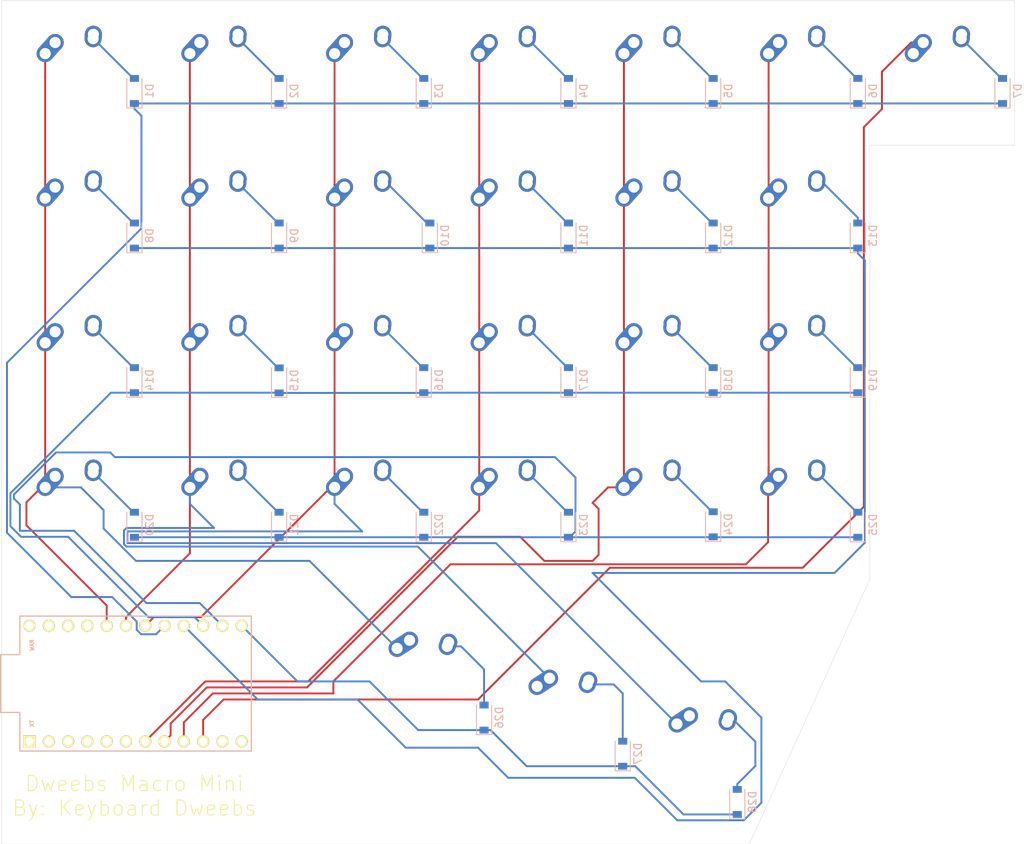
<source format=kicad_pcb>
(kicad_pcb (version 20171130) (host pcbnew "(5.1.4)-1")

  (general
    (thickness 1.6)
    (drawings 10)
    (tracks 277)
    (zones 0)
    (modules 57)
    (nets 53)
  )

  (page A4)
  (layers
    (0 F.Cu signal)
    (31 B.Cu signal)
    (32 B.Adhes user)
    (33 F.Adhes user)
    (34 B.Paste user)
    (35 F.Paste user)
    (36 B.SilkS user)
    (37 F.SilkS user)
    (38 B.Mask user)
    (39 F.Mask user)
    (40 Dwgs.User user)
    (41 Cmts.User user)
    (42 Eco1.User user)
    (43 Eco2.User user)
    (44 Edge.Cuts user)
    (45 Margin user)
    (46 B.CrtYd user)
    (47 F.CrtYd user)
    (48 B.Fab user)
    (49 F.Fab user)
  )

  (setup
    (last_trace_width 0.25)
    (trace_clearance 0.2)
    (zone_clearance 0.508)
    (zone_45_only no)
    (trace_min 0.2)
    (via_size 0.8)
    (via_drill 0.4)
    (via_min_size 0.4)
    (via_min_drill 0.3)
    (uvia_size 0.3)
    (uvia_drill 0.1)
    (uvias_allowed no)
    (uvia_min_size 0.2)
    (uvia_min_drill 0.1)
    (edge_width 0.05)
    (segment_width 0.2)
    (pcb_text_width 0.3)
    (pcb_text_size 1.5 1.5)
    (mod_edge_width 0.12)
    (mod_text_size 1 1)
    (mod_text_width 0.15)
    (pad_size 1.524 1.524)
    (pad_drill 0.762)
    (pad_to_mask_clearance 0.051)
    (solder_mask_min_width 0.25)
    (aux_axis_origin 0 0)
    (visible_elements FFFFFF7F)
    (pcbplotparams
      (layerselection 0x010fc_ffffffff)
      (usegerberextensions false)
      (usegerberattributes false)
      (usegerberadvancedattributes false)
      (creategerberjobfile false)
      (excludeedgelayer false)
      (linewidth 0.100000)
      (plotframeref false)
      (viasonmask false)
      (mode 1)
      (useauxorigin false)
      (hpglpennumber 1)
      (hpglpenspeed 20)
      (hpglpendiameter 15.000000)
      (psnegative false)
      (psa4output false)
      (plotreference true)
      (plotvalue true)
      (plotinvisibletext false)
      (padsonsilk true)
      (subtractmaskfromsilk false)
      (outputformat 1)
      (mirror false)
      (drillshape 0)
      (scaleselection 1)
      (outputdirectory "C:/Users/alex2/Documents/Dweebs Macro Mini/Dweebs-Macro-Mini/Gerber_drill/"))
  )

  (net 0 "")
  (net 1 "Net-(D1-Pad2)")
  (net 2 ROW0)
  (net 3 "Net-(D2-Pad2)")
  (net 4 "Net-(D3-Pad2)")
  (net 5 "Net-(D4-Pad2)")
  (net 6 "Net-(D5-Pad2)")
  (net 7 "Net-(D6-Pad2)")
  (net 8 "Net-(D7-Pad2)")
  (net 9 "Net-(D8-Pad2)")
  (net 10 ROW1)
  (net 11 "Net-(D9-Pad2)")
  (net 12 "Net-(D10-Pad2)")
  (net 13 "Net-(D11-Pad2)")
  (net 14 "Net-(D12-Pad2)")
  (net 15 "Net-(D13-Pad2)")
  (net 16 "Net-(D14-Pad2)")
  (net 17 ROW2)
  (net 18 "Net-(D15-Pad2)")
  (net 19 "Net-(D16-Pad2)")
  (net 20 "Net-(D17-Pad2)")
  (net 21 "Net-(D18-Pad2)")
  (net 22 "Net-(D19-Pad2)")
  (net 23 "Net-(D20-Pad2)")
  (net 24 ROW3)
  (net 25 "Net-(D21-Pad2)")
  (net 26 "Net-(D22-Pad2)")
  (net 27 "Net-(D23-Pad2)")
  (net 28 "Net-(D24-Pad2)")
  (net 29 "Net-(D25-Pad2)")
  (net 30 "Net-(D26-Pad2)")
  (net 31 ROW4)
  (net 32 "Net-(D27-Pad2)")
  (net 33 "Net-(D28-Pad2)")
  (net 34 COL0)
  (net 35 COL1)
  (net 36 COL2)
  (net 37 COL3)
  (net 38 COL4)
  (net 39 COL5)
  (net 40 COL6)
  (net 41 "Net-(U1-Pad24)")
  (net 42 "Net-(U1-Pad23)")
  (net 43 "Net-(U1-Pad22)")
  (net 44 "Net-(U1-Pad21)")
  (net 45 "Net-(U1-Pad12)")
  (net 46 "Net-(U1-Pad11)")
  (net 47 "Net-(U1-Pad6)")
  (net 48 "Net-(U1-Pad5)")
  (net 49 "Net-(U1-Pad4)")
  (net 50 "Net-(U1-Pad3)")
  (net 51 "Net-(U1-Pad2)")
  (net 52 "Net-(U1-Pad1)")

  (net_class Default "This is the default net class."
    (clearance 0.2)
    (trace_width 0.25)
    (via_dia 0.8)
    (via_drill 0.4)
    (uvia_dia 0.3)
    (uvia_drill 0.1)
    (add_net COL0)
    (add_net COL1)
    (add_net COL2)
    (add_net COL3)
    (add_net COL4)
    (add_net COL5)
    (add_net COL6)
    (add_net "Net-(D1-Pad2)")
    (add_net "Net-(D10-Pad2)")
    (add_net "Net-(D11-Pad2)")
    (add_net "Net-(D12-Pad2)")
    (add_net "Net-(D13-Pad2)")
    (add_net "Net-(D14-Pad2)")
    (add_net "Net-(D15-Pad2)")
    (add_net "Net-(D16-Pad2)")
    (add_net "Net-(D17-Pad2)")
    (add_net "Net-(D18-Pad2)")
    (add_net "Net-(D19-Pad2)")
    (add_net "Net-(D2-Pad2)")
    (add_net "Net-(D20-Pad2)")
    (add_net "Net-(D21-Pad2)")
    (add_net "Net-(D22-Pad2)")
    (add_net "Net-(D23-Pad2)")
    (add_net "Net-(D24-Pad2)")
    (add_net "Net-(D25-Pad2)")
    (add_net "Net-(D26-Pad2)")
    (add_net "Net-(D27-Pad2)")
    (add_net "Net-(D28-Pad2)")
    (add_net "Net-(D3-Pad2)")
    (add_net "Net-(D4-Pad2)")
    (add_net "Net-(D5-Pad2)")
    (add_net "Net-(D6-Pad2)")
    (add_net "Net-(D7-Pad2)")
    (add_net "Net-(D8-Pad2)")
    (add_net "Net-(D9-Pad2)")
    (add_net "Net-(U1-Pad1)")
    (add_net "Net-(U1-Pad11)")
    (add_net "Net-(U1-Pad12)")
    (add_net "Net-(U1-Pad2)")
    (add_net "Net-(U1-Pad21)")
    (add_net "Net-(U1-Pad22)")
    (add_net "Net-(U1-Pad23)")
    (add_net "Net-(U1-Pad24)")
    (add_net "Net-(U1-Pad3)")
    (add_net "Net-(U1-Pad4)")
    (add_net "Net-(U1-Pad5)")
    (add_net "Net-(U1-Pad6)")
    (add_net ROW0)
    (add_net ROW1)
    (add_net ROW2)
    (add_net ROW3)
    (add_net ROW4)
  )

  (module MX_Alps_Hybrid:MX-1U-NoLED (layer F.Cu) (tedit 5A9F5203) (tstamp 622EDC62)
    (at 83.34375 106.3625)
    (path /623064DA)
    (fp_text reference MX20 (at 0 3.175) (layer Dwgs.User)
      (effects (font (size 1 1) (thickness 0.15)))
    )
    (fp_text value MX-NoLED (at 0 -7.9375) (layer Dwgs.User)
      (effects (font (size 1 1) (thickness 0.15)))
    )
    (fp_line (start -9.525 9.525) (end -9.525 -9.525) (layer Dwgs.User) (width 0.15))
    (fp_line (start 9.525 9.525) (end -9.525 9.525) (layer Dwgs.User) (width 0.15))
    (fp_line (start 9.525 -9.525) (end 9.525 9.525) (layer Dwgs.User) (width 0.15))
    (fp_line (start -9.525 -9.525) (end 9.525 -9.525) (layer Dwgs.User) (width 0.15))
    (fp_line (start -7 -7) (end -7 -5) (layer Dwgs.User) (width 0.15))
    (fp_line (start -5 -7) (end -7 -7) (layer Dwgs.User) (width 0.15))
    (fp_line (start -7 7) (end -5 7) (layer Dwgs.User) (width 0.15))
    (fp_line (start -7 5) (end -7 7) (layer Dwgs.User) (width 0.15))
    (fp_line (start 7 7) (end 7 5) (layer Dwgs.User) (width 0.15))
    (fp_line (start 5 7) (end 7 7) (layer Dwgs.User) (width 0.15))
    (fp_line (start 7 -7) (end 7 -5) (layer Dwgs.User) (width 0.15))
    (fp_line (start 5 -7) (end 7 -7) (layer Dwgs.User) (width 0.15))
    (pad "" np_thru_hole circle (at 5.08 0 48.0996) (size 1.75 1.75) (drill 1.75) (layers *.Cu *.Mask))
    (pad "" np_thru_hole circle (at -5.08 0 48.0996) (size 1.75 1.75) (drill 1.75) (layers *.Cu *.Mask))
    (pad 1 thru_hole circle (at -2.5 -4) (size 2.25 2.25) (drill 1.47) (layers *.Cu B.Mask)
      (net 34 COL0))
    (pad "" np_thru_hole circle (at 0 0) (size 3.9878 3.9878) (drill 3.9878) (layers *.Cu *.Mask))
    (pad 1 thru_hole oval (at -3.81 -2.54 48.0996) (size 4.211556 2.25) (drill 1.47 (offset 0.980778 0)) (layers *.Cu B.Mask)
      (net 34 COL0))
    (pad 2 thru_hole circle (at 2.54 -5.08) (size 2.25 2.25) (drill 1.47) (layers *.Cu B.Mask)
      (net 23 "Net-(D20-Pad2)"))
    (pad 2 thru_hole oval (at 2.5 -4.5 86.0548) (size 2.831378 2.25) (drill 1.47 (offset 0.290689 0)) (layers *.Cu B.Mask)
      (net 23 "Net-(D20-Pad2)"))
  )

  (module MX_Alps_Hybrid:MX-1U-NoLED (layer F.Cu) (tedit 5A9F5203) (tstamp 622EDD1A)
    (at 165.735 138.43 345)
    (path /6230C2CD)
    (fp_text reference MX28 (at 0 3.175 165) (layer Dwgs.User)
      (effects (font (size 1 1) (thickness 0.15)))
    )
    (fp_text value MX-NoLED (at 0 -7.9375 165) (layer Dwgs.User)
      (effects (font (size 1 1) (thickness 0.15)))
    )
    (fp_line (start -9.525 9.525) (end -9.525 -9.525) (layer Dwgs.User) (width 0.15))
    (fp_line (start 9.525 9.525) (end -9.525 9.525) (layer Dwgs.User) (width 0.15))
    (fp_line (start 9.525 -9.525) (end 9.525 9.525) (layer Dwgs.User) (width 0.15))
    (fp_line (start -9.525 -9.525) (end 9.525 -9.525) (layer Dwgs.User) (width 0.15))
    (fp_line (start -7 -7) (end -7 -5) (layer Dwgs.User) (width 0.15))
    (fp_line (start -5 -7) (end -7 -7) (layer Dwgs.User) (width 0.15))
    (fp_line (start -7 7) (end -5 7) (layer Dwgs.User) (width 0.15))
    (fp_line (start -7 5) (end -7 7) (layer Dwgs.User) (width 0.15))
    (fp_line (start 7 7) (end 7 5) (layer Dwgs.User) (width 0.15))
    (fp_line (start 5 7) (end 7 7) (layer Dwgs.User) (width 0.15))
    (fp_line (start 7 -7) (end 7 -5) (layer Dwgs.User) (width 0.15))
    (fp_line (start 5 -7) (end 7 -7) (layer Dwgs.User) (width 0.15))
    (pad "" np_thru_hole circle (at 5.08 0 33.0996) (size 1.75 1.75) (drill 1.75) (layers *.Cu *.Mask))
    (pad "" np_thru_hole circle (at -5.08 0 33.0996) (size 1.75 1.75) (drill 1.75) (layers *.Cu *.Mask))
    (pad 1 thru_hole circle (at -2.5 -4 345) (size 2.25 2.25) (drill 1.47) (layers *.Cu B.Mask)
      (net 36 COL2))
    (pad "" np_thru_hole circle (at 0 0 345) (size 3.9878 3.9878) (drill 3.9878) (layers *.Cu *.Mask))
    (pad 1 thru_hole oval (at -3.81 -2.54 33.0996) (size 4.211556 2.25) (drill 1.47 (offset 0.980778 0)) (layers *.Cu B.Mask)
      (net 36 COL2))
    (pad 2 thru_hole circle (at 2.54 -5.08 345) (size 2.25 2.25) (drill 1.47) (layers *.Cu B.Mask)
      (net 33 "Net-(D28-Pad2)"))
    (pad 2 thru_hole oval (at 2.5 -4.5 71.0548) (size 2.831378 2.25) (drill 1.47 (offset 0.290689 0)) (layers *.Cu B.Mask)
      (net 33 "Net-(D28-Pad2)"))
  )

  (module MX_Alps_Hybrid:MX-1U-NoLED (layer F.Cu) (tedit 5A9F5203) (tstamp 622EDD03)
    (at 147.32 133.477 345)
    (path /6230BC7C)
    (fp_text reference MX27 (at 0 3.175 165) (layer Dwgs.User)
      (effects (font (size 1 1) (thickness 0.15)))
    )
    (fp_text value MX-NoLED (at 0 -7.9375 165) (layer Dwgs.User)
      (effects (font (size 1 1) (thickness 0.15)))
    )
    (fp_line (start -9.525 9.525) (end -9.525 -9.525) (layer Dwgs.User) (width 0.15))
    (fp_line (start 9.525 9.525) (end -9.525 9.525) (layer Dwgs.User) (width 0.15))
    (fp_line (start 9.525 -9.525) (end 9.525 9.525) (layer Dwgs.User) (width 0.15))
    (fp_line (start -9.525 -9.525) (end 9.525 -9.525) (layer Dwgs.User) (width 0.15))
    (fp_line (start -7 -7) (end -7 -5) (layer Dwgs.User) (width 0.15))
    (fp_line (start -5 -7) (end -7 -7) (layer Dwgs.User) (width 0.15))
    (fp_line (start -7 7) (end -5 7) (layer Dwgs.User) (width 0.15))
    (fp_line (start -7 5) (end -7 7) (layer Dwgs.User) (width 0.15))
    (fp_line (start 7 7) (end 7 5) (layer Dwgs.User) (width 0.15))
    (fp_line (start 5 7) (end 7 7) (layer Dwgs.User) (width 0.15))
    (fp_line (start 7 -7) (end 7 -5) (layer Dwgs.User) (width 0.15))
    (fp_line (start 5 -7) (end 7 -7) (layer Dwgs.User) (width 0.15))
    (pad "" np_thru_hole circle (at 5.08 0 33.0996) (size 1.75 1.75) (drill 1.75) (layers *.Cu *.Mask))
    (pad "" np_thru_hole circle (at -5.08 0 33.0996) (size 1.75 1.75) (drill 1.75) (layers *.Cu *.Mask))
    (pad 1 thru_hole circle (at -2.5 -4 345) (size 2.25 2.25) (drill 1.47) (layers *.Cu B.Mask)
      (net 35 COL1))
    (pad "" np_thru_hole circle (at 0 0 345) (size 3.9878 3.9878) (drill 3.9878) (layers *.Cu *.Mask))
    (pad 1 thru_hole oval (at -3.81 -2.54 33.0996) (size 4.211556 2.25) (drill 1.47 (offset 0.980778 0)) (layers *.Cu B.Mask)
      (net 35 COL1))
    (pad 2 thru_hole circle (at 2.54 -5.08 345) (size 2.25 2.25) (drill 1.47) (layers *.Cu B.Mask)
      (net 32 "Net-(D27-Pad2)"))
    (pad 2 thru_hole oval (at 2.5 -4.5 71.0548) (size 2.831378 2.25) (drill 1.47 (offset 0.290689 0)) (layers *.Cu B.Mask)
      (net 32 "Net-(D27-Pad2)"))
  )

  (module MX_Alps_Hybrid:MX-1U-NoLED (layer F.Cu) (tedit 5A9F5203) (tstamp 622EDCEC)
    (at 128.89 128.47 345)
    (path /6230B486)
    (fp_text reference MX26 (at 0 3.175 165) (layer Dwgs.User)
      (effects (font (size 1 1) (thickness 0.15)))
    )
    (fp_text value MX-NoLED (at 0 -7.9375 165) (layer Dwgs.User)
      (effects (font (size 1 1) (thickness 0.15)))
    )
    (fp_line (start -9.525 9.525) (end -9.525 -9.525) (layer Dwgs.User) (width 0.15))
    (fp_line (start 9.525 9.525) (end -9.525 9.525) (layer Dwgs.User) (width 0.15))
    (fp_line (start 9.525 -9.525) (end 9.525 9.525) (layer Dwgs.User) (width 0.15))
    (fp_line (start -9.525 -9.525) (end 9.525 -9.525) (layer Dwgs.User) (width 0.15))
    (fp_line (start -7 -7) (end -7 -5) (layer Dwgs.User) (width 0.15))
    (fp_line (start -5 -7) (end -7 -7) (layer Dwgs.User) (width 0.15))
    (fp_line (start -7 7) (end -5 7) (layer Dwgs.User) (width 0.15))
    (fp_line (start -7 5) (end -7 7) (layer Dwgs.User) (width 0.15))
    (fp_line (start 7 7) (end 7 5) (layer Dwgs.User) (width 0.15))
    (fp_line (start 5 7) (end 7 7) (layer Dwgs.User) (width 0.15))
    (fp_line (start 7 -7) (end 7 -5) (layer Dwgs.User) (width 0.15))
    (fp_line (start 5 -7) (end 7 -7) (layer Dwgs.User) (width 0.15))
    (pad "" np_thru_hole circle (at 5.08 0 33.0996) (size 1.75 1.75) (drill 1.75) (layers *.Cu *.Mask))
    (pad "" np_thru_hole circle (at -5.08 0 33.0996) (size 1.75 1.75) (drill 1.75) (layers *.Cu *.Mask))
    (pad 1 thru_hole circle (at -2.5 -4 345) (size 2.25 2.25) (drill 1.47) (layers *.Cu B.Mask)
      (net 34 COL0))
    (pad "" np_thru_hole circle (at 0 0 345) (size 3.9878 3.9878) (drill 3.9878) (layers *.Cu *.Mask))
    (pad 1 thru_hole oval (at -3.81 -2.54 33.0996) (size 4.211556 2.25) (drill 1.47 (offset 0.980778 0)) (layers *.Cu B.Mask)
      (net 34 COL0))
    (pad 2 thru_hole circle (at 2.54 -5.08 345) (size 2.25 2.25) (drill 1.47) (layers *.Cu B.Mask)
      (net 30 "Net-(D26-Pad2)"))
    (pad 2 thru_hole oval (at 2.5 -4.5 71.0548) (size 2.831378 2.25) (drill 1.47 (offset 0.290689 0)) (layers *.Cu B.Mask)
      (net 30 "Net-(D26-Pad2)"))
  )

  (module MX_Alps_Hybrid:MX-1U-NoLED (layer F.Cu) (tedit 5A9F5203) (tstamp 622EDCD5)
    (at 178.59375 106.3625)
    (path /62307A5B)
    (fp_text reference MX25 (at 0 3.175) (layer Dwgs.User)
      (effects (font (size 1 1) (thickness 0.15)))
    )
    (fp_text value MX-NoLED (at 0 -7.9375) (layer Dwgs.User)
      (effects (font (size 1 1) (thickness 0.15)))
    )
    (fp_line (start -9.525 9.525) (end -9.525 -9.525) (layer Dwgs.User) (width 0.15))
    (fp_line (start 9.525 9.525) (end -9.525 9.525) (layer Dwgs.User) (width 0.15))
    (fp_line (start 9.525 -9.525) (end 9.525 9.525) (layer Dwgs.User) (width 0.15))
    (fp_line (start -9.525 -9.525) (end 9.525 -9.525) (layer Dwgs.User) (width 0.15))
    (fp_line (start -7 -7) (end -7 -5) (layer Dwgs.User) (width 0.15))
    (fp_line (start -5 -7) (end -7 -7) (layer Dwgs.User) (width 0.15))
    (fp_line (start -7 7) (end -5 7) (layer Dwgs.User) (width 0.15))
    (fp_line (start -7 5) (end -7 7) (layer Dwgs.User) (width 0.15))
    (fp_line (start 7 7) (end 7 5) (layer Dwgs.User) (width 0.15))
    (fp_line (start 5 7) (end 7 7) (layer Dwgs.User) (width 0.15))
    (fp_line (start 7 -7) (end 7 -5) (layer Dwgs.User) (width 0.15))
    (fp_line (start 5 -7) (end 7 -7) (layer Dwgs.User) (width 0.15))
    (pad "" np_thru_hole circle (at 5.08 0 48.0996) (size 1.75 1.75) (drill 1.75) (layers *.Cu *.Mask))
    (pad "" np_thru_hole circle (at -5.08 0 48.0996) (size 1.75 1.75) (drill 1.75) (layers *.Cu *.Mask))
    (pad 1 thru_hole circle (at -2.5 -4) (size 2.25 2.25) (drill 1.47) (layers *.Cu B.Mask)
      (net 39 COL5))
    (pad "" np_thru_hole circle (at 0 0) (size 3.9878 3.9878) (drill 3.9878) (layers *.Cu *.Mask))
    (pad 1 thru_hole oval (at -3.81 -2.54 48.0996) (size 4.211556 2.25) (drill 1.47 (offset 0.980778 0)) (layers *.Cu B.Mask)
      (net 39 COL5))
    (pad 2 thru_hole circle (at 2.54 -5.08) (size 2.25 2.25) (drill 1.47) (layers *.Cu B.Mask)
      (net 29 "Net-(D25-Pad2)"))
    (pad 2 thru_hole oval (at 2.5 -4.5 86.0548) (size 2.831378 2.25) (drill 1.47 (offset 0.290689 0)) (layers *.Cu B.Mask)
      (net 29 "Net-(D25-Pad2)"))
  )

  (module MX_Alps_Hybrid:MX-1U-NoLED (layer F.Cu) (tedit 5A9F5203) (tstamp 622EDCBE)
    (at 159.54375 106.3625)
    (path /62307560)
    (fp_text reference MX24 (at 0 3.175) (layer Dwgs.User)
      (effects (font (size 1 1) (thickness 0.15)))
    )
    (fp_text value MX-NoLED (at 0 -7.9375) (layer Dwgs.User)
      (effects (font (size 1 1) (thickness 0.15)))
    )
    (fp_line (start -9.525 9.525) (end -9.525 -9.525) (layer Dwgs.User) (width 0.15))
    (fp_line (start 9.525 9.525) (end -9.525 9.525) (layer Dwgs.User) (width 0.15))
    (fp_line (start 9.525 -9.525) (end 9.525 9.525) (layer Dwgs.User) (width 0.15))
    (fp_line (start -9.525 -9.525) (end 9.525 -9.525) (layer Dwgs.User) (width 0.15))
    (fp_line (start -7 -7) (end -7 -5) (layer Dwgs.User) (width 0.15))
    (fp_line (start -5 -7) (end -7 -7) (layer Dwgs.User) (width 0.15))
    (fp_line (start -7 7) (end -5 7) (layer Dwgs.User) (width 0.15))
    (fp_line (start -7 5) (end -7 7) (layer Dwgs.User) (width 0.15))
    (fp_line (start 7 7) (end 7 5) (layer Dwgs.User) (width 0.15))
    (fp_line (start 5 7) (end 7 7) (layer Dwgs.User) (width 0.15))
    (fp_line (start 7 -7) (end 7 -5) (layer Dwgs.User) (width 0.15))
    (fp_line (start 5 -7) (end 7 -7) (layer Dwgs.User) (width 0.15))
    (pad "" np_thru_hole circle (at 5.08 0 48.0996) (size 1.75 1.75) (drill 1.75) (layers *.Cu *.Mask))
    (pad "" np_thru_hole circle (at -5.08 0 48.0996) (size 1.75 1.75) (drill 1.75) (layers *.Cu *.Mask))
    (pad 1 thru_hole circle (at -2.5 -4) (size 2.25 2.25) (drill 1.47) (layers *.Cu B.Mask)
      (net 38 COL4))
    (pad "" np_thru_hole circle (at 0 0) (size 3.9878 3.9878) (drill 3.9878) (layers *.Cu *.Mask))
    (pad 1 thru_hole oval (at -3.81 -2.54 48.0996) (size 4.211556 2.25) (drill 1.47 (offset 0.980778 0)) (layers *.Cu B.Mask)
      (net 38 COL4))
    (pad 2 thru_hole circle (at 2.54 -5.08) (size 2.25 2.25) (drill 1.47) (layers *.Cu B.Mask)
      (net 28 "Net-(D24-Pad2)"))
    (pad 2 thru_hole oval (at 2.5 -4.5 86.0548) (size 2.831378 2.25) (drill 1.47 (offset 0.290689 0)) (layers *.Cu B.Mask)
      (net 28 "Net-(D24-Pad2)"))
  )

  (module MX_Alps_Hybrid:MX-1U-NoLED (layer F.Cu) (tedit 5A9F5203) (tstamp 622EDCA7)
    (at 140.49375 106.3625)
    (path /623070B6)
    (fp_text reference MX23 (at 0 3.175) (layer Dwgs.User)
      (effects (font (size 1 1) (thickness 0.15)))
    )
    (fp_text value MX-NoLED (at 0 -7.9375) (layer Dwgs.User)
      (effects (font (size 1 1) (thickness 0.15)))
    )
    (fp_line (start -9.525 9.525) (end -9.525 -9.525) (layer Dwgs.User) (width 0.15))
    (fp_line (start 9.525 9.525) (end -9.525 9.525) (layer Dwgs.User) (width 0.15))
    (fp_line (start 9.525 -9.525) (end 9.525 9.525) (layer Dwgs.User) (width 0.15))
    (fp_line (start -9.525 -9.525) (end 9.525 -9.525) (layer Dwgs.User) (width 0.15))
    (fp_line (start -7 -7) (end -7 -5) (layer Dwgs.User) (width 0.15))
    (fp_line (start -5 -7) (end -7 -7) (layer Dwgs.User) (width 0.15))
    (fp_line (start -7 7) (end -5 7) (layer Dwgs.User) (width 0.15))
    (fp_line (start -7 5) (end -7 7) (layer Dwgs.User) (width 0.15))
    (fp_line (start 7 7) (end 7 5) (layer Dwgs.User) (width 0.15))
    (fp_line (start 5 7) (end 7 7) (layer Dwgs.User) (width 0.15))
    (fp_line (start 7 -7) (end 7 -5) (layer Dwgs.User) (width 0.15))
    (fp_line (start 5 -7) (end 7 -7) (layer Dwgs.User) (width 0.15))
    (pad "" np_thru_hole circle (at 5.08 0 48.0996) (size 1.75 1.75) (drill 1.75) (layers *.Cu *.Mask))
    (pad "" np_thru_hole circle (at -5.08 0 48.0996) (size 1.75 1.75) (drill 1.75) (layers *.Cu *.Mask))
    (pad 1 thru_hole circle (at -2.5 -4) (size 2.25 2.25) (drill 1.47) (layers *.Cu B.Mask)
      (net 37 COL3))
    (pad "" np_thru_hole circle (at 0 0) (size 3.9878 3.9878) (drill 3.9878) (layers *.Cu *.Mask))
    (pad 1 thru_hole oval (at -3.81 -2.54 48.0996) (size 4.211556 2.25) (drill 1.47 (offset 0.980778 0)) (layers *.Cu B.Mask)
      (net 37 COL3))
    (pad 2 thru_hole circle (at 2.54 -5.08) (size 2.25 2.25) (drill 1.47) (layers *.Cu B.Mask)
      (net 27 "Net-(D23-Pad2)"))
    (pad 2 thru_hole oval (at 2.5 -4.5 86.0548) (size 2.831378 2.25) (drill 1.47 (offset 0.290689 0)) (layers *.Cu B.Mask)
      (net 27 "Net-(D23-Pad2)"))
  )

  (module MX_Alps_Hybrid:MX-1U-NoLED (layer F.Cu) (tedit 5A9F5203) (tstamp 622EDC90)
    (at 121.44375 106.3625)
    (path /62306C63)
    (fp_text reference MX22 (at 0 3.175) (layer Dwgs.User)
      (effects (font (size 1 1) (thickness 0.15)))
    )
    (fp_text value MX-NoLED (at 0 -7.9375) (layer Dwgs.User)
      (effects (font (size 1 1) (thickness 0.15)))
    )
    (fp_line (start -9.525 9.525) (end -9.525 -9.525) (layer Dwgs.User) (width 0.15))
    (fp_line (start 9.525 9.525) (end -9.525 9.525) (layer Dwgs.User) (width 0.15))
    (fp_line (start 9.525 -9.525) (end 9.525 9.525) (layer Dwgs.User) (width 0.15))
    (fp_line (start -9.525 -9.525) (end 9.525 -9.525) (layer Dwgs.User) (width 0.15))
    (fp_line (start -7 -7) (end -7 -5) (layer Dwgs.User) (width 0.15))
    (fp_line (start -5 -7) (end -7 -7) (layer Dwgs.User) (width 0.15))
    (fp_line (start -7 7) (end -5 7) (layer Dwgs.User) (width 0.15))
    (fp_line (start -7 5) (end -7 7) (layer Dwgs.User) (width 0.15))
    (fp_line (start 7 7) (end 7 5) (layer Dwgs.User) (width 0.15))
    (fp_line (start 5 7) (end 7 7) (layer Dwgs.User) (width 0.15))
    (fp_line (start 7 -7) (end 7 -5) (layer Dwgs.User) (width 0.15))
    (fp_line (start 5 -7) (end 7 -7) (layer Dwgs.User) (width 0.15))
    (pad "" np_thru_hole circle (at 5.08 0 48.0996) (size 1.75 1.75) (drill 1.75) (layers *.Cu *.Mask))
    (pad "" np_thru_hole circle (at -5.08 0 48.0996) (size 1.75 1.75) (drill 1.75) (layers *.Cu *.Mask))
    (pad 1 thru_hole circle (at -2.5 -4) (size 2.25 2.25) (drill 1.47) (layers *.Cu B.Mask)
      (net 36 COL2))
    (pad "" np_thru_hole circle (at 0 0) (size 3.9878 3.9878) (drill 3.9878) (layers *.Cu *.Mask))
    (pad 1 thru_hole oval (at -3.81 -2.54 48.0996) (size 4.211556 2.25) (drill 1.47 (offset 0.980778 0)) (layers *.Cu B.Mask)
      (net 36 COL2))
    (pad 2 thru_hole circle (at 2.54 -5.08) (size 2.25 2.25) (drill 1.47) (layers *.Cu B.Mask)
      (net 26 "Net-(D22-Pad2)"))
    (pad 2 thru_hole oval (at 2.5 -4.5 86.0548) (size 2.831378 2.25) (drill 1.47 (offset 0.290689 0)) (layers *.Cu B.Mask)
      (net 26 "Net-(D22-Pad2)"))
  )

  (module MX_Alps_Hybrid:MX-1U-NoLED (layer F.Cu) (tedit 5A9F5203) (tstamp 622EDC79)
    (at 102.39375 106.3625)
    (path /6230686D)
    (fp_text reference MX21 (at 0 3.175) (layer Dwgs.User)
      (effects (font (size 1 1) (thickness 0.15)))
    )
    (fp_text value MX-NoLED (at 0 -7.9375) (layer Dwgs.User)
      (effects (font (size 1 1) (thickness 0.15)))
    )
    (fp_line (start -9.525 9.525) (end -9.525 -9.525) (layer Dwgs.User) (width 0.15))
    (fp_line (start 9.525 9.525) (end -9.525 9.525) (layer Dwgs.User) (width 0.15))
    (fp_line (start 9.525 -9.525) (end 9.525 9.525) (layer Dwgs.User) (width 0.15))
    (fp_line (start -9.525 -9.525) (end 9.525 -9.525) (layer Dwgs.User) (width 0.15))
    (fp_line (start -7 -7) (end -7 -5) (layer Dwgs.User) (width 0.15))
    (fp_line (start -5 -7) (end -7 -7) (layer Dwgs.User) (width 0.15))
    (fp_line (start -7 7) (end -5 7) (layer Dwgs.User) (width 0.15))
    (fp_line (start -7 5) (end -7 7) (layer Dwgs.User) (width 0.15))
    (fp_line (start 7 7) (end 7 5) (layer Dwgs.User) (width 0.15))
    (fp_line (start 5 7) (end 7 7) (layer Dwgs.User) (width 0.15))
    (fp_line (start 7 -7) (end 7 -5) (layer Dwgs.User) (width 0.15))
    (fp_line (start 5 -7) (end 7 -7) (layer Dwgs.User) (width 0.15))
    (pad "" np_thru_hole circle (at 5.08 0 48.0996) (size 1.75 1.75) (drill 1.75) (layers *.Cu *.Mask))
    (pad "" np_thru_hole circle (at -5.08 0 48.0996) (size 1.75 1.75) (drill 1.75) (layers *.Cu *.Mask))
    (pad 1 thru_hole circle (at -2.5 -4) (size 2.25 2.25) (drill 1.47) (layers *.Cu B.Mask)
      (net 35 COL1))
    (pad "" np_thru_hole circle (at 0 0) (size 3.9878 3.9878) (drill 3.9878) (layers *.Cu *.Mask))
    (pad 1 thru_hole oval (at -3.81 -2.54 48.0996) (size 4.211556 2.25) (drill 1.47 (offset 0.980778 0)) (layers *.Cu B.Mask)
      (net 35 COL1))
    (pad 2 thru_hole circle (at 2.54 -5.08) (size 2.25 2.25) (drill 1.47) (layers *.Cu B.Mask)
      (net 25 "Net-(D21-Pad2)"))
    (pad 2 thru_hole oval (at 2.5 -4.5 86.0548) (size 2.831378 2.25) (drill 1.47 (offset 0.290689 0)) (layers *.Cu B.Mask)
      (net 25 "Net-(D21-Pad2)"))
  )

  (module MX_Alps_Hybrid:MX-1U-NoLED (layer F.Cu) (tedit 5A9F5203) (tstamp 622EDC4B)
    (at 178.59375 87.3125)
    (path /62305ADC)
    (fp_text reference MX19 (at 0 3.175) (layer Dwgs.User)
      (effects (font (size 1 1) (thickness 0.15)))
    )
    (fp_text value MX-NoLED (at 0 -7.9375) (layer Dwgs.User)
      (effects (font (size 1 1) (thickness 0.15)))
    )
    (fp_line (start -9.525 9.525) (end -9.525 -9.525) (layer Dwgs.User) (width 0.15))
    (fp_line (start 9.525 9.525) (end -9.525 9.525) (layer Dwgs.User) (width 0.15))
    (fp_line (start 9.525 -9.525) (end 9.525 9.525) (layer Dwgs.User) (width 0.15))
    (fp_line (start -9.525 -9.525) (end 9.525 -9.525) (layer Dwgs.User) (width 0.15))
    (fp_line (start -7 -7) (end -7 -5) (layer Dwgs.User) (width 0.15))
    (fp_line (start -5 -7) (end -7 -7) (layer Dwgs.User) (width 0.15))
    (fp_line (start -7 7) (end -5 7) (layer Dwgs.User) (width 0.15))
    (fp_line (start -7 5) (end -7 7) (layer Dwgs.User) (width 0.15))
    (fp_line (start 7 7) (end 7 5) (layer Dwgs.User) (width 0.15))
    (fp_line (start 5 7) (end 7 7) (layer Dwgs.User) (width 0.15))
    (fp_line (start 7 -7) (end 7 -5) (layer Dwgs.User) (width 0.15))
    (fp_line (start 5 -7) (end 7 -7) (layer Dwgs.User) (width 0.15))
    (pad "" np_thru_hole circle (at 5.08 0 48.0996) (size 1.75 1.75) (drill 1.75) (layers *.Cu *.Mask))
    (pad "" np_thru_hole circle (at -5.08 0 48.0996) (size 1.75 1.75) (drill 1.75) (layers *.Cu *.Mask))
    (pad 1 thru_hole circle (at -2.5 -4) (size 2.25 2.25) (drill 1.47) (layers *.Cu B.Mask)
      (net 39 COL5))
    (pad "" np_thru_hole circle (at 0 0) (size 3.9878 3.9878) (drill 3.9878) (layers *.Cu *.Mask))
    (pad 1 thru_hole oval (at -3.81 -2.54 48.0996) (size 4.211556 2.25) (drill 1.47 (offset 0.980778 0)) (layers *.Cu B.Mask)
      (net 39 COL5))
    (pad 2 thru_hole circle (at 2.54 -5.08) (size 2.25 2.25) (drill 1.47) (layers *.Cu B.Mask)
      (net 22 "Net-(D19-Pad2)"))
    (pad 2 thru_hole oval (at 2.5 -4.5 86.0548) (size 2.831378 2.25) (drill 1.47 (offset 0.290689 0)) (layers *.Cu B.Mask)
      (net 22 "Net-(D19-Pad2)"))
  )

  (module MX_Alps_Hybrid:MX-1U-NoLED (layer F.Cu) (tedit 5A9F5203) (tstamp 622EDC34)
    (at 159.54375 87.3125)
    (path /623057EB)
    (fp_text reference MX18 (at 0 3.175) (layer Dwgs.User)
      (effects (font (size 1 1) (thickness 0.15)))
    )
    (fp_text value MX-NoLED (at 0 -7.9375) (layer Dwgs.User)
      (effects (font (size 1 1) (thickness 0.15)))
    )
    (fp_line (start -9.525 9.525) (end -9.525 -9.525) (layer Dwgs.User) (width 0.15))
    (fp_line (start 9.525 9.525) (end -9.525 9.525) (layer Dwgs.User) (width 0.15))
    (fp_line (start 9.525 -9.525) (end 9.525 9.525) (layer Dwgs.User) (width 0.15))
    (fp_line (start -9.525 -9.525) (end 9.525 -9.525) (layer Dwgs.User) (width 0.15))
    (fp_line (start -7 -7) (end -7 -5) (layer Dwgs.User) (width 0.15))
    (fp_line (start -5 -7) (end -7 -7) (layer Dwgs.User) (width 0.15))
    (fp_line (start -7 7) (end -5 7) (layer Dwgs.User) (width 0.15))
    (fp_line (start -7 5) (end -7 7) (layer Dwgs.User) (width 0.15))
    (fp_line (start 7 7) (end 7 5) (layer Dwgs.User) (width 0.15))
    (fp_line (start 5 7) (end 7 7) (layer Dwgs.User) (width 0.15))
    (fp_line (start 7 -7) (end 7 -5) (layer Dwgs.User) (width 0.15))
    (fp_line (start 5 -7) (end 7 -7) (layer Dwgs.User) (width 0.15))
    (pad "" np_thru_hole circle (at 5.08 0 48.0996) (size 1.75 1.75) (drill 1.75) (layers *.Cu *.Mask))
    (pad "" np_thru_hole circle (at -5.08 0 48.0996) (size 1.75 1.75) (drill 1.75) (layers *.Cu *.Mask))
    (pad 1 thru_hole circle (at -2.5 -4) (size 2.25 2.25) (drill 1.47) (layers *.Cu B.Mask)
      (net 38 COL4))
    (pad "" np_thru_hole circle (at 0 0) (size 3.9878 3.9878) (drill 3.9878) (layers *.Cu *.Mask))
    (pad 1 thru_hole oval (at -3.81 -2.54 48.0996) (size 4.211556 2.25) (drill 1.47 (offset 0.980778 0)) (layers *.Cu B.Mask)
      (net 38 COL4))
    (pad 2 thru_hole circle (at 2.54 -5.08) (size 2.25 2.25) (drill 1.47) (layers *.Cu B.Mask)
      (net 21 "Net-(D18-Pad2)"))
    (pad 2 thru_hole oval (at 2.5 -4.5 86.0548) (size 2.831378 2.25) (drill 1.47 (offset 0.290689 0)) (layers *.Cu B.Mask)
      (net 21 "Net-(D18-Pad2)"))
  )

  (module MX_Alps_Hybrid:MX-1U-NoLED (layer F.Cu) (tedit 5A9F5203) (tstamp 622EDC1D)
    (at 140.49375 87.3125)
    (path /62305536)
    (fp_text reference MX17 (at 0 3.175) (layer Dwgs.User)
      (effects (font (size 1 1) (thickness 0.15)))
    )
    (fp_text value MX-NoLED (at 0 -7.9375) (layer Dwgs.User)
      (effects (font (size 1 1) (thickness 0.15)))
    )
    (fp_line (start -9.525 9.525) (end -9.525 -9.525) (layer Dwgs.User) (width 0.15))
    (fp_line (start 9.525 9.525) (end -9.525 9.525) (layer Dwgs.User) (width 0.15))
    (fp_line (start 9.525 -9.525) (end 9.525 9.525) (layer Dwgs.User) (width 0.15))
    (fp_line (start -9.525 -9.525) (end 9.525 -9.525) (layer Dwgs.User) (width 0.15))
    (fp_line (start -7 -7) (end -7 -5) (layer Dwgs.User) (width 0.15))
    (fp_line (start -5 -7) (end -7 -7) (layer Dwgs.User) (width 0.15))
    (fp_line (start -7 7) (end -5 7) (layer Dwgs.User) (width 0.15))
    (fp_line (start -7 5) (end -7 7) (layer Dwgs.User) (width 0.15))
    (fp_line (start 7 7) (end 7 5) (layer Dwgs.User) (width 0.15))
    (fp_line (start 5 7) (end 7 7) (layer Dwgs.User) (width 0.15))
    (fp_line (start 7 -7) (end 7 -5) (layer Dwgs.User) (width 0.15))
    (fp_line (start 5 -7) (end 7 -7) (layer Dwgs.User) (width 0.15))
    (pad "" np_thru_hole circle (at 5.08 0 48.0996) (size 1.75 1.75) (drill 1.75) (layers *.Cu *.Mask))
    (pad "" np_thru_hole circle (at -5.08 0 48.0996) (size 1.75 1.75) (drill 1.75) (layers *.Cu *.Mask))
    (pad 1 thru_hole circle (at -2.5 -4) (size 2.25 2.25) (drill 1.47) (layers *.Cu B.Mask)
      (net 37 COL3))
    (pad "" np_thru_hole circle (at 0 0) (size 3.9878 3.9878) (drill 3.9878) (layers *.Cu *.Mask))
    (pad 1 thru_hole oval (at -3.81 -2.54 48.0996) (size 4.211556 2.25) (drill 1.47 (offset 0.980778 0)) (layers *.Cu B.Mask)
      (net 37 COL3))
    (pad 2 thru_hole circle (at 2.54 -5.08) (size 2.25 2.25) (drill 1.47) (layers *.Cu B.Mask)
      (net 20 "Net-(D17-Pad2)"))
    (pad 2 thru_hole oval (at 2.5 -4.5 86.0548) (size 2.831378 2.25) (drill 1.47 (offset 0.290689 0)) (layers *.Cu B.Mask)
      (net 20 "Net-(D17-Pad2)"))
  )

  (module MX_Alps_Hybrid:MX-1U-NoLED (layer F.Cu) (tedit 5A9F5203) (tstamp 622EDC06)
    (at 121.44375 87.3125)
    (path /623052C0)
    (fp_text reference MX16 (at 0 3.175) (layer Dwgs.User)
      (effects (font (size 1 1) (thickness 0.15)))
    )
    (fp_text value MX-NoLED (at 0 -7.9375) (layer Dwgs.User)
      (effects (font (size 1 1) (thickness 0.15)))
    )
    (fp_line (start -9.525 9.525) (end -9.525 -9.525) (layer Dwgs.User) (width 0.15))
    (fp_line (start 9.525 9.525) (end -9.525 9.525) (layer Dwgs.User) (width 0.15))
    (fp_line (start 9.525 -9.525) (end 9.525 9.525) (layer Dwgs.User) (width 0.15))
    (fp_line (start -9.525 -9.525) (end 9.525 -9.525) (layer Dwgs.User) (width 0.15))
    (fp_line (start -7 -7) (end -7 -5) (layer Dwgs.User) (width 0.15))
    (fp_line (start -5 -7) (end -7 -7) (layer Dwgs.User) (width 0.15))
    (fp_line (start -7 7) (end -5 7) (layer Dwgs.User) (width 0.15))
    (fp_line (start -7 5) (end -7 7) (layer Dwgs.User) (width 0.15))
    (fp_line (start 7 7) (end 7 5) (layer Dwgs.User) (width 0.15))
    (fp_line (start 5 7) (end 7 7) (layer Dwgs.User) (width 0.15))
    (fp_line (start 7 -7) (end 7 -5) (layer Dwgs.User) (width 0.15))
    (fp_line (start 5 -7) (end 7 -7) (layer Dwgs.User) (width 0.15))
    (pad "" np_thru_hole circle (at 5.08 0 48.0996) (size 1.75 1.75) (drill 1.75) (layers *.Cu *.Mask))
    (pad "" np_thru_hole circle (at -5.08 0 48.0996) (size 1.75 1.75) (drill 1.75) (layers *.Cu *.Mask))
    (pad 1 thru_hole circle (at -2.5 -4) (size 2.25 2.25) (drill 1.47) (layers *.Cu B.Mask)
      (net 36 COL2))
    (pad "" np_thru_hole circle (at 0 0) (size 3.9878 3.9878) (drill 3.9878) (layers *.Cu *.Mask))
    (pad 1 thru_hole oval (at -3.81 -2.54 48.0996) (size 4.211556 2.25) (drill 1.47 (offset 0.980778 0)) (layers *.Cu B.Mask)
      (net 36 COL2))
    (pad 2 thru_hole circle (at 2.54 -5.08) (size 2.25 2.25) (drill 1.47) (layers *.Cu B.Mask)
      (net 19 "Net-(D16-Pad2)"))
    (pad 2 thru_hole oval (at 2.5 -4.5 86.0548) (size 2.831378 2.25) (drill 1.47 (offset 0.290689 0)) (layers *.Cu B.Mask)
      (net 19 "Net-(D16-Pad2)"))
  )

  (module MX_Alps_Hybrid:MX-1U-NoLED (layer F.Cu) (tedit 5A9F5203) (tstamp 622EDBEF)
    (at 102.39375 87.3125)
    (path /6230508C)
    (fp_text reference MX15 (at 0 3.175) (layer Dwgs.User)
      (effects (font (size 1 1) (thickness 0.15)))
    )
    (fp_text value MX-NoLED (at 0 -7.9375) (layer Dwgs.User)
      (effects (font (size 1 1) (thickness 0.15)))
    )
    (fp_line (start -9.525 9.525) (end -9.525 -9.525) (layer Dwgs.User) (width 0.15))
    (fp_line (start 9.525 9.525) (end -9.525 9.525) (layer Dwgs.User) (width 0.15))
    (fp_line (start 9.525 -9.525) (end 9.525 9.525) (layer Dwgs.User) (width 0.15))
    (fp_line (start -9.525 -9.525) (end 9.525 -9.525) (layer Dwgs.User) (width 0.15))
    (fp_line (start -7 -7) (end -7 -5) (layer Dwgs.User) (width 0.15))
    (fp_line (start -5 -7) (end -7 -7) (layer Dwgs.User) (width 0.15))
    (fp_line (start -7 7) (end -5 7) (layer Dwgs.User) (width 0.15))
    (fp_line (start -7 5) (end -7 7) (layer Dwgs.User) (width 0.15))
    (fp_line (start 7 7) (end 7 5) (layer Dwgs.User) (width 0.15))
    (fp_line (start 5 7) (end 7 7) (layer Dwgs.User) (width 0.15))
    (fp_line (start 7 -7) (end 7 -5) (layer Dwgs.User) (width 0.15))
    (fp_line (start 5 -7) (end 7 -7) (layer Dwgs.User) (width 0.15))
    (pad "" np_thru_hole circle (at 5.08 0 48.0996) (size 1.75 1.75) (drill 1.75) (layers *.Cu *.Mask))
    (pad "" np_thru_hole circle (at -5.08 0 48.0996) (size 1.75 1.75) (drill 1.75) (layers *.Cu *.Mask))
    (pad 1 thru_hole circle (at -2.5 -4) (size 2.25 2.25) (drill 1.47) (layers *.Cu B.Mask)
      (net 35 COL1))
    (pad "" np_thru_hole circle (at 0 0) (size 3.9878 3.9878) (drill 3.9878) (layers *.Cu *.Mask))
    (pad 1 thru_hole oval (at -3.81 -2.54 48.0996) (size 4.211556 2.25) (drill 1.47 (offset 0.980778 0)) (layers *.Cu B.Mask)
      (net 35 COL1))
    (pad 2 thru_hole circle (at 2.54 -5.08) (size 2.25 2.25) (drill 1.47) (layers *.Cu B.Mask)
      (net 18 "Net-(D15-Pad2)"))
    (pad 2 thru_hole oval (at 2.5 -4.5 86.0548) (size 2.831378 2.25) (drill 1.47 (offset 0.290689 0)) (layers *.Cu B.Mask)
      (net 18 "Net-(D15-Pad2)"))
  )

  (module MX_Alps_Hybrid:MX-1U-NoLED (layer F.Cu) (tedit 5A9F5203) (tstamp 622EDBD8)
    (at 83.34375 87.3125)
    (path /623049FA)
    (fp_text reference MX14 (at 0 3.175) (layer Dwgs.User)
      (effects (font (size 1 1) (thickness 0.15)))
    )
    (fp_text value MX-NoLED (at 0 -7.9375) (layer Dwgs.User)
      (effects (font (size 1 1) (thickness 0.15)))
    )
    (fp_line (start -9.525 9.525) (end -9.525 -9.525) (layer Dwgs.User) (width 0.15))
    (fp_line (start 9.525 9.525) (end -9.525 9.525) (layer Dwgs.User) (width 0.15))
    (fp_line (start 9.525 -9.525) (end 9.525 9.525) (layer Dwgs.User) (width 0.15))
    (fp_line (start -9.525 -9.525) (end 9.525 -9.525) (layer Dwgs.User) (width 0.15))
    (fp_line (start -7 -7) (end -7 -5) (layer Dwgs.User) (width 0.15))
    (fp_line (start -5 -7) (end -7 -7) (layer Dwgs.User) (width 0.15))
    (fp_line (start -7 7) (end -5 7) (layer Dwgs.User) (width 0.15))
    (fp_line (start -7 5) (end -7 7) (layer Dwgs.User) (width 0.15))
    (fp_line (start 7 7) (end 7 5) (layer Dwgs.User) (width 0.15))
    (fp_line (start 5 7) (end 7 7) (layer Dwgs.User) (width 0.15))
    (fp_line (start 7 -7) (end 7 -5) (layer Dwgs.User) (width 0.15))
    (fp_line (start 5 -7) (end 7 -7) (layer Dwgs.User) (width 0.15))
    (pad "" np_thru_hole circle (at 5.08 0 48.0996) (size 1.75 1.75) (drill 1.75) (layers *.Cu *.Mask))
    (pad "" np_thru_hole circle (at -5.08 0 48.0996) (size 1.75 1.75) (drill 1.75) (layers *.Cu *.Mask))
    (pad 1 thru_hole circle (at -2.5 -4) (size 2.25 2.25) (drill 1.47) (layers *.Cu B.Mask)
      (net 34 COL0))
    (pad "" np_thru_hole circle (at 0 0) (size 3.9878 3.9878) (drill 3.9878) (layers *.Cu *.Mask))
    (pad 1 thru_hole oval (at -3.81 -2.54 48.0996) (size 4.211556 2.25) (drill 1.47 (offset 0.980778 0)) (layers *.Cu B.Mask)
      (net 34 COL0))
    (pad 2 thru_hole circle (at 2.54 -5.08) (size 2.25 2.25) (drill 1.47) (layers *.Cu B.Mask)
      (net 16 "Net-(D14-Pad2)"))
    (pad 2 thru_hole oval (at 2.5 -4.5 86.0548) (size 2.831378 2.25) (drill 1.47 (offset 0.290689 0)) (layers *.Cu B.Mask)
      (net 16 "Net-(D14-Pad2)"))
  )

  (module MX_Alps_Hybrid:MX-1U-NoLED (layer F.Cu) (tedit 5A9F5203) (tstamp 622EDBC1)
    (at 178.59375 68.2625)
    (path /623034B2)
    (fp_text reference MX13 (at 0 3.175) (layer Dwgs.User)
      (effects (font (size 1 1) (thickness 0.15)))
    )
    (fp_text value MX-NoLED (at 0 -7.9375) (layer Dwgs.User)
      (effects (font (size 1 1) (thickness 0.15)))
    )
    (fp_line (start -9.525 9.525) (end -9.525 -9.525) (layer Dwgs.User) (width 0.15))
    (fp_line (start 9.525 9.525) (end -9.525 9.525) (layer Dwgs.User) (width 0.15))
    (fp_line (start 9.525 -9.525) (end 9.525 9.525) (layer Dwgs.User) (width 0.15))
    (fp_line (start -9.525 -9.525) (end 9.525 -9.525) (layer Dwgs.User) (width 0.15))
    (fp_line (start -7 -7) (end -7 -5) (layer Dwgs.User) (width 0.15))
    (fp_line (start -5 -7) (end -7 -7) (layer Dwgs.User) (width 0.15))
    (fp_line (start -7 7) (end -5 7) (layer Dwgs.User) (width 0.15))
    (fp_line (start -7 5) (end -7 7) (layer Dwgs.User) (width 0.15))
    (fp_line (start 7 7) (end 7 5) (layer Dwgs.User) (width 0.15))
    (fp_line (start 5 7) (end 7 7) (layer Dwgs.User) (width 0.15))
    (fp_line (start 7 -7) (end 7 -5) (layer Dwgs.User) (width 0.15))
    (fp_line (start 5 -7) (end 7 -7) (layer Dwgs.User) (width 0.15))
    (pad "" np_thru_hole circle (at 5.08 0 48.0996) (size 1.75 1.75) (drill 1.75) (layers *.Cu *.Mask))
    (pad "" np_thru_hole circle (at -5.08 0 48.0996) (size 1.75 1.75) (drill 1.75) (layers *.Cu *.Mask))
    (pad 1 thru_hole circle (at -2.5 -4) (size 2.25 2.25) (drill 1.47) (layers *.Cu B.Mask)
      (net 39 COL5))
    (pad "" np_thru_hole circle (at 0 0) (size 3.9878 3.9878) (drill 3.9878) (layers *.Cu *.Mask))
    (pad 1 thru_hole oval (at -3.81 -2.54 48.0996) (size 4.211556 2.25) (drill 1.47 (offset 0.980778 0)) (layers *.Cu B.Mask)
      (net 39 COL5))
    (pad 2 thru_hole circle (at 2.54 -5.08) (size 2.25 2.25) (drill 1.47) (layers *.Cu B.Mask)
      (net 15 "Net-(D13-Pad2)"))
    (pad 2 thru_hole oval (at 2.5 -4.5 86.0548) (size 2.831378 2.25) (drill 1.47 (offset 0.290689 0)) (layers *.Cu B.Mask)
      (net 15 "Net-(D13-Pad2)"))
  )

  (module MX_Alps_Hybrid:MX-1U-NoLED (layer F.Cu) (tedit 5A9F5203) (tstamp 622EDBAA)
    (at 159.54375 68.2625)
    (path /62303332)
    (fp_text reference MX12 (at 0 3.175) (layer Dwgs.User)
      (effects (font (size 1 1) (thickness 0.15)))
    )
    (fp_text value MX-NoLED (at 0 -7.9375) (layer Dwgs.User)
      (effects (font (size 1 1) (thickness 0.15)))
    )
    (fp_line (start -9.525 9.525) (end -9.525 -9.525) (layer Dwgs.User) (width 0.15))
    (fp_line (start 9.525 9.525) (end -9.525 9.525) (layer Dwgs.User) (width 0.15))
    (fp_line (start 9.525 -9.525) (end 9.525 9.525) (layer Dwgs.User) (width 0.15))
    (fp_line (start -9.525 -9.525) (end 9.525 -9.525) (layer Dwgs.User) (width 0.15))
    (fp_line (start -7 -7) (end -7 -5) (layer Dwgs.User) (width 0.15))
    (fp_line (start -5 -7) (end -7 -7) (layer Dwgs.User) (width 0.15))
    (fp_line (start -7 7) (end -5 7) (layer Dwgs.User) (width 0.15))
    (fp_line (start -7 5) (end -7 7) (layer Dwgs.User) (width 0.15))
    (fp_line (start 7 7) (end 7 5) (layer Dwgs.User) (width 0.15))
    (fp_line (start 5 7) (end 7 7) (layer Dwgs.User) (width 0.15))
    (fp_line (start 7 -7) (end 7 -5) (layer Dwgs.User) (width 0.15))
    (fp_line (start 5 -7) (end 7 -7) (layer Dwgs.User) (width 0.15))
    (pad "" np_thru_hole circle (at 5.08 0 48.0996) (size 1.75 1.75) (drill 1.75) (layers *.Cu *.Mask))
    (pad "" np_thru_hole circle (at -5.08 0 48.0996) (size 1.75 1.75) (drill 1.75) (layers *.Cu *.Mask))
    (pad 1 thru_hole circle (at -2.5 -4) (size 2.25 2.25) (drill 1.47) (layers *.Cu B.Mask)
      (net 38 COL4))
    (pad "" np_thru_hole circle (at 0 0) (size 3.9878 3.9878) (drill 3.9878) (layers *.Cu *.Mask))
    (pad 1 thru_hole oval (at -3.81 -2.54 48.0996) (size 4.211556 2.25) (drill 1.47 (offset 0.980778 0)) (layers *.Cu B.Mask)
      (net 38 COL4))
    (pad 2 thru_hole circle (at 2.54 -5.08) (size 2.25 2.25) (drill 1.47) (layers *.Cu B.Mask)
      (net 14 "Net-(D12-Pad2)"))
    (pad 2 thru_hole oval (at 2.5 -4.5 86.0548) (size 2.831378 2.25) (drill 1.47 (offset 0.290689 0)) (layers *.Cu B.Mask)
      (net 14 "Net-(D12-Pad2)"))
  )

  (module MX_Alps_Hybrid:MX-1U-NoLED (layer F.Cu) (tedit 5A9F5203) (tstamp 622EDB93)
    (at 140.49375 68.2625)
    (path /623031D9)
    (fp_text reference MX11 (at 0 3.175) (layer Dwgs.User)
      (effects (font (size 1 1) (thickness 0.15)))
    )
    (fp_text value MX-NoLED (at 0 -7.9375) (layer Dwgs.User)
      (effects (font (size 1 1) (thickness 0.15)))
    )
    (fp_line (start -9.525 9.525) (end -9.525 -9.525) (layer Dwgs.User) (width 0.15))
    (fp_line (start 9.525 9.525) (end -9.525 9.525) (layer Dwgs.User) (width 0.15))
    (fp_line (start 9.525 -9.525) (end 9.525 9.525) (layer Dwgs.User) (width 0.15))
    (fp_line (start -9.525 -9.525) (end 9.525 -9.525) (layer Dwgs.User) (width 0.15))
    (fp_line (start -7 -7) (end -7 -5) (layer Dwgs.User) (width 0.15))
    (fp_line (start -5 -7) (end -7 -7) (layer Dwgs.User) (width 0.15))
    (fp_line (start -7 7) (end -5 7) (layer Dwgs.User) (width 0.15))
    (fp_line (start -7 5) (end -7 7) (layer Dwgs.User) (width 0.15))
    (fp_line (start 7 7) (end 7 5) (layer Dwgs.User) (width 0.15))
    (fp_line (start 5 7) (end 7 7) (layer Dwgs.User) (width 0.15))
    (fp_line (start 7 -7) (end 7 -5) (layer Dwgs.User) (width 0.15))
    (fp_line (start 5 -7) (end 7 -7) (layer Dwgs.User) (width 0.15))
    (pad "" np_thru_hole circle (at 5.08 0 48.0996) (size 1.75 1.75) (drill 1.75) (layers *.Cu *.Mask))
    (pad "" np_thru_hole circle (at -5.08 0 48.0996) (size 1.75 1.75) (drill 1.75) (layers *.Cu *.Mask))
    (pad 1 thru_hole circle (at -2.5 -4) (size 2.25 2.25) (drill 1.47) (layers *.Cu B.Mask)
      (net 37 COL3))
    (pad "" np_thru_hole circle (at 0 0) (size 3.9878 3.9878) (drill 3.9878) (layers *.Cu *.Mask))
    (pad 1 thru_hole oval (at -3.81 -2.54 48.0996) (size 4.211556 2.25) (drill 1.47 (offset 0.980778 0)) (layers *.Cu B.Mask)
      (net 37 COL3))
    (pad 2 thru_hole circle (at 2.54 -5.08) (size 2.25 2.25) (drill 1.47) (layers *.Cu B.Mask)
      (net 13 "Net-(D11-Pad2)"))
    (pad 2 thru_hole oval (at 2.5 -4.5 86.0548) (size 2.831378 2.25) (drill 1.47 (offset 0.290689 0)) (layers *.Cu B.Mask)
      (net 13 "Net-(D11-Pad2)"))
  )

  (module MX_Alps_Hybrid:MX-1U-NoLED (layer F.Cu) (tedit 5A9F5203) (tstamp 622EDB7C)
    (at 121.44375 68.2625)
    (path /623030A7)
    (fp_text reference MX10 (at 0 3.175) (layer Dwgs.User)
      (effects (font (size 1 1) (thickness 0.15)))
    )
    (fp_text value MX-NoLED (at 0 -7.9375) (layer Dwgs.User)
      (effects (font (size 1 1) (thickness 0.15)))
    )
    (fp_line (start -9.525 9.525) (end -9.525 -9.525) (layer Dwgs.User) (width 0.15))
    (fp_line (start 9.525 9.525) (end -9.525 9.525) (layer Dwgs.User) (width 0.15))
    (fp_line (start 9.525 -9.525) (end 9.525 9.525) (layer Dwgs.User) (width 0.15))
    (fp_line (start -9.525 -9.525) (end 9.525 -9.525) (layer Dwgs.User) (width 0.15))
    (fp_line (start -7 -7) (end -7 -5) (layer Dwgs.User) (width 0.15))
    (fp_line (start -5 -7) (end -7 -7) (layer Dwgs.User) (width 0.15))
    (fp_line (start -7 7) (end -5 7) (layer Dwgs.User) (width 0.15))
    (fp_line (start -7 5) (end -7 7) (layer Dwgs.User) (width 0.15))
    (fp_line (start 7 7) (end 7 5) (layer Dwgs.User) (width 0.15))
    (fp_line (start 5 7) (end 7 7) (layer Dwgs.User) (width 0.15))
    (fp_line (start 7 -7) (end 7 -5) (layer Dwgs.User) (width 0.15))
    (fp_line (start 5 -7) (end 7 -7) (layer Dwgs.User) (width 0.15))
    (pad "" np_thru_hole circle (at 5.08 0 48.0996) (size 1.75 1.75) (drill 1.75) (layers *.Cu *.Mask))
    (pad "" np_thru_hole circle (at -5.08 0 48.0996) (size 1.75 1.75) (drill 1.75) (layers *.Cu *.Mask))
    (pad 1 thru_hole circle (at -2.5 -4) (size 2.25 2.25) (drill 1.47) (layers *.Cu B.Mask)
      (net 36 COL2))
    (pad "" np_thru_hole circle (at 0 0) (size 3.9878 3.9878) (drill 3.9878) (layers *.Cu *.Mask))
    (pad 1 thru_hole oval (at -3.81 -2.54 48.0996) (size 4.211556 2.25) (drill 1.47 (offset 0.980778 0)) (layers *.Cu B.Mask)
      (net 36 COL2))
    (pad 2 thru_hole circle (at 2.54 -5.08) (size 2.25 2.25) (drill 1.47) (layers *.Cu B.Mask)
      (net 12 "Net-(D10-Pad2)"))
    (pad 2 thru_hole oval (at 2.5 -4.5 86.0548) (size 2.831378 2.25) (drill 1.47 (offset 0.290689 0)) (layers *.Cu B.Mask)
      (net 12 "Net-(D10-Pad2)"))
  )

  (module MX_Alps_Hybrid:MX-1U-NoLED (layer F.Cu) (tedit 5A9F5203) (tstamp 622EDB65)
    (at 102.39375 68.2625)
    (path /62302F9C)
    (fp_text reference MX9 (at 0 3.175) (layer Dwgs.User)
      (effects (font (size 1 1) (thickness 0.15)))
    )
    (fp_text value MX-NoLED (at 0 -7.9375) (layer Dwgs.User)
      (effects (font (size 1 1) (thickness 0.15)))
    )
    (fp_line (start -9.525 9.525) (end -9.525 -9.525) (layer Dwgs.User) (width 0.15))
    (fp_line (start 9.525 9.525) (end -9.525 9.525) (layer Dwgs.User) (width 0.15))
    (fp_line (start 9.525 -9.525) (end 9.525 9.525) (layer Dwgs.User) (width 0.15))
    (fp_line (start -9.525 -9.525) (end 9.525 -9.525) (layer Dwgs.User) (width 0.15))
    (fp_line (start -7 -7) (end -7 -5) (layer Dwgs.User) (width 0.15))
    (fp_line (start -5 -7) (end -7 -7) (layer Dwgs.User) (width 0.15))
    (fp_line (start -7 7) (end -5 7) (layer Dwgs.User) (width 0.15))
    (fp_line (start -7 5) (end -7 7) (layer Dwgs.User) (width 0.15))
    (fp_line (start 7 7) (end 7 5) (layer Dwgs.User) (width 0.15))
    (fp_line (start 5 7) (end 7 7) (layer Dwgs.User) (width 0.15))
    (fp_line (start 7 -7) (end 7 -5) (layer Dwgs.User) (width 0.15))
    (fp_line (start 5 -7) (end 7 -7) (layer Dwgs.User) (width 0.15))
    (pad "" np_thru_hole circle (at 5.08 0 48.0996) (size 1.75 1.75) (drill 1.75) (layers *.Cu *.Mask))
    (pad "" np_thru_hole circle (at -5.08 0 48.0996) (size 1.75 1.75) (drill 1.75) (layers *.Cu *.Mask))
    (pad 1 thru_hole circle (at -2.5 -4) (size 2.25 2.25) (drill 1.47) (layers *.Cu B.Mask)
      (net 35 COL1))
    (pad "" np_thru_hole circle (at 0 0) (size 3.9878 3.9878) (drill 3.9878) (layers *.Cu *.Mask))
    (pad 1 thru_hole oval (at -3.81 -2.54 48.0996) (size 4.211556 2.25) (drill 1.47 (offset 0.980778 0)) (layers *.Cu B.Mask)
      (net 35 COL1))
    (pad 2 thru_hole circle (at 2.54 -5.08) (size 2.25 2.25) (drill 1.47) (layers *.Cu B.Mask)
      (net 11 "Net-(D9-Pad2)"))
    (pad 2 thru_hole oval (at 2.5 -4.5 86.0548) (size 2.831378 2.25) (drill 1.47 (offset 0.290689 0)) (layers *.Cu B.Mask)
      (net 11 "Net-(D9-Pad2)"))
  )

  (module MX_Alps_Hybrid:MX-1U-NoLED (layer F.Cu) (tedit 5A9F5203) (tstamp 622EDB4E)
    (at 83.34375 68.2625)
    (path /623027F6)
    (fp_text reference MX8 (at 0 3.175) (layer Dwgs.User)
      (effects (font (size 1 1) (thickness 0.15)))
    )
    (fp_text value MX-NoLED (at 0 -7.9375) (layer Dwgs.User)
      (effects (font (size 1 1) (thickness 0.15)))
    )
    (fp_line (start -9.525 9.525) (end -9.525 -9.525) (layer Dwgs.User) (width 0.15))
    (fp_line (start 9.525 9.525) (end -9.525 9.525) (layer Dwgs.User) (width 0.15))
    (fp_line (start 9.525 -9.525) (end 9.525 9.525) (layer Dwgs.User) (width 0.15))
    (fp_line (start -9.525 -9.525) (end 9.525 -9.525) (layer Dwgs.User) (width 0.15))
    (fp_line (start -7 -7) (end -7 -5) (layer Dwgs.User) (width 0.15))
    (fp_line (start -5 -7) (end -7 -7) (layer Dwgs.User) (width 0.15))
    (fp_line (start -7 7) (end -5 7) (layer Dwgs.User) (width 0.15))
    (fp_line (start -7 5) (end -7 7) (layer Dwgs.User) (width 0.15))
    (fp_line (start 7 7) (end 7 5) (layer Dwgs.User) (width 0.15))
    (fp_line (start 5 7) (end 7 7) (layer Dwgs.User) (width 0.15))
    (fp_line (start 7 -7) (end 7 -5) (layer Dwgs.User) (width 0.15))
    (fp_line (start 5 -7) (end 7 -7) (layer Dwgs.User) (width 0.15))
    (pad "" np_thru_hole circle (at 5.08 0 48.0996) (size 1.75 1.75) (drill 1.75) (layers *.Cu *.Mask))
    (pad "" np_thru_hole circle (at -5.08 0 48.0996) (size 1.75 1.75) (drill 1.75) (layers *.Cu *.Mask))
    (pad 1 thru_hole circle (at -2.5 -4) (size 2.25 2.25) (drill 1.47) (layers *.Cu B.Mask)
      (net 34 COL0))
    (pad "" np_thru_hole circle (at 0 0) (size 3.9878 3.9878) (drill 3.9878) (layers *.Cu *.Mask))
    (pad 1 thru_hole oval (at -3.81 -2.54 48.0996) (size 4.211556 2.25) (drill 1.47 (offset 0.980778 0)) (layers *.Cu B.Mask)
      (net 34 COL0))
    (pad 2 thru_hole circle (at 2.54 -5.08) (size 2.25 2.25) (drill 1.47) (layers *.Cu B.Mask)
      (net 9 "Net-(D8-Pad2)"))
    (pad 2 thru_hole oval (at 2.5 -4.5 86.0548) (size 2.831378 2.25) (drill 1.47 (offset 0.290689 0)) (layers *.Cu B.Mask)
      (net 9 "Net-(D8-Pad2)"))
  )

  (module MX_Alps_Hybrid:MX-1U-NoLED (layer F.Cu) (tedit 5A9F5203) (tstamp 622EDB37)
    (at 197.64375 49.2125)
    (path /622FE7E6)
    (fp_text reference MX7 (at 0 3.175) (layer Dwgs.User)
      (effects (font (size 1 1) (thickness 0.15)))
    )
    (fp_text value MX-NoLED (at 0 -7.9375) (layer Dwgs.User)
      (effects (font (size 1 1) (thickness 0.15)))
    )
    (fp_line (start -9.525 9.525) (end -9.525 -9.525) (layer Dwgs.User) (width 0.15))
    (fp_line (start 9.525 9.525) (end -9.525 9.525) (layer Dwgs.User) (width 0.15))
    (fp_line (start 9.525 -9.525) (end 9.525 9.525) (layer Dwgs.User) (width 0.15))
    (fp_line (start -9.525 -9.525) (end 9.525 -9.525) (layer Dwgs.User) (width 0.15))
    (fp_line (start -7 -7) (end -7 -5) (layer Dwgs.User) (width 0.15))
    (fp_line (start -5 -7) (end -7 -7) (layer Dwgs.User) (width 0.15))
    (fp_line (start -7 7) (end -5 7) (layer Dwgs.User) (width 0.15))
    (fp_line (start -7 5) (end -7 7) (layer Dwgs.User) (width 0.15))
    (fp_line (start 7 7) (end 7 5) (layer Dwgs.User) (width 0.15))
    (fp_line (start 5 7) (end 7 7) (layer Dwgs.User) (width 0.15))
    (fp_line (start 7 -7) (end 7 -5) (layer Dwgs.User) (width 0.15))
    (fp_line (start 5 -7) (end 7 -7) (layer Dwgs.User) (width 0.15))
    (pad "" np_thru_hole circle (at 5.08 0 48.0996) (size 1.75 1.75) (drill 1.75) (layers *.Cu *.Mask))
    (pad "" np_thru_hole circle (at -5.08 0 48.0996) (size 1.75 1.75) (drill 1.75) (layers *.Cu *.Mask))
    (pad 1 thru_hole circle (at -2.5 -4) (size 2.25 2.25) (drill 1.47) (layers *.Cu B.Mask)
      (net 40 COL6))
    (pad "" np_thru_hole circle (at 0 0) (size 3.9878 3.9878) (drill 3.9878) (layers *.Cu *.Mask))
    (pad 1 thru_hole oval (at -3.81 -2.54 48.0996) (size 4.211556 2.25) (drill 1.47 (offset 0.980778 0)) (layers *.Cu B.Mask)
      (net 40 COL6))
    (pad 2 thru_hole circle (at 2.54 -5.08) (size 2.25 2.25) (drill 1.47) (layers *.Cu B.Mask)
      (net 8 "Net-(D7-Pad2)"))
    (pad 2 thru_hole oval (at 2.5 -4.5 86.0548) (size 2.831378 2.25) (drill 1.47 (offset 0.290689 0)) (layers *.Cu B.Mask)
      (net 8 "Net-(D7-Pad2)"))
  )

  (module MX_Alps_Hybrid:MX-1U-NoLED (layer F.Cu) (tedit 5A9F5203) (tstamp 622EDB20)
    (at 178.59375 49.2125)
    (path /622FE73B)
    (fp_text reference MX6 (at 0 3.175) (layer Dwgs.User)
      (effects (font (size 1 1) (thickness 0.15)))
    )
    (fp_text value MX-NoLED (at 0 -7.9375) (layer Dwgs.User)
      (effects (font (size 1 1) (thickness 0.15)))
    )
    (fp_line (start -9.525 9.525) (end -9.525 -9.525) (layer Dwgs.User) (width 0.15))
    (fp_line (start 9.525 9.525) (end -9.525 9.525) (layer Dwgs.User) (width 0.15))
    (fp_line (start 9.525 -9.525) (end 9.525 9.525) (layer Dwgs.User) (width 0.15))
    (fp_line (start -9.525 -9.525) (end 9.525 -9.525) (layer Dwgs.User) (width 0.15))
    (fp_line (start -7 -7) (end -7 -5) (layer Dwgs.User) (width 0.15))
    (fp_line (start -5 -7) (end -7 -7) (layer Dwgs.User) (width 0.15))
    (fp_line (start -7 7) (end -5 7) (layer Dwgs.User) (width 0.15))
    (fp_line (start -7 5) (end -7 7) (layer Dwgs.User) (width 0.15))
    (fp_line (start 7 7) (end 7 5) (layer Dwgs.User) (width 0.15))
    (fp_line (start 5 7) (end 7 7) (layer Dwgs.User) (width 0.15))
    (fp_line (start 7 -7) (end 7 -5) (layer Dwgs.User) (width 0.15))
    (fp_line (start 5 -7) (end 7 -7) (layer Dwgs.User) (width 0.15))
    (pad "" np_thru_hole circle (at 5.08 0 48.0996) (size 1.75 1.75) (drill 1.75) (layers *.Cu *.Mask))
    (pad "" np_thru_hole circle (at -5.08 0 48.0996) (size 1.75 1.75) (drill 1.75) (layers *.Cu *.Mask))
    (pad 1 thru_hole circle (at -2.5 -4) (size 2.25 2.25) (drill 1.47) (layers *.Cu B.Mask)
      (net 39 COL5))
    (pad "" np_thru_hole circle (at 0 0) (size 3.9878 3.9878) (drill 3.9878) (layers *.Cu *.Mask))
    (pad 1 thru_hole oval (at -3.81 -2.54 48.0996) (size 4.211556 2.25) (drill 1.47 (offset 0.980778 0)) (layers *.Cu B.Mask)
      (net 39 COL5))
    (pad 2 thru_hole circle (at 2.54 -5.08) (size 2.25 2.25) (drill 1.47) (layers *.Cu B.Mask)
      (net 7 "Net-(D6-Pad2)"))
    (pad 2 thru_hole oval (at 2.5 -4.5 86.0548) (size 2.831378 2.25) (drill 1.47 (offset 0.290689 0)) (layers *.Cu B.Mask)
      (net 7 "Net-(D6-Pad2)"))
  )

  (module MX_Alps_Hybrid:MX-1U-NoLED (layer F.Cu) (tedit 5A9F5203) (tstamp 622EDB09)
    (at 159.54375 49.2125)
    (path /622FE69F)
    (fp_text reference MX5 (at 0 3.175) (layer Dwgs.User)
      (effects (font (size 1 1) (thickness 0.15)))
    )
    (fp_text value MX-NoLED (at 0 -7.9375) (layer Dwgs.User)
      (effects (font (size 1 1) (thickness 0.15)))
    )
    (fp_line (start -9.525 9.525) (end -9.525 -9.525) (layer Dwgs.User) (width 0.15))
    (fp_line (start 9.525 9.525) (end -9.525 9.525) (layer Dwgs.User) (width 0.15))
    (fp_line (start 9.525 -9.525) (end 9.525 9.525) (layer Dwgs.User) (width 0.15))
    (fp_line (start -9.525 -9.525) (end 9.525 -9.525) (layer Dwgs.User) (width 0.15))
    (fp_line (start -7 -7) (end -7 -5) (layer Dwgs.User) (width 0.15))
    (fp_line (start -5 -7) (end -7 -7) (layer Dwgs.User) (width 0.15))
    (fp_line (start -7 7) (end -5 7) (layer Dwgs.User) (width 0.15))
    (fp_line (start -7 5) (end -7 7) (layer Dwgs.User) (width 0.15))
    (fp_line (start 7 7) (end 7 5) (layer Dwgs.User) (width 0.15))
    (fp_line (start 5 7) (end 7 7) (layer Dwgs.User) (width 0.15))
    (fp_line (start 7 -7) (end 7 -5) (layer Dwgs.User) (width 0.15))
    (fp_line (start 5 -7) (end 7 -7) (layer Dwgs.User) (width 0.15))
    (pad "" np_thru_hole circle (at 5.08 0 48.0996) (size 1.75 1.75) (drill 1.75) (layers *.Cu *.Mask))
    (pad "" np_thru_hole circle (at -5.08 0 48.0996) (size 1.75 1.75) (drill 1.75) (layers *.Cu *.Mask))
    (pad 1 thru_hole circle (at -2.5 -4) (size 2.25 2.25) (drill 1.47) (layers *.Cu B.Mask)
      (net 38 COL4))
    (pad "" np_thru_hole circle (at 0 0) (size 3.9878 3.9878) (drill 3.9878) (layers *.Cu *.Mask))
    (pad 1 thru_hole oval (at -3.81 -2.54 48.0996) (size 4.211556 2.25) (drill 1.47 (offset 0.980778 0)) (layers *.Cu B.Mask)
      (net 38 COL4))
    (pad 2 thru_hole circle (at 2.54 -5.08) (size 2.25 2.25) (drill 1.47) (layers *.Cu B.Mask)
      (net 6 "Net-(D5-Pad2)"))
    (pad 2 thru_hole oval (at 2.5 -4.5 86.0548) (size 2.831378 2.25) (drill 1.47 (offset 0.290689 0)) (layers *.Cu B.Mask)
      (net 6 "Net-(D5-Pad2)"))
  )

  (module MX_Alps_Hybrid:MX-1U-NoLED (layer F.Cu) (tedit 5A9F5203) (tstamp 622EDAF2)
    (at 140.49375 49.2125)
    (path /622FE60F)
    (fp_text reference MX4 (at 0 3.175) (layer Dwgs.User)
      (effects (font (size 1 1) (thickness 0.15)))
    )
    (fp_text value MX-NoLED (at 0 -7.9375) (layer Dwgs.User)
      (effects (font (size 1 1) (thickness 0.15)))
    )
    (fp_line (start -9.525 9.525) (end -9.525 -9.525) (layer Dwgs.User) (width 0.15))
    (fp_line (start 9.525 9.525) (end -9.525 9.525) (layer Dwgs.User) (width 0.15))
    (fp_line (start 9.525 -9.525) (end 9.525 9.525) (layer Dwgs.User) (width 0.15))
    (fp_line (start -9.525 -9.525) (end 9.525 -9.525) (layer Dwgs.User) (width 0.15))
    (fp_line (start -7 -7) (end -7 -5) (layer Dwgs.User) (width 0.15))
    (fp_line (start -5 -7) (end -7 -7) (layer Dwgs.User) (width 0.15))
    (fp_line (start -7 7) (end -5 7) (layer Dwgs.User) (width 0.15))
    (fp_line (start -7 5) (end -7 7) (layer Dwgs.User) (width 0.15))
    (fp_line (start 7 7) (end 7 5) (layer Dwgs.User) (width 0.15))
    (fp_line (start 5 7) (end 7 7) (layer Dwgs.User) (width 0.15))
    (fp_line (start 7 -7) (end 7 -5) (layer Dwgs.User) (width 0.15))
    (fp_line (start 5 -7) (end 7 -7) (layer Dwgs.User) (width 0.15))
    (pad "" np_thru_hole circle (at 5.08 0 48.0996) (size 1.75 1.75) (drill 1.75) (layers *.Cu *.Mask))
    (pad "" np_thru_hole circle (at -5.08 0 48.0996) (size 1.75 1.75) (drill 1.75) (layers *.Cu *.Mask))
    (pad 1 thru_hole circle (at -2.5 -4) (size 2.25 2.25) (drill 1.47) (layers *.Cu B.Mask)
      (net 37 COL3))
    (pad "" np_thru_hole circle (at 0 0) (size 3.9878 3.9878) (drill 3.9878) (layers *.Cu *.Mask))
    (pad 1 thru_hole oval (at -3.81 -2.54 48.0996) (size 4.211556 2.25) (drill 1.47 (offset 0.980778 0)) (layers *.Cu B.Mask)
      (net 37 COL3))
    (pad 2 thru_hole circle (at 2.54 -5.08) (size 2.25 2.25) (drill 1.47) (layers *.Cu B.Mask)
      (net 5 "Net-(D4-Pad2)"))
    (pad 2 thru_hole oval (at 2.5 -4.5 86.0548) (size 2.831378 2.25) (drill 1.47 (offset 0.290689 0)) (layers *.Cu B.Mask)
      (net 5 "Net-(D4-Pad2)"))
  )

  (module MX_Alps_Hybrid:MX-1U-NoLED (layer F.Cu) (tedit 5A9F5203) (tstamp 622EDADB)
    (at 121.44375 49.2125)
    (path /622FE588)
    (fp_text reference MX3 (at 0 3.175) (layer Dwgs.User)
      (effects (font (size 1 1) (thickness 0.15)))
    )
    (fp_text value MX-NoLED (at 0 -7.9375) (layer Dwgs.User)
      (effects (font (size 1 1) (thickness 0.15)))
    )
    (fp_line (start -9.525 9.525) (end -9.525 -9.525) (layer Dwgs.User) (width 0.15))
    (fp_line (start 9.525 9.525) (end -9.525 9.525) (layer Dwgs.User) (width 0.15))
    (fp_line (start 9.525 -9.525) (end 9.525 9.525) (layer Dwgs.User) (width 0.15))
    (fp_line (start -9.525 -9.525) (end 9.525 -9.525) (layer Dwgs.User) (width 0.15))
    (fp_line (start -7 -7) (end -7 -5) (layer Dwgs.User) (width 0.15))
    (fp_line (start -5 -7) (end -7 -7) (layer Dwgs.User) (width 0.15))
    (fp_line (start -7 7) (end -5 7) (layer Dwgs.User) (width 0.15))
    (fp_line (start -7 5) (end -7 7) (layer Dwgs.User) (width 0.15))
    (fp_line (start 7 7) (end 7 5) (layer Dwgs.User) (width 0.15))
    (fp_line (start 5 7) (end 7 7) (layer Dwgs.User) (width 0.15))
    (fp_line (start 7 -7) (end 7 -5) (layer Dwgs.User) (width 0.15))
    (fp_line (start 5 -7) (end 7 -7) (layer Dwgs.User) (width 0.15))
    (pad "" np_thru_hole circle (at 5.08 0 48.0996) (size 1.75 1.75) (drill 1.75) (layers *.Cu *.Mask))
    (pad "" np_thru_hole circle (at -5.08 0 48.0996) (size 1.75 1.75) (drill 1.75) (layers *.Cu *.Mask))
    (pad 1 thru_hole circle (at -2.5 -4) (size 2.25 2.25) (drill 1.47) (layers *.Cu B.Mask)
      (net 36 COL2))
    (pad "" np_thru_hole circle (at 0 0) (size 3.9878 3.9878) (drill 3.9878) (layers *.Cu *.Mask))
    (pad 1 thru_hole oval (at -3.81 -2.54 48.0996) (size 4.211556 2.25) (drill 1.47 (offset 0.980778 0)) (layers *.Cu B.Mask)
      (net 36 COL2))
    (pad 2 thru_hole circle (at 2.54 -5.08) (size 2.25 2.25) (drill 1.47) (layers *.Cu B.Mask)
      (net 4 "Net-(D3-Pad2)"))
    (pad 2 thru_hole oval (at 2.5 -4.5 86.0548) (size 2.831378 2.25) (drill 1.47 (offset 0.290689 0)) (layers *.Cu B.Mask)
      (net 4 "Net-(D3-Pad2)"))
  )

  (module MX_Alps_Hybrid:MX-1U-NoLED (layer F.Cu) (tedit 5A9F5203) (tstamp 622EDAC4)
    (at 102.39375 49.2125)
    (path /622FE4A5)
    (fp_text reference MX2 (at 0 3.175) (layer Dwgs.User)
      (effects (font (size 1 1) (thickness 0.15)))
    )
    (fp_text value MX-NoLED (at 0 -7.9375) (layer Dwgs.User)
      (effects (font (size 1 1) (thickness 0.15)))
    )
    (fp_line (start -9.525 9.525) (end -9.525 -9.525) (layer Dwgs.User) (width 0.15))
    (fp_line (start 9.525 9.525) (end -9.525 9.525) (layer Dwgs.User) (width 0.15))
    (fp_line (start 9.525 -9.525) (end 9.525 9.525) (layer Dwgs.User) (width 0.15))
    (fp_line (start -9.525 -9.525) (end 9.525 -9.525) (layer Dwgs.User) (width 0.15))
    (fp_line (start -7 -7) (end -7 -5) (layer Dwgs.User) (width 0.15))
    (fp_line (start -5 -7) (end -7 -7) (layer Dwgs.User) (width 0.15))
    (fp_line (start -7 7) (end -5 7) (layer Dwgs.User) (width 0.15))
    (fp_line (start -7 5) (end -7 7) (layer Dwgs.User) (width 0.15))
    (fp_line (start 7 7) (end 7 5) (layer Dwgs.User) (width 0.15))
    (fp_line (start 5 7) (end 7 7) (layer Dwgs.User) (width 0.15))
    (fp_line (start 7 -7) (end 7 -5) (layer Dwgs.User) (width 0.15))
    (fp_line (start 5 -7) (end 7 -7) (layer Dwgs.User) (width 0.15))
    (pad "" np_thru_hole circle (at 5.08 0 48.0996) (size 1.75 1.75) (drill 1.75) (layers *.Cu *.Mask))
    (pad "" np_thru_hole circle (at -5.08 0 48.0996) (size 1.75 1.75) (drill 1.75) (layers *.Cu *.Mask))
    (pad 1 thru_hole circle (at -2.5 -4) (size 2.25 2.25) (drill 1.47) (layers *.Cu B.Mask)
      (net 35 COL1))
    (pad "" np_thru_hole circle (at 0 0) (size 3.9878 3.9878) (drill 3.9878) (layers *.Cu *.Mask))
    (pad 1 thru_hole oval (at -3.81 -2.54 48.0996) (size 4.211556 2.25) (drill 1.47 (offset 0.980778 0)) (layers *.Cu B.Mask)
      (net 35 COL1))
    (pad 2 thru_hole circle (at 2.54 -5.08) (size 2.25 2.25) (drill 1.47) (layers *.Cu B.Mask)
      (net 3 "Net-(D2-Pad2)"))
    (pad 2 thru_hole oval (at 2.5 -4.5 86.0548) (size 2.831378 2.25) (drill 1.47 (offset 0.290689 0)) (layers *.Cu B.Mask)
      (net 3 "Net-(D2-Pad2)"))
  )

  (module MX_Alps_Hybrid:MX-1U-NoLED (layer F.Cu) (tedit 5A9F5203) (tstamp 622EDAAD)
    (at 83.34375 49.2125)
    (path /622F04BB)
    (fp_text reference MX1 (at 0 3.175) (layer Dwgs.User)
      (effects (font (size 1 1) (thickness 0.15)))
    )
    (fp_text value MX-NoLED (at 0 -7.9375) (layer Dwgs.User)
      (effects (font (size 1 1) (thickness 0.15)))
    )
    (fp_line (start -9.525 9.525) (end -9.525 -9.525) (layer Dwgs.User) (width 0.15))
    (fp_line (start 9.525 9.525) (end -9.525 9.525) (layer Dwgs.User) (width 0.15))
    (fp_line (start 9.525 -9.525) (end 9.525 9.525) (layer Dwgs.User) (width 0.15))
    (fp_line (start -9.525 -9.525) (end 9.525 -9.525) (layer Dwgs.User) (width 0.15))
    (fp_line (start -7 -7) (end -7 -5) (layer Dwgs.User) (width 0.15))
    (fp_line (start -5 -7) (end -7 -7) (layer Dwgs.User) (width 0.15))
    (fp_line (start -7 7) (end -5 7) (layer Dwgs.User) (width 0.15))
    (fp_line (start -7 5) (end -7 7) (layer Dwgs.User) (width 0.15))
    (fp_line (start 7 7) (end 7 5) (layer Dwgs.User) (width 0.15))
    (fp_line (start 5 7) (end 7 7) (layer Dwgs.User) (width 0.15))
    (fp_line (start 7 -7) (end 7 -5) (layer Dwgs.User) (width 0.15))
    (fp_line (start 5 -7) (end 7 -7) (layer Dwgs.User) (width 0.15))
    (pad "" np_thru_hole circle (at 5.08 0 48.0996) (size 1.75 1.75) (drill 1.75) (layers *.Cu *.Mask))
    (pad "" np_thru_hole circle (at -5.08 0 48.0996) (size 1.75 1.75) (drill 1.75) (layers *.Cu *.Mask))
    (pad 1 thru_hole circle (at -2.5 -4) (size 2.25 2.25) (drill 1.47) (layers *.Cu B.Mask)
      (net 34 COL0))
    (pad "" np_thru_hole circle (at 0 0) (size 3.9878 3.9878) (drill 3.9878) (layers *.Cu *.Mask))
    (pad 1 thru_hole oval (at -3.81 -2.54 48.0996) (size 4.211556 2.25) (drill 1.47 (offset 0.980778 0)) (layers *.Cu B.Mask)
      (net 34 COL0))
    (pad 2 thru_hole circle (at 2.54 -5.08) (size 2.25 2.25) (drill 1.47) (layers *.Cu B.Mask)
      (net 1 "Net-(D1-Pad2)"))
    (pad 2 thru_hole oval (at 2.5 -4.5 86.0548) (size 2.831378 2.25) (drill 1.47 (offset 0.290689 0)) (layers *.Cu B.Mask)
      (net 1 "Net-(D1-Pad2)"))
  )

  (module promicro:ProMicro (layer F.Cu) (tedit 5A06A962) (tstamp 622EDD46)
    (at 91.44 129.667)
    (descr "Pro Micro footprint")
    (tags "promicro ProMicro")
    (path /622EFC0F)
    (fp_text reference U1 (at 0 -10.16) (layer F.SilkS) hide
      (effects (font (size 1 1) (thickness 0.15)))
    )
    (fp_text value ProMicro (at 0 10.16) (layer F.Fab)
      (effects (font (size 1 1) (thickness 0.15)))
    )
    (fp_line (start 15.24 -8.89) (end 15.24 8.89) (layer F.SilkS) (width 0.15))
    (fp_line (start -15.24 -8.89) (end 15.24 -8.89) (layer F.SilkS) (width 0.15))
    (fp_line (start -15.24 -3.81) (end -15.24 -8.89) (layer F.SilkS) (width 0.15))
    (fp_line (start -17.78 -3.81) (end -15.24 -3.81) (layer F.SilkS) (width 0.15))
    (fp_line (start -17.78 3.81) (end -17.78 -3.81) (layer F.SilkS) (width 0.15))
    (fp_line (start -15.24 3.81) (end -17.78 3.81) (layer F.SilkS) (width 0.15))
    (fp_line (start -15.24 8.89) (end -15.24 3.81) (layer F.SilkS) (width 0.15))
    (fp_line (start -15.24 8.89) (end 15.24 8.89) (layer F.SilkS) (width 0.15))
    (fp_line (start -15.24 -8.89) (end 15.24 -8.89) (layer B.SilkS) (width 0.15))
    (fp_line (start -15.24 -3.81) (end -15.24 -8.89) (layer B.SilkS) (width 0.15))
    (fp_line (start -17.78 -3.81) (end -15.24 -3.81) (layer B.SilkS) (width 0.15))
    (fp_line (start -17.78 3.81) (end -17.78 -3.81) (layer B.SilkS) (width 0.15))
    (fp_line (start -15.24 3.81) (end -17.78 3.81) (layer B.SilkS) (width 0.15))
    (fp_line (start -15.24 8.89) (end -15.24 3.81) (layer B.SilkS) (width 0.15))
    (fp_line (start 15.24 8.89) (end -15.24 8.89) (layer B.SilkS) (width 0.15))
    (fp_line (start 15.24 -8.89) (end 15.24 8.89) (layer B.SilkS) (width 0.15))
    (pad 24 thru_hole circle (at -13.97 -7.62) (size 1.6 1.6) (drill 1.1) (layers *.Cu *.Mask F.SilkS)
      (net 41 "Net-(U1-Pad24)"))
    (pad 23 thru_hole circle (at -11.43 -7.62) (size 1.6 1.6) (drill 1.1) (layers *.Cu *.Mask F.SilkS)
      (net 42 "Net-(U1-Pad23)"))
    (pad 22 thru_hole circle (at -8.89 -7.62) (size 1.6 1.6) (drill 1.1) (layers *.Cu *.Mask F.SilkS)
      (net 43 "Net-(U1-Pad22)"))
    (pad 21 thru_hole circle (at -6.35 -7.62) (size 1.6 1.6) (drill 1.1) (layers *.Cu *.Mask F.SilkS)
      (net 44 "Net-(U1-Pad21)"))
    (pad 20 thru_hole circle (at -3.81 -7.62) (size 1.6 1.6) (drill 1.1) (layers *.Cu *.Mask F.SilkS)
      (net 34 COL0))
    (pad 19 thru_hole circle (at -1.27 -7.62) (size 1.6 1.6) (drill 1.1) (layers *.Cu *.Mask F.SilkS)
      (net 35 COL1))
    (pad 18 thru_hole circle (at 1.27 -7.62) (size 1.6 1.6) (drill 1.1) (layers *.Cu *.Mask F.SilkS)
      (net 36 COL2))
    (pad 17 thru_hole circle (at 3.81 -7.62) (size 1.6 1.6) (drill 1.1) (layers *.Cu *.Mask F.SilkS)
      (net 2 ROW0))
    (pad 16 thru_hole circle (at 6.35 -7.62) (size 1.6 1.6) (drill 1.1) (layers *.Cu *.Mask F.SilkS)
      (net 10 ROW1))
    (pad 15 thru_hole circle (at 8.89 -7.62) (size 1.6 1.6) (drill 1.1) (layers *.Cu *.Mask F.SilkS)
      (net 17 ROW2))
    (pad 14 thru_hole circle (at 11.43 -7.62) (size 1.6 1.6) (drill 1.1) (layers *.Cu *.Mask F.SilkS)
      (net 24 ROW3))
    (pad 13 thru_hole circle (at 13.97 -7.62) (size 1.6 1.6) (drill 1.1) (layers *.Cu *.Mask F.SilkS)
      (net 31 ROW4))
    (pad 12 thru_hole circle (at 13.97 7.62) (size 1.6 1.6) (drill 1.1) (layers *.Cu *.Mask F.SilkS)
      (net 45 "Net-(U1-Pad12)"))
    (pad 11 thru_hole circle (at 11.43 7.62) (size 1.6 1.6) (drill 1.1) (layers *.Cu *.Mask F.SilkS)
      (net 46 "Net-(U1-Pad11)"))
    (pad 10 thru_hole circle (at 8.89 7.62) (size 1.6 1.6) (drill 1.1) (layers *.Cu *.Mask F.SilkS)
      (net 40 COL6))
    (pad 9 thru_hole circle (at 6.35 7.62) (size 1.6 1.6) (drill 1.1) (layers *.Cu *.Mask F.SilkS)
      (net 39 COL5))
    (pad 8 thru_hole circle (at 3.81 7.62) (size 1.6 1.6) (drill 1.1) (layers *.Cu *.Mask F.SilkS)
      (net 38 COL4))
    (pad 7 thru_hole circle (at 1.27 7.62) (size 1.6 1.6) (drill 1.1) (layers *.Cu *.Mask F.SilkS)
      (net 37 COL3))
    (pad 6 thru_hole circle (at -1.27 7.62) (size 1.6 1.6) (drill 1.1) (layers *.Cu *.Mask F.SilkS)
      (net 47 "Net-(U1-Pad6)"))
    (pad 5 thru_hole circle (at -3.81 7.62) (size 1.6 1.6) (drill 1.1) (layers *.Cu *.Mask F.SilkS)
      (net 48 "Net-(U1-Pad5)"))
    (pad 4 thru_hole circle (at -6.35 7.62) (size 1.6 1.6) (drill 1.1) (layers *.Cu *.Mask F.SilkS)
      (net 49 "Net-(U1-Pad4)"))
    (pad 3 thru_hole circle (at -8.89 7.62) (size 1.6 1.6) (drill 1.1) (layers *.Cu *.Mask F.SilkS)
      (net 50 "Net-(U1-Pad3)"))
    (pad 2 thru_hole circle (at -11.43 7.62) (size 1.6 1.6) (drill 1.1) (layers *.Cu *.Mask F.SilkS)
      (net 51 "Net-(U1-Pad2)"))
    (pad 1 thru_hole rect (at -13.97 7.62) (size 1.6 1.6) (drill 1.1) (layers *.Cu *.Mask F.SilkS)
      (net 52 "Net-(U1-Pad1)"))
  )

  (module Diode_SMD:D_SOD-123 (layer B.Cu) (tedit 58645DC7) (tstamp 622EDA96)
    (at 170.65625 145.25625 90)
    (descr SOD-123)
    (tags SOD-123)
    (path /6230C2D3)
    (attr smd)
    (fp_text reference D28 (at 0 2 270) (layer B.SilkS)
      (effects (font (size 1 1) (thickness 0.15)) (justify mirror))
    )
    (fp_text value D_Small (at 0 -2.1 270) (layer B.Fab)
      (effects (font (size 1 1) (thickness 0.15)) (justify mirror))
    )
    (fp_line (start -2.25 1) (end 1.65 1) (layer B.SilkS) (width 0.12))
    (fp_line (start -2.25 -1) (end 1.65 -1) (layer B.SilkS) (width 0.12))
    (fp_line (start -2.35 1.15) (end -2.35 -1.15) (layer B.CrtYd) (width 0.05))
    (fp_line (start 2.35 -1.15) (end -2.35 -1.15) (layer B.CrtYd) (width 0.05))
    (fp_line (start 2.35 1.15) (end 2.35 -1.15) (layer B.CrtYd) (width 0.05))
    (fp_line (start -2.35 1.15) (end 2.35 1.15) (layer B.CrtYd) (width 0.05))
    (fp_line (start -1.4 0.9) (end 1.4 0.9) (layer B.Fab) (width 0.1))
    (fp_line (start 1.4 0.9) (end 1.4 -0.9) (layer B.Fab) (width 0.1))
    (fp_line (start 1.4 -0.9) (end -1.4 -0.9) (layer B.Fab) (width 0.1))
    (fp_line (start -1.4 -0.9) (end -1.4 0.9) (layer B.Fab) (width 0.1))
    (fp_line (start -0.75 0) (end -0.35 0) (layer B.Fab) (width 0.1))
    (fp_line (start -0.35 0) (end -0.35 0.55) (layer B.Fab) (width 0.1))
    (fp_line (start -0.35 0) (end -0.35 -0.55) (layer B.Fab) (width 0.1))
    (fp_line (start -0.35 0) (end 0.25 0.4) (layer B.Fab) (width 0.1))
    (fp_line (start 0.25 0.4) (end 0.25 -0.4) (layer B.Fab) (width 0.1))
    (fp_line (start 0.25 -0.4) (end -0.35 0) (layer B.Fab) (width 0.1))
    (fp_line (start 0.25 0) (end 0.75 0) (layer B.Fab) (width 0.1))
    (fp_line (start -2.25 1) (end -2.25 -1) (layer B.SilkS) (width 0.12))
    (fp_text user %R (at 0 2 270) (layer B.Fab)
      (effects (font (size 1 1) (thickness 0.15)) (justify mirror))
    )
    (pad 2 smd rect (at 1.65 0 90) (size 0.9 1.2) (layers B.Cu B.Paste B.Mask)
      (net 33 "Net-(D28-Pad2)"))
    (pad 1 smd rect (at -1.65 0 90) (size 0.9 1.2) (layers B.Cu B.Paste B.Mask)
      (net 31 ROW4))
    (model ${KISYS3DMOD}/Diode_SMD.3dshapes/D_SOD-123.wrl
      (at (xyz 0 0 0))
      (scale (xyz 1 1 1))
      (rotate (xyz 0 0 0))
    )
  )

  (module Diode_SMD:D_SOD-123 (layer B.Cu) (tedit 58645DC7) (tstamp 622EDA7D)
    (at 155.575 138.90625 90)
    (descr SOD-123)
    (tags SOD-123)
    (path /6230BC82)
    (attr smd)
    (fp_text reference D27 (at 0 2 90) (layer B.SilkS)
      (effects (font (size 1 1) (thickness 0.15)) (justify mirror))
    )
    (fp_text value D_Small (at 0 -2.1 90) (layer B.Fab)
      (effects (font (size 1 1) (thickness 0.15)) (justify mirror))
    )
    (fp_line (start -2.25 1) (end 1.65 1) (layer B.SilkS) (width 0.12))
    (fp_line (start -2.25 -1) (end 1.65 -1) (layer B.SilkS) (width 0.12))
    (fp_line (start -2.35 1.15) (end -2.35 -1.15) (layer B.CrtYd) (width 0.05))
    (fp_line (start 2.35 -1.15) (end -2.35 -1.15) (layer B.CrtYd) (width 0.05))
    (fp_line (start 2.35 1.15) (end 2.35 -1.15) (layer B.CrtYd) (width 0.05))
    (fp_line (start -2.35 1.15) (end 2.35 1.15) (layer B.CrtYd) (width 0.05))
    (fp_line (start -1.4 0.9) (end 1.4 0.9) (layer B.Fab) (width 0.1))
    (fp_line (start 1.4 0.9) (end 1.4 -0.9) (layer B.Fab) (width 0.1))
    (fp_line (start 1.4 -0.9) (end -1.4 -0.9) (layer B.Fab) (width 0.1))
    (fp_line (start -1.4 -0.9) (end -1.4 0.9) (layer B.Fab) (width 0.1))
    (fp_line (start -0.75 0) (end -0.35 0) (layer B.Fab) (width 0.1))
    (fp_line (start -0.35 0) (end -0.35 0.55) (layer B.Fab) (width 0.1))
    (fp_line (start -0.35 0) (end -0.35 -0.55) (layer B.Fab) (width 0.1))
    (fp_line (start -0.35 0) (end 0.25 0.4) (layer B.Fab) (width 0.1))
    (fp_line (start 0.25 0.4) (end 0.25 -0.4) (layer B.Fab) (width 0.1))
    (fp_line (start 0.25 -0.4) (end -0.35 0) (layer B.Fab) (width 0.1))
    (fp_line (start 0.25 0) (end 0.75 0) (layer B.Fab) (width 0.1))
    (fp_line (start -2.25 1) (end -2.25 -1) (layer B.SilkS) (width 0.12))
    (fp_text user %R (at 0 2 90) (layer B.Fab)
      (effects (font (size 1 1) (thickness 0.15)) (justify mirror))
    )
    (pad 2 smd rect (at 1.65 0 90) (size 0.9 1.2) (layers B.Cu B.Paste B.Mask)
      (net 32 "Net-(D27-Pad2)"))
    (pad 1 smd rect (at -1.65 0 90) (size 0.9 1.2) (layers B.Cu B.Paste B.Mask)
      (net 31 ROW4))
    (model ${KISYS3DMOD}/Diode_SMD.3dshapes/D_SOD-123.wrl
      (at (xyz 0 0 0))
      (scale (xyz 1 1 1))
      (rotate (xyz 0 0 0))
    )
  )

  (module Diode_SMD:D_SOD-123 (layer B.Cu) (tedit 58645DC7) (tstamp 622EDA64)
    (at 137.31875 134.14375 90)
    (descr SOD-123)
    (tags SOD-123)
    (path /6230B48C)
    (attr smd)
    (fp_text reference D26 (at 0 2 270) (layer B.SilkS)
      (effects (font (size 1 1) (thickness 0.15)) (justify mirror))
    )
    (fp_text value D_Small (at 0 -2.1 270) (layer B.Fab)
      (effects (font (size 1 1) (thickness 0.15)) (justify mirror))
    )
    (fp_line (start -2.25 1) (end 1.65 1) (layer B.SilkS) (width 0.12))
    (fp_line (start -2.25 -1) (end 1.65 -1) (layer B.SilkS) (width 0.12))
    (fp_line (start -2.35 1.15) (end -2.35 -1.15) (layer B.CrtYd) (width 0.05))
    (fp_line (start 2.35 -1.15) (end -2.35 -1.15) (layer B.CrtYd) (width 0.05))
    (fp_line (start 2.35 1.15) (end 2.35 -1.15) (layer B.CrtYd) (width 0.05))
    (fp_line (start -2.35 1.15) (end 2.35 1.15) (layer B.CrtYd) (width 0.05))
    (fp_line (start -1.4 0.9) (end 1.4 0.9) (layer B.Fab) (width 0.1))
    (fp_line (start 1.4 0.9) (end 1.4 -0.9) (layer B.Fab) (width 0.1))
    (fp_line (start 1.4 -0.9) (end -1.4 -0.9) (layer B.Fab) (width 0.1))
    (fp_line (start -1.4 -0.9) (end -1.4 0.9) (layer B.Fab) (width 0.1))
    (fp_line (start -0.75 0) (end -0.35 0) (layer B.Fab) (width 0.1))
    (fp_line (start -0.35 0) (end -0.35 0.55) (layer B.Fab) (width 0.1))
    (fp_line (start -0.35 0) (end -0.35 -0.55) (layer B.Fab) (width 0.1))
    (fp_line (start -0.35 0) (end 0.25 0.4) (layer B.Fab) (width 0.1))
    (fp_line (start 0.25 0.4) (end 0.25 -0.4) (layer B.Fab) (width 0.1))
    (fp_line (start 0.25 -0.4) (end -0.35 0) (layer B.Fab) (width 0.1))
    (fp_line (start 0.25 0) (end 0.75 0) (layer B.Fab) (width 0.1))
    (fp_line (start -2.25 1) (end -2.25 -1) (layer B.SilkS) (width 0.12))
    (fp_text user %R (at 0 2 270) (layer B.Fab)
      (effects (font (size 1 1) (thickness 0.15)) (justify mirror))
    )
    (pad 2 smd rect (at 1.65 0 90) (size 0.9 1.2) (layers B.Cu B.Paste B.Mask)
      (net 30 "Net-(D26-Pad2)"))
    (pad 1 smd rect (at -1.65 0 90) (size 0.9 1.2) (layers B.Cu B.Paste B.Mask)
      (net 31 ROW4))
    (model ${KISYS3DMOD}/Diode_SMD.3dshapes/D_SOD-123.wrl
      (at (xyz 0 0 0))
      (scale (xyz 1 1 1))
      (rotate (xyz 0 0 0))
    )
  )

  (module Diode_SMD:D_SOD-123 (layer B.Cu) (tedit 58645DC7) (tstamp 622EDA4B)
    (at 186.53125 108.74375 90)
    (descr SOD-123)
    (tags SOD-123)
    (path /62307A61)
    (attr smd)
    (fp_text reference D25 (at 0 2 270) (layer B.SilkS)
      (effects (font (size 1 1) (thickness 0.15)) (justify mirror))
    )
    (fp_text value D_Small (at 0 -2.1 270) (layer B.Fab)
      (effects (font (size 1 1) (thickness 0.15)) (justify mirror))
    )
    (fp_line (start -2.25 1) (end 1.65 1) (layer B.SilkS) (width 0.12))
    (fp_line (start -2.25 -1) (end 1.65 -1) (layer B.SilkS) (width 0.12))
    (fp_line (start -2.35 1.15) (end -2.35 -1.15) (layer B.CrtYd) (width 0.05))
    (fp_line (start 2.35 -1.15) (end -2.35 -1.15) (layer B.CrtYd) (width 0.05))
    (fp_line (start 2.35 1.15) (end 2.35 -1.15) (layer B.CrtYd) (width 0.05))
    (fp_line (start -2.35 1.15) (end 2.35 1.15) (layer B.CrtYd) (width 0.05))
    (fp_line (start -1.4 0.9) (end 1.4 0.9) (layer B.Fab) (width 0.1))
    (fp_line (start 1.4 0.9) (end 1.4 -0.9) (layer B.Fab) (width 0.1))
    (fp_line (start 1.4 -0.9) (end -1.4 -0.9) (layer B.Fab) (width 0.1))
    (fp_line (start -1.4 -0.9) (end -1.4 0.9) (layer B.Fab) (width 0.1))
    (fp_line (start -0.75 0) (end -0.35 0) (layer B.Fab) (width 0.1))
    (fp_line (start -0.35 0) (end -0.35 0.55) (layer B.Fab) (width 0.1))
    (fp_line (start -0.35 0) (end -0.35 -0.55) (layer B.Fab) (width 0.1))
    (fp_line (start -0.35 0) (end 0.25 0.4) (layer B.Fab) (width 0.1))
    (fp_line (start 0.25 0.4) (end 0.25 -0.4) (layer B.Fab) (width 0.1))
    (fp_line (start 0.25 -0.4) (end -0.35 0) (layer B.Fab) (width 0.1))
    (fp_line (start 0.25 0) (end 0.75 0) (layer B.Fab) (width 0.1))
    (fp_line (start -2.25 1) (end -2.25 -1) (layer B.SilkS) (width 0.12))
    (fp_text user %R (at 0 2 270) (layer B.Fab)
      (effects (font (size 1 1) (thickness 0.15)) (justify mirror))
    )
    (pad 2 smd rect (at 1.65 0 90) (size 0.9 1.2) (layers B.Cu B.Paste B.Mask)
      (net 29 "Net-(D25-Pad2)"))
    (pad 1 smd rect (at -1.65 0 90) (size 0.9 1.2) (layers B.Cu B.Paste B.Mask)
      (net 24 ROW3))
    (model ${KISYS3DMOD}/Diode_SMD.3dshapes/D_SOD-123.wrl
      (at (xyz 0 0 0))
      (scale (xyz 1 1 1))
      (rotate (xyz 0 0 0))
    )
  )

  (module Diode_SMD:D_SOD-123 (layer B.Cu) (tedit 58645DC7) (tstamp 622EDA32)
    (at 167.48125 108.68125 90)
    (descr SOD-123)
    (tags SOD-123)
    (path /62307566)
    (attr smd)
    (fp_text reference D24 (at 0 2 90) (layer B.SilkS)
      (effects (font (size 1 1) (thickness 0.15)) (justify mirror))
    )
    (fp_text value D_Small (at 0 -2.1 90) (layer B.Fab)
      (effects (font (size 1 1) (thickness 0.15)) (justify mirror))
    )
    (fp_line (start -2.25 1) (end 1.65 1) (layer B.SilkS) (width 0.12))
    (fp_line (start -2.25 -1) (end 1.65 -1) (layer B.SilkS) (width 0.12))
    (fp_line (start -2.35 1.15) (end -2.35 -1.15) (layer B.CrtYd) (width 0.05))
    (fp_line (start 2.35 -1.15) (end -2.35 -1.15) (layer B.CrtYd) (width 0.05))
    (fp_line (start 2.35 1.15) (end 2.35 -1.15) (layer B.CrtYd) (width 0.05))
    (fp_line (start -2.35 1.15) (end 2.35 1.15) (layer B.CrtYd) (width 0.05))
    (fp_line (start -1.4 0.9) (end 1.4 0.9) (layer B.Fab) (width 0.1))
    (fp_line (start 1.4 0.9) (end 1.4 -0.9) (layer B.Fab) (width 0.1))
    (fp_line (start 1.4 -0.9) (end -1.4 -0.9) (layer B.Fab) (width 0.1))
    (fp_line (start -1.4 -0.9) (end -1.4 0.9) (layer B.Fab) (width 0.1))
    (fp_line (start -0.75 0) (end -0.35 0) (layer B.Fab) (width 0.1))
    (fp_line (start -0.35 0) (end -0.35 0.55) (layer B.Fab) (width 0.1))
    (fp_line (start -0.35 0) (end -0.35 -0.55) (layer B.Fab) (width 0.1))
    (fp_line (start -0.35 0) (end 0.25 0.4) (layer B.Fab) (width 0.1))
    (fp_line (start 0.25 0.4) (end 0.25 -0.4) (layer B.Fab) (width 0.1))
    (fp_line (start 0.25 -0.4) (end -0.35 0) (layer B.Fab) (width 0.1))
    (fp_line (start 0.25 0) (end 0.75 0) (layer B.Fab) (width 0.1))
    (fp_line (start -2.25 1) (end -2.25 -1) (layer B.SilkS) (width 0.12))
    (fp_text user %R (at 0 2 90) (layer B.Fab)
      (effects (font (size 1 1) (thickness 0.15)) (justify mirror))
    )
    (pad 2 smd rect (at 1.65 0 90) (size 0.9 1.2) (layers B.Cu B.Paste B.Mask)
      (net 28 "Net-(D24-Pad2)"))
    (pad 1 smd rect (at -1.65 0 90) (size 0.9 1.2) (layers B.Cu B.Paste B.Mask)
      (net 24 ROW3))
    (model ${KISYS3DMOD}/Diode_SMD.3dshapes/D_SOD-123.wrl
      (at (xyz 0 0 0))
      (scale (xyz 1 1 1))
      (rotate (xyz 0 0 0))
    )
  )

  (module Diode_SMD:D_SOD-123 (layer B.Cu) (tedit 58645DC7) (tstamp 622EDA19)
    (at 148.43125 108.74375 90)
    (descr SOD-123)
    (tags SOD-123)
    (path /623070BC)
    (attr smd)
    (fp_text reference D23 (at 0 2 90) (layer B.SilkS)
      (effects (font (size 1 1) (thickness 0.15)) (justify mirror))
    )
    (fp_text value D_Small (at 0 -2.1 90) (layer B.Fab)
      (effects (font (size 1 1) (thickness 0.15)) (justify mirror))
    )
    (fp_line (start -2.25 1) (end 1.65 1) (layer B.SilkS) (width 0.12))
    (fp_line (start -2.25 -1) (end 1.65 -1) (layer B.SilkS) (width 0.12))
    (fp_line (start -2.35 1.15) (end -2.35 -1.15) (layer B.CrtYd) (width 0.05))
    (fp_line (start 2.35 -1.15) (end -2.35 -1.15) (layer B.CrtYd) (width 0.05))
    (fp_line (start 2.35 1.15) (end 2.35 -1.15) (layer B.CrtYd) (width 0.05))
    (fp_line (start -2.35 1.15) (end 2.35 1.15) (layer B.CrtYd) (width 0.05))
    (fp_line (start -1.4 0.9) (end 1.4 0.9) (layer B.Fab) (width 0.1))
    (fp_line (start 1.4 0.9) (end 1.4 -0.9) (layer B.Fab) (width 0.1))
    (fp_line (start 1.4 -0.9) (end -1.4 -0.9) (layer B.Fab) (width 0.1))
    (fp_line (start -1.4 -0.9) (end -1.4 0.9) (layer B.Fab) (width 0.1))
    (fp_line (start -0.75 0) (end -0.35 0) (layer B.Fab) (width 0.1))
    (fp_line (start -0.35 0) (end -0.35 0.55) (layer B.Fab) (width 0.1))
    (fp_line (start -0.35 0) (end -0.35 -0.55) (layer B.Fab) (width 0.1))
    (fp_line (start -0.35 0) (end 0.25 0.4) (layer B.Fab) (width 0.1))
    (fp_line (start 0.25 0.4) (end 0.25 -0.4) (layer B.Fab) (width 0.1))
    (fp_line (start 0.25 -0.4) (end -0.35 0) (layer B.Fab) (width 0.1))
    (fp_line (start 0.25 0) (end 0.75 0) (layer B.Fab) (width 0.1))
    (fp_line (start -2.25 1) (end -2.25 -1) (layer B.SilkS) (width 0.12))
    (fp_text user %R (at 0 2 90) (layer B.Fab)
      (effects (font (size 1 1) (thickness 0.15)) (justify mirror))
    )
    (pad 2 smd rect (at 1.65 0 90) (size 0.9 1.2) (layers B.Cu B.Paste B.Mask)
      (net 27 "Net-(D23-Pad2)"))
    (pad 1 smd rect (at -1.65 0 90) (size 0.9 1.2) (layers B.Cu B.Paste B.Mask)
      (net 24 ROW3))
    (model ${KISYS3DMOD}/Diode_SMD.3dshapes/D_SOD-123.wrl
      (at (xyz 0 0 0))
      (scale (xyz 1 1 1))
      (rotate (xyz 0 0 0))
    )
  )

  (module Diode_SMD:D_SOD-123 (layer B.Cu) (tedit 58645DC7) (tstamp 622EDA00)
    (at 129.38125 108.74375 90)
    (descr SOD-123)
    (tags SOD-123)
    (path /62306C69)
    (attr smd)
    (fp_text reference D22 (at 0 2 -90) (layer B.SilkS)
      (effects (font (size 1 1) (thickness 0.15)) (justify mirror))
    )
    (fp_text value D_Small (at 0 -2.1 -90) (layer B.Fab)
      (effects (font (size 1 1) (thickness 0.15)) (justify mirror))
    )
    (fp_line (start -2.25 1) (end 1.65 1) (layer B.SilkS) (width 0.12))
    (fp_line (start -2.25 -1) (end 1.65 -1) (layer B.SilkS) (width 0.12))
    (fp_line (start -2.35 1.15) (end -2.35 -1.15) (layer B.CrtYd) (width 0.05))
    (fp_line (start 2.35 -1.15) (end -2.35 -1.15) (layer B.CrtYd) (width 0.05))
    (fp_line (start 2.35 1.15) (end 2.35 -1.15) (layer B.CrtYd) (width 0.05))
    (fp_line (start -2.35 1.15) (end 2.35 1.15) (layer B.CrtYd) (width 0.05))
    (fp_line (start -1.4 0.9) (end 1.4 0.9) (layer B.Fab) (width 0.1))
    (fp_line (start 1.4 0.9) (end 1.4 -0.9) (layer B.Fab) (width 0.1))
    (fp_line (start 1.4 -0.9) (end -1.4 -0.9) (layer B.Fab) (width 0.1))
    (fp_line (start -1.4 -0.9) (end -1.4 0.9) (layer B.Fab) (width 0.1))
    (fp_line (start -0.75 0) (end -0.35 0) (layer B.Fab) (width 0.1))
    (fp_line (start -0.35 0) (end -0.35 0.55) (layer B.Fab) (width 0.1))
    (fp_line (start -0.35 0) (end -0.35 -0.55) (layer B.Fab) (width 0.1))
    (fp_line (start -0.35 0) (end 0.25 0.4) (layer B.Fab) (width 0.1))
    (fp_line (start 0.25 0.4) (end 0.25 -0.4) (layer B.Fab) (width 0.1))
    (fp_line (start 0.25 -0.4) (end -0.35 0) (layer B.Fab) (width 0.1))
    (fp_line (start 0.25 0) (end 0.75 0) (layer B.Fab) (width 0.1))
    (fp_line (start -2.25 1) (end -2.25 -1) (layer B.SilkS) (width 0.12))
    (fp_text user %R (at 0 2 -90) (layer B.Fab)
      (effects (font (size 1 1) (thickness 0.15)) (justify mirror))
    )
    (pad 2 smd rect (at 1.65 0 90) (size 0.9 1.2) (layers B.Cu B.Paste B.Mask)
      (net 26 "Net-(D22-Pad2)"))
    (pad 1 smd rect (at -1.65 0 90) (size 0.9 1.2) (layers B.Cu B.Paste B.Mask)
      (net 24 ROW3))
    (model ${KISYS3DMOD}/Diode_SMD.3dshapes/D_SOD-123.wrl
      (at (xyz 0 0 0))
      (scale (xyz 1 1 1))
      (rotate (xyz 0 0 0))
    )
  )

  (module Diode_SMD:D_SOD-123 (layer B.Cu) (tedit 58645DC7) (tstamp 622ED9E7)
    (at 110.33125 108.74375 90)
    (descr SOD-123)
    (tags SOD-123)
    (path /62306873)
    (attr smd)
    (fp_text reference D21 (at 0 2 270) (layer B.SilkS)
      (effects (font (size 1 1) (thickness 0.15)) (justify mirror))
    )
    (fp_text value D_Small (at 0 -2.1 270) (layer B.Fab)
      (effects (font (size 1 1) (thickness 0.15)) (justify mirror))
    )
    (fp_line (start -2.25 1) (end 1.65 1) (layer B.SilkS) (width 0.12))
    (fp_line (start -2.25 -1) (end 1.65 -1) (layer B.SilkS) (width 0.12))
    (fp_line (start -2.35 1.15) (end -2.35 -1.15) (layer B.CrtYd) (width 0.05))
    (fp_line (start 2.35 -1.15) (end -2.35 -1.15) (layer B.CrtYd) (width 0.05))
    (fp_line (start 2.35 1.15) (end 2.35 -1.15) (layer B.CrtYd) (width 0.05))
    (fp_line (start -2.35 1.15) (end 2.35 1.15) (layer B.CrtYd) (width 0.05))
    (fp_line (start -1.4 0.9) (end 1.4 0.9) (layer B.Fab) (width 0.1))
    (fp_line (start 1.4 0.9) (end 1.4 -0.9) (layer B.Fab) (width 0.1))
    (fp_line (start 1.4 -0.9) (end -1.4 -0.9) (layer B.Fab) (width 0.1))
    (fp_line (start -1.4 -0.9) (end -1.4 0.9) (layer B.Fab) (width 0.1))
    (fp_line (start -0.75 0) (end -0.35 0) (layer B.Fab) (width 0.1))
    (fp_line (start -0.35 0) (end -0.35 0.55) (layer B.Fab) (width 0.1))
    (fp_line (start -0.35 0) (end -0.35 -0.55) (layer B.Fab) (width 0.1))
    (fp_line (start -0.35 0) (end 0.25 0.4) (layer B.Fab) (width 0.1))
    (fp_line (start 0.25 0.4) (end 0.25 -0.4) (layer B.Fab) (width 0.1))
    (fp_line (start 0.25 -0.4) (end -0.35 0) (layer B.Fab) (width 0.1))
    (fp_line (start 0.25 0) (end 0.75 0) (layer B.Fab) (width 0.1))
    (fp_line (start -2.25 1) (end -2.25 -1) (layer B.SilkS) (width 0.12))
    (fp_text user %R (at 0 2 270) (layer B.Fab)
      (effects (font (size 1 1) (thickness 0.15)) (justify mirror))
    )
    (pad 2 smd rect (at 1.65 0 90) (size 0.9 1.2) (layers B.Cu B.Paste B.Mask)
      (net 25 "Net-(D21-Pad2)"))
    (pad 1 smd rect (at -1.65 0 90) (size 0.9 1.2) (layers B.Cu B.Paste B.Mask)
      (net 24 ROW3))
    (model ${KISYS3DMOD}/Diode_SMD.3dshapes/D_SOD-123.wrl
      (at (xyz 0 0 0))
      (scale (xyz 1 1 1))
      (rotate (xyz 0 0 0))
    )
  )

  (module Diode_SMD:D_SOD-123 (layer B.Cu) (tedit 58645DC7) (tstamp 622ED9CE)
    (at 91.28125 108.74375 90)
    (descr SOD-123)
    (tags SOD-123)
    (path /623064E0)
    (attr smd)
    (fp_text reference D20 (at 0 2 270) (layer B.SilkS)
      (effects (font (size 1 1) (thickness 0.15)) (justify mirror))
    )
    (fp_text value D_Small (at 0 -2.1 270) (layer B.Fab)
      (effects (font (size 1 1) (thickness 0.15)) (justify mirror))
    )
    (fp_line (start -2.25 1) (end 1.65 1) (layer B.SilkS) (width 0.12))
    (fp_line (start -2.25 -1) (end 1.65 -1) (layer B.SilkS) (width 0.12))
    (fp_line (start -2.35 1.15) (end -2.35 -1.15) (layer B.CrtYd) (width 0.05))
    (fp_line (start 2.35 -1.15) (end -2.35 -1.15) (layer B.CrtYd) (width 0.05))
    (fp_line (start 2.35 1.15) (end 2.35 -1.15) (layer B.CrtYd) (width 0.05))
    (fp_line (start -2.35 1.15) (end 2.35 1.15) (layer B.CrtYd) (width 0.05))
    (fp_line (start -1.4 0.9) (end 1.4 0.9) (layer B.Fab) (width 0.1))
    (fp_line (start 1.4 0.9) (end 1.4 -0.9) (layer B.Fab) (width 0.1))
    (fp_line (start 1.4 -0.9) (end -1.4 -0.9) (layer B.Fab) (width 0.1))
    (fp_line (start -1.4 -0.9) (end -1.4 0.9) (layer B.Fab) (width 0.1))
    (fp_line (start -0.75 0) (end -0.35 0) (layer B.Fab) (width 0.1))
    (fp_line (start -0.35 0) (end -0.35 0.55) (layer B.Fab) (width 0.1))
    (fp_line (start -0.35 0) (end -0.35 -0.55) (layer B.Fab) (width 0.1))
    (fp_line (start -0.35 0) (end 0.25 0.4) (layer B.Fab) (width 0.1))
    (fp_line (start 0.25 0.4) (end 0.25 -0.4) (layer B.Fab) (width 0.1))
    (fp_line (start 0.25 -0.4) (end -0.35 0) (layer B.Fab) (width 0.1))
    (fp_line (start 0.25 0) (end 0.75 0) (layer B.Fab) (width 0.1))
    (fp_line (start -2.25 1) (end -2.25 -1) (layer B.SilkS) (width 0.12))
    (fp_text user %R (at 0 2 270) (layer B.Fab)
      (effects (font (size 1 1) (thickness 0.15)) (justify mirror))
    )
    (pad 2 smd rect (at 1.65 0 90) (size 0.9 1.2) (layers B.Cu B.Paste B.Mask)
      (net 23 "Net-(D20-Pad2)"))
    (pad 1 smd rect (at -1.65 0 90) (size 0.9 1.2) (layers B.Cu B.Paste B.Mask)
      (net 24 ROW3))
    (model ${KISYS3DMOD}/Diode_SMD.3dshapes/D_SOD-123.wrl
      (at (xyz 0 0 0))
      (scale (xyz 1 1 1))
      (rotate (xyz 0 0 0))
    )
  )

  (module Diode_SMD:D_SOD-123 (layer B.Cu) (tedit 58645DC7) (tstamp 622ED9B5)
    (at 186.53125 89.69375 90)
    (descr SOD-123)
    (tags SOD-123)
    (path /62305AE2)
    (attr smd)
    (fp_text reference D19 (at 0 2 90) (layer B.SilkS)
      (effects (font (size 1 1) (thickness 0.15)) (justify mirror))
    )
    (fp_text value D_Small (at 0 -2.1 90) (layer B.Fab)
      (effects (font (size 1 1) (thickness 0.15)) (justify mirror))
    )
    (fp_line (start -2.25 1) (end 1.65 1) (layer B.SilkS) (width 0.12))
    (fp_line (start -2.25 -1) (end 1.65 -1) (layer B.SilkS) (width 0.12))
    (fp_line (start -2.35 1.15) (end -2.35 -1.15) (layer B.CrtYd) (width 0.05))
    (fp_line (start 2.35 -1.15) (end -2.35 -1.15) (layer B.CrtYd) (width 0.05))
    (fp_line (start 2.35 1.15) (end 2.35 -1.15) (layer B.CrtYd) (width 0.05))
    (fp_line (start -2.35 1.15) (end 2.35 1.15) (layer B.CrtYd) (width 0.05))
    (fp_line (start -1.4 0.9) (end 1.4 0.9) (layer B.Fab) (width 0.1))
    (fp_line (start 1.4 0.9) (end 1.4 -0.9) (layer B.Fab) (width 0.1))
    (fp_line (start 1.4 -0.9) (end -1.4 -0.9) (layer B.Fab) (width 0.1))
    (fp_line (start -1.4 -0.9) (end -1.4 0.9) (layer B.Fab) (width 0.1))
    (fp_line (start -0.75 0) (end -0.35 0) (layer B.Fab) (width 0.1))
    (fp_line (start -0.35 0) (end -0.35 0.55) (layer B.Fab) (width 0.1))
    (fp_line (start -0.35 0) (end -0.35 -0.55) (layer B.Fab) (width 0.1))
    (fp_line (start -0.35 0) (end 0.25 0.4) (layer B.Fab) (width 0.1))
    (fp_line (start 0.25 0.4) (end 0.25 -0.4) (layer B.Fab) (width 0.1))
    (fp_line (start 0.25 -0.4) (end -0.35 0) (layer B.Fab) (width 0.1))
    (fp_line (start 0.25 0) (end 0.75 0) (layer B.Fab) (width 0.1))
    (fp_line (start -2.25 1) (end -2.25 -1) (layer B.SilkS) (width 0.12))
    (fp_text user %R (at 0 2 90) (layer B.Fab)
      (effects (font (size 1 1) (thickness 0.15)) (justify mirror))
    )
    (pad 2 smd rect (at 1.65 0 90) (size 0.9 1.2) (layers B.Cu B.Paste B.Mask)
      (net 22 "Net-(D19-Pad2)"))
    (pad 1 smd rect (at -1.65 0 90) (size 0.9 1.2) (layers B.Cu B.Paste B.Mask)
      (net 17 ROW2))
    (model ${KISYS3DMOD}/Diode_SMD.3dshapes/D_SOD-123.wrl
      (at (xyz 0 0 0))
      (scale (xyz 1 1 1))
      (rotate (xyz 0 0 0))
    )
  )

  (module Diode_SMD:D_SOD-123 (layer B.Cu) (tedit 58645DC7) (tstamp 622ED99C)
    (at 167.48125 89.69375 90)
    (descr SOD-123)
    (tags SOD-123)
    (path /623057F1)
    (attr smd)
    (fp_text reference D18 (at 0 2 270) (layer B.SilkS)
      (effects (font (size 1 1) (thickness 0.15)) (justify mirror))
    )
    (fp_text value D_Small (at 0 -2.1 270) (layer B.Fab)
      (effects (font (size 1 1) (thickness 0.15)) (justify mirror))
    )
    (fp_line (start -2.25 1) (end 1.65 1) (layer B.SilkS) (width 0.12))
    (fp_line (start -2.25 -1) (end 1.65 -1) (layer B.SilkS) (width 0.12))
    (fp_line (start -2.35 1.15) (end -2.35 -1.15) (layer B.CrtYd) (width 0.05))
    (fp_line (start 2.35 -1.15) (end -2.35 -1.15) (layer B.CrtYd) (width 0.05))
    (fp_line (start 2.35 1.15) (end 2.35 -1.15) (layer B.CrtYd) (width 0.05))
    (fp_line (start -2.35 1.15) (end 2.35 1.15) (layer B.CrtYd) (width 0.05))
    (fp_line (start -1.4 0.9) (end 1.4 0.9) (layer B.Fab) (width 0.1))
    (fp_line (start 1.4 0.9) (end 1.4 -0.9) (layer B.Fab) (width 0.1))
    (fp_line (start 1.4 -0.9) (end -1.4 -0.9) (layer B.Fab) (width 0.1))
    (fp_line (start -1.4 -0.9) (end -1.4 0.9) (layer B.Fab) (width 0.1))
    (fp_line (start -0.75 0) (end -0.35 0) (layer B.Fab) (width 0.1))
    (fp_line (start -0.35 0) (end -0.35 0.55) (layer B.Fab) (width 0.1))
    (fp_line (start -0.35 0) (end -0.35 -0.55) (layer B.Fab) (width 0.1))
    (fp_line (start -0.35 0) (end 0.25 0.4) (layer B.Fab) (width 0.1))
    (fp_line (start 0.25 0.4) (end 0.25 -0.4) (layer B.Fab) (width 0.1))
    (fp_line (start 0.25 -0.4) (end -0.35 0) (layer B.Fab) (width 0.1))
    (fp_line (start 0.25 0) (end 0.75 0) (layer B.Fab) (width 0.1))
    (fp_line (start -2.25 1) (end -2.25 -1) (layer B.SilkS) (width 0.12))
    (fp_text user %R (at 0 2 270) (layer B.Fab)
      (effects (font (size 1 1) (thickness 0.15)) (justify mirror))
    )
    (pad 2 smd rect (at 1.65 0 90) (size 0.9 1.2) (layers B.Cu B.Paste B.Mask)
      (net 21 "Net-(D18-Pad2)"))
    (pad 1 smd rect (at -1.65 0 90) (size 0.9 1.2) (layers B.Cu B.Paste B.Mask)
      (net 17 ROW2))
    (model ${KISYS3DMOD}/Diode_SMD.3dshapes/D_SOD-123.wrl
      (at (xyz 0 0 0))
      (scale (xyz 1 1 1))
      (rotate (xyz 0 0 0))
    )
  )

  (module Diode_SMD:D_SOD-123 (layer B.Cu) (tedit 58645DC7) (tstamp 622ED983)
    (at 148.43125 89.69375 90)
    (descr SOD-123)
    (tags SOD-123)
    (path /6230553C)
    (attr smd)
    (fp_text reference D17 (at 0 2 90) (layer B.SilkS)
      (effects (font (size 1 1) (thickness 0.15)) (justify mirror))
    )
    (fp_text value D_Small (at 0 -2.1 90) (layer B.Fab)
      (effects (font (size 1 1) (thickness 0.15)) (justify mirror))
    )
    (fp_line (start -2.25 1) (end 1.65 1) (layer B.SilkS) (width 0.12))
    (fp_line (start -2.25 -1) (end 1.65 -1) (layer B.SilkS) (width 0.12))
    (fp_line (start -2.35 1.15) (end -2.35 -1.15) (layer B.CrtYd) (width 0.05))
    (fp_line (start 2.35 -1.15) (end -2.35 -1.15) (layer B.CrtYd) (width 0.05))
    (fp_line (start 2.35 1.15) (end 2.35 -1.15) (layer B.CrtYd) (width 0.05))
    (fp_line (start -2.35 1.15) (end 2.35 1.15) (layer B.CrtYd) (width 0.05))
    (fp_line (start -1.4 0.9) (end 1.4 0.9) (layer B.Fab) (width 0.1))
    (fp_line (start 1.4 0.9) (end 1.4 -0.9) (layer B.Fab) (width 0.1))
    (fp_line (start 1.4 -0.9) (end -1.4 -0.9) (layer B.Fab) (width 0.1))
    (fp_line (start -1.4 -0.9) (end -1.4 0.9) (layer B.Fab) (width 0.1))
    (fp_line (start -0.75 0) (end -0.35 0) (layer B.Fab) (width 0.1))
    (fp_line (start -0.35 0) (end -0.35 0.55) (layer B.Fab) (width 0.1))
    (fp_line (start -0.35 0) (end -0.35 -0.55) (layer B.Fab) (width 0.1))
    (fp_line (start -0.35 0) (end 0.25 0.4) (layer B.Fab) (width 0.1))
    (fp_line (start 0.25 0.4) (end 0.25 -0.4) (layer B.Fab) (width 0.1))
    (fp_line (start 0.25 -0.4) (end -0.35 0) (layer B.Fab) (width 0.1))
    (fp_line (start 0.25 0) (end 0.75 0) (layer B.Fab) (width 0.1))
    (fp_line (start -2.25 1) (end -2.25 -1) (layer B.SilkS) (width 0.12))
    (fp_text user %R (at 0 2 90) (layer B.Fab)
      (effects (font (size 1 1) (thickness 0.15)) (justify mirror))
    )
    (pad 2 smd rect (at 1.65 0 90) (size 0.9 1.2) (layers B.Cu B.Paste B.Mask)
      (net 20 "Net-(D17-Pad2)"))
    (pad 1 smd rect (at -1.65 0 90) (size 0.9 1.2) (layers B.Cu B.Paste B.Mask)
      (net 17 ROW2))
    (model ${KISYS3DMOD}/Diode_SMD.3dshapes/D_SOD-123.wrl
      (at (xyz 0 0 0))
      (scale (xyz 1 1 1))
      (rotate (xyz 0 0 0))
    )
  )

  (module Diode_SMD:D_SOD-123 (layer B.Cu) (tedit 58645DC7) (tstamp 622ED96A)
    (at 129.38125 89.69375 90)
    (descr SOD-123)
    (tags SOD-123)
    (path /623052C6)
    (attr smd)
    (fp_text reference D16 (at 0 2 270) (layer B.SilkS)
      (effects (font (size 1 1) (thickness 0.15)) (justify mirror))
    )
    (fp_text value D_Small (at 0 -2.1 270) (layer B.Fab)
      (effects (font (size 1 1) (thickness 0.15)) (justify mirror))
    )
    (fp_line (start -2.25 1) (end 1.65 1) (layer B.SilkS) (width 0.12))
    (fp_line (start -2.25 -1) (end 1.65 -1) (layer B.SilkS) (width 0.12))
    (fp_line (start -2.35 1.15) (end -2.35 -1.15) (layer B.CrtYd) (width 0.05))
    (fp_line (start 2.35 -1.15) (end -2.35 -1.15) (layer B.CrtYd) (width 0.05))
    (fp_line (start 2.35 1.15) (end 2.35 -1.15) (layer B.CrtYd) (width 0.05))
    (fp_line (start -2.35 1.15) (end 2.35 1.15) (layer B.CrtYd) (width 0.05))
    (fp_line (start -1.4 0.9) (end 1.4 0.9) (layer B.Fab) (width 0.1))
    (fp_line (start 1.4 0.9) (end 1.4 -0.9) (layer B.Fab) (width 0.1))
    (fp_line (start 1.4 -0.9) (end -1.4 -0.9) (layer B.Fab) (width 0.1))
    (fp_line (start -1.4 -0.9) (end -1.4 0.9) (layer B.Fab) (width 0.1))
    (fp_line (start -0.75 0) (end -0.35 0) (layer B.Fab) (width 0.1))
    (fp_line (start -0.35 0) (end -0.35 0.55) (layer B.Fab) (width 0.1))
    (fp_line (start -0.35 0) (end -0.35 -0.55) (layer B.Fab) (width 0.1))
    (fp_line (start -0.35 0) (end 0.25 0.4) (layer B.Fab) (width 0.1))
    (fp_line (start 0.25 0.4) (end 0.25 -0.4) (layer B.Fab) (width 0.1))
    (fp_line (start 0.25 -0.4) (end -0.35 0) (layer B.Fab) (width 0.1))
    (fp_line (start 0.25 0) (end 0.75 0) (layer B.Fab) (width 0.1))
    (fp_line (start -2.25 1) (end -2.25 -1) (layer B.SilkS) (width 0.12))
    (fp_text user %R (at 0 2 270) (layer B.Fab)
      (effects (font (size 1 1) (thickness 0.15)) (justify mirror))
    )
    (pad 2 smd rect (at 1.65 0 90) (size 0.9 1.2) (layers B.Cu B.Paste B.Mask)
      (net 19 "Net-(D16-Pad2)"))
    (pad 1 smd rect (at -1.65 0 90) (size 0.9 1.2) (layers B.Cu B.Paste B.Mask)
      (net 17 ROW2))
    (model ${KISYS3DMOD}/Diode_SMD.3dshapes/D_SOD-123.wrl
      (at (xyz 0 0 0))
      (scale (xyz 1 1 1))
      (rotate (xyz 0 0 0))
    )
  )

  (module Diode_SMD:D_SOD-123 (layer B.Cu) (tedit 58645DC7) (tstamp 622ED951)
    (at 110.33125 89.72625 90)
    (descr SOD-123)
    (tags SOD-123)
    (path /62305092)
    (attr smd)
    (fp_text reference D15 (at 0 2 90) (layer B.SilkS)
      (effects (font (size 1 1) (thickness 0.15)) (justify mirror))
    )
    (fp_text value D_Small (at 0 -2.1 90) (layer B.Fab)
      (effects (font (size 1 1) (thickness 0.15)) (justify mirror))
    )
    (fp_line (start -2.25 1) (end 1.65 1) (layer B.SilkS) (width 0.12))
    (fp_line (start -2.25 -1) (end 1.65 -1) (layer B.SilkS) (width 0.12))
    (fp_line (start -2.35 1.15) (end -2.35 -1.15) (layer B.CrtYd) (width 0.05))
    (fp_line (start 2.35 -1.15) (end -2.35 -1.15) (layer B.CrtYd) (width 0.05))
    (fp_line (start 2.35 1.15) (end 2.35 -1.15) (layer B.CrtYd) (width 0.05))
    (fp_line (start -2.35 1.15) (end 2.35 1.15) (layer B.CrtYd) (width 0.05))
    (fp_line (start -1.4 0.9) (end 1.4 0.9) (layer B.Fab) (width 0.1))
    (fp_line (start 1.4 0.9) (end 1.4 -0.9) (layer B.Fab) (width 0.1))
    (fp_line (start 1.4 -0.9) (end -1.4 -0.9) (layer B.Fab) (width 0.1))
    (fp_line (start -1.4 -0.9) (end -1.4 0.9) (layer B.Fab) (width 0.1))
    (fp_line (start -0.75 0) (end -0.35 0) (layer B.Fab) (width 0.1))
    (fp_line (start -0.35 0) (end -0.35 0.55) (layer B.Fab) (width 0.1))
    (fp_line (start -0.35 0) (end -0.35 -0.55) (layer B.Fab) (width 0.1))
    (fp_line (start -0.35 0) (end 0.25 0.4) (layer B.Fab) (width 0.1))
    (fp_line (start 0.25 0.4) (end 0.25 -0.4) (layer B.Fab) (width 0.1))
    (fp_line (start 0.25 -0.4) (end -0.35 0) (layer B.Fab) (width 0.1))
    (fp_line (start 0.25 0) (end 0.75 0) (layer B.Fab) (width 0.1))
    (fp_line (start -2.25 1) (end -2.25 -1) (layer B.SilkS) (width 0.12))
    (fp_text user %R (at 0 2 90) (layer B.Fab)
      (effects (font (size 1 1) (thickness 0.15)) (justify mirror))
    )
    (pad 2 smd rect (at 1.65 0 90) (size 0.9 1.2) (layers B.Cu B.Paste B.Mask)
      (net 18 "Net-(D15-Pad2)"))
    (pad 1 smd rect (at -1.65 0 90) (size 0.9 1.2) (layers B.Cu B.Paste B.Mask)
      (net 17 ROW2))
    (model ${KISYS3DMOD}/Diode_SMD.3dshapes/D_SOD-123.wrl
      (at (xyz 0 0 0))
      (scale (xyz 1 1 1))
      (rotate (xyz 0 0 0))
    )
  )

  (module Diode_SMD:D_SOD-123 (layer B.Cu) (tedit 58645DC7) (tstamp 622ED938)
    (at 91.28125 89.69375 90)
    (descr SOD-123)
    (tags SOD-123)
    (path /62304A00)
    (attr smd)
    (fp_text reference D14 (at 0 2 90) (layer B.SilkS)
      (effects (font (size 1 1) (thickness 0.15)) (justify mirror))
    )
    (fp_text value D_Small (at 0 -2.1 90) (layer B.Fab)
      (effects (font (size 1 1) (thickness 0.15)) (justify mirror))
    )
    (fp_line (start -2.25 1) (end 1.65 1) (layer B.SilkS) (width 0.12))
    (fp_line (start -2.25 -1) (end 1.65 -1) (layer B.SilkS) (width 0.12))
    (fp_line (start -2.35 1.15) (end -2.35 -1.15) (layer B.CrtYd) (width 0.05))
    (fp_line (start 2.35 -1.15) (end -2.35 -1.15) (layer B.CrtYd) (width 0.05))
    (fp_line (start 2.35 1.15) (end 2.35 -1.15) (layer B.CrtYd) (width 0.05))
    (fp_line (start -2.35 1.15) (end 2.35 1.15) (layer B.CrtYd) (width 0.05))
    (fp_line (start -1.4 0.9) (end 1.4 0.9) (layer B.Fab) (width 0.1))
    (fp_line (start 1.4 0.9) (end 1.4 -0.9) (layer B.Fab) (width 0.1))
    (fp_line (start 1.4 -0.9) (end -1.4 -0.9) (layer B.Fab) (width 0.1))
    (fp_line (start -1.4 -0.9) (end -1.4 0.9) (layer B.Fab) (width 0.1))
    (fp_line (start -0.75 0) (end -0.35 0) (layer B.Fab) (width 0.1))
    (fp_line (start -0.35 0) (end -0.35 0.55) (layer B.Fab) (width 0.1))
    (fp_line (start -0.35 0) (end -0.35 -0.55) (layer B.Fab) (width 0.1))
    (fp_line (start -0.35 0) (end 0.25 0.4) (layer B.Fab) (width 0.1))
    (fp_line (start 0.25 0.4) (end 0.25 -0.4) (layer B.Fab) (width 0.1))
    (fp_line (start 0.25 -0.4) (end -0.35 0) (layer B.Fab) (width 0.1))
    (fp_line (start 0.25 0) (end 0.75 0) (layer B.Fab) (width 0.1))
    (fp_line (start -2.25 1) (end -2.25 -1) (layer B.SilkS) (width 0.12))
    (fp_text user %R (at 0 2 90) (layer B.Fab)
      (effects (font (size 1 1) (thickness 0.15)) (justify mirror))
    )
    (pad 2 smd rect (at 1.65 0 90) (size 0.9 1.2) (layers B.Cu B.Paste B.Mask)
      (net 16 "Net-(D14-Pad2)"))
    (pad 1 smd rect (at -1.65 0 90) (size 0.9 1.2) (layers B.Cu B.Paste B.Mask)
      (net 17 ROW2))
    (model ${KISYS3DMOD}/Diode_SMD.3dshapes/D_SOD-123.wrl
      (at (xyz 0 0 0))
      (scale (xyz 1 1 1))
      (rotate (xyz 0 0 0))
    )
  )

  (module Diode_SMD:D_SOD-123 (layer B.Cu) (tedit 58645DC7) (tstamp 622ED91F)
    (at 186.53125 70.64375 90)
    (descr SOD-123)
    (tags SOD-123)
    (path /623034B8)
    (attr smd)
    (fp_text reference D13 (at 0 2 90) (layer B.SilkS)
      (effects (font (size 1 1) (thickness 0.15)) (justify mirror))
    )
    (fp_text value D_Small (at 0 -2.1 90) (layer B.Fab)
      (effects (font (size 1 1) (thickness 0.15)) (justify mirror))
    )
    (fp_line (start -2.25 1) (end 1.65 1) (layer B.SilkS) (width 0.12))
    (fp_line (start -2.25 -1) (end 1.65 -1) (layer B.SilkS) (width 0.12))
    (fp_line (start -2.35 1.15) (end -2.35 -1.15) (layer B.CrtYd) (width 0.05))
    (fp_line (start 2.35 -1.15) (end -2.35 -1.15) (layer B.CrtYd) (width 0.05))
    (fp_line (start 2.35 1.15) (end 2.35 -1.15) (layer B.CrtYd) (width 0.05))
    (fp_line (start -2.35 1.15) (end 2.35 1.15) (layer B.CrtYd) (width 0.05))
    (fp_line (start -1.4 0.9) (end 1.4 0.9) (layer B.Fab) (width 0.1))
    (fp_line (start 1.4 0.9) (end 1.4 -0.9) (layer B.Fab) (width 0.1))
    (fp_line (start 1.4 -0.9) (end -1.4 -0.9) (layer B.Fab) (width 0.1))
    (fp_line (start -1.4 -0.9) (end -1.4 0.9) (layer B.Fab) (width 0.1))
    (fp_line (start -0.75 0) (end -0.35 0) (layer B.Fab) (width 0.1))
    (fp_line (start -0.35 0) (end -0.35 0.55) (layer B.Fab) (width 0.1))
    (fp_line (start -0.35 0) (end -0.35 -0.55) (layer B.Fab) (width 0.1))
    (fp_line (start -0.35 0) (end 0.25 0.4) (layer B.Fab) (width 0.1))
    (fp_line (start 0.25 0.4) (end 0.25 -0.4) (layer B.Fab) (width 0.1))
    (fp_line (start 0.25 -0.4) (end -0.35 0) (layer B.Fab) (width 0.1))
    (fp_line (start 0.25 0) (end 0.75 0) (layer B.Fab) (width 0.1))
    (fp_line (start -2.25 1) (end -2.25 -1) (layer B.SilkS) (width 0.12))
    (fp_text user %R (at 0 2 90) (layer B.Fab)
      (effects (font (size 1 1) (thickness 0.15)) (justify mirror))
    )
    (pad 2 smd rect (at 1.65 0 90) (size 0.9 1.2) (layers B.Cu B.Paste B.Mask)
      (net 15 "Net-(D13-Pad2)"))
    (pad 1 smd rect (at -1.65 0 90) (size 0.9 1.2) (layers B.Cu B.Paste B.Mask)
      (net 10 ROW1))
    (model ${KISYS3DMOD}/Diode_SMD.3dshapes/D_SOD-123.wrl
      (at (xyz 0 0 0))
      (scale (xyz 1 1 1))
      (rotate (xyz 0 0 0))
    )
  )

  (module Diode_SMD:D_SOD-123 (layer B.Cu) (tedit 58645DC7) (tstamp 622ED906)
    (at 167.48125 70.64375 90)
    (descr SOD-123)
    (tags SOD-123)
    (path /62303338)
    (attr smd)
    (fp_text reference D12 (at 0 2 90) (layer B.SilkS)
      (effects (font (size 1 1) (thickness 0.15)) (justify mirror))
    )
    (fp_text value D_Small (at 0 -2.1 90) (layer B.Fab)
      (effects (font (size 1 1) (thickness 0.15)) (justify mirror))
    )
    (fp_line (start -2.25 1) (end 1.65 1) (layer B.SilkS) (width 0.12))
    (fp_line (start -2.25 -1) (end 1.65 -1) (layer B.SilkS) (width 0.12))
    (fp_line (start -2.35 1.15) (end -2.35 -1.15) (layer B.CrtYd) (width 0.05))
    (fp_line (start 2.35 -1.15) (end -2.35 -1.15) (layer B.CrtYd) (width 0.05))
    (fp_line (start 2.35 1.15) (end 2.35 -1.15) (layer B.CrtYd) (width 0.05))
    (fp_line (start -2.35 1.15) (end 2.35 1.15) (layer B.CrtYd) (width 0.05))
    (fp_line (start -1.4 0.9) (end 1.4 0.9) (layer B.Fab) (width 0.1))
    (fp_line (start 1.4 0.9) (end 1.4 -0.9) (layer B.Fab) (width 0.1))
    (fp_line (start 1.4 -0.9) (end -1.4 -0.9) (layer B.Fab) (width 0.1))
    (fp_line (start -1.4 -0.9) (end -1.4 0.9) (layer B.Fab) (width 0.1))
    (fp_line (start -0.75 0) (end -0.35 0) (layer B.Fab) (width 0.1))
    (fp_line (start -0.35 0) (end -0.35 0.55) (layer B.Fab) (width 0.1))
    (fp_line (start -0.35 0) (end -0.35 -0.55) (layer B.Fab) (width 0.1))
    (fp_line (start -0.35 0) (end 0.25 0.4) (layer B.Fab) (width 0.1))
    (fp_line (start 0.25 0.4) (end 0.25 -0.4) (layer B.Fab) (width 0.1))
    (fp_line (start 0.25 -0.4) (end -0.35 0) (layer B.Fab) (width 0.1))
    (fp_line (start 0.25 0) (end 0.75 0) (layer B.Fab) (width 0.1))
    (fp_line (start -2.25 1) (end -2.25 -1) (layer B.SilkS) (width 0.12))
    (fp_text user %R (at 0 2 90) (layer B.Fab)
      (effects (font (size 1 1) (thickness 0.15)) (justify mirror))
    )
    (pad 2 smd rect (at 1.65 0 90) (size 0.9 1.2) (layers B.Cu B.Paste B.Mask)
      (net 14 "Net-(D12-Pad2)"))
    (pad 1 smd rect (at -1.65 0 90) (size 0.9 1.2) (layers B.Cu B.Paste B.Mask)
      (net 10 ROW1))
    (model ${KISYS3DMOD}/Diode_SMD.3dshapes/D_SOD-123.wrl
      (at (xyz 0 0 0))
      (scale (xyz 1 1 1))
      (rotate (xyz 0 0 0))
    )
  )

  (module Diode_SMD:D_SOD-123 (layer B.Cu) (tedit 58645DC7) (tstamp 622ED8ED)
    (at 148.43125 70.64375 90)
    (descr SOD-123)
    (tags SOD-123)
    (path /623031DF)
    (attr smd)
    (fp_text reference D11 (at 0 2 90) (layer B.SilkS)
      (effects (font (size 1 1) (thickness 0.15)) (justify mirror))
    )
    (fp_text value D_Small (at 0 -2.1 90) (layer B.Fab)
      (effects (font (size 1 1) (thickness 0.15)) (justify mirror))
    )
    (fp_line (start -2.25 1) (end 1.65 1) (layer B.SilkS) (width 0.12))
    (fp_line (start -2.25 -1) (end 1.65 -1) (layer B.SilkS) (width 0.12))
    (fp_line (start -2.35 1.15) (end -2.35 -1.15) (layer B.CrtYd) (width 0.05))
    (fp_line (start 2.35 -1.15) (end -2.35 -1.15) (layer B.CrtYd) (width 0.05))
    (fp_line (start 2.35 1.15) (end 2.35 -1.15) (layer B.CrtYd) (width 0.05))
    (fp_line (start -2.35 1.15) (end 2.35 1.15) (layer B.CrtYd) (width 0.05))
    (fp_line (start -1.4 0.9) (end 1.4 0.9) (layer B.Fab) (width 0.1))
    (fp_line (start 1.4 0.9) (end 1.4 -0.9) (layer B.Fab) (width 0.1))
    (fp_line (start 1.4 -0.9) (end -1.4 -0.9) (layer B.Fab) (width 0.1))
    (fp_line (start -1.4 -0.9) (end -1.4 0.9) (layer B.Fab) (width 0.1))
    (fp_line (start -0.75 0) (end -0.35 0) (layer B.Fab) (width 0.1))
    (fp_line (start -0.35 0) (end -0.35 0.55) (layer B.Fab) (width 0.1))
    (fp_line (start -0.35 0) (end -0.35 -0.55) (layer B.Fab) (width 0.1))
    (fp_line (start -0.35 0) (end 0.25 0.4) (layer B.Fab) (width 0.1))
    (fp_line (start 0.25 0.4) (end 0.25 -0.4) (layer B.Fab) (width 0.1))
    (fp_line (start 0.25 -0.4) (end -0.35 0) (layer B.Fab) (width 0.1))
    (fp_line (start 0.25 0) (end 0.75 0) (layer B.Fab) (width 0.1))
    (fp_line (start -2.25 1) (end -2.25 -1) (layer B.SilkS) (width 0.12))
    (fp_text user %R (at 0 2 90) (layer B.Fab)
      (effects (font (size 1 1) (thickness 0.15)) (justify mirror))
    )
    (pad 2 smd rect (at 1.65 0 90) (size 0.9 1.2) (layers B.Cu B.Paste B.Mask)
      (net 13 "Net-(D11-Pad2)"))
    (pad 1 smd rect (at -1.65 0 90) (size 0.9 1.2) (layers B.Cu B.Paste B.Mask)
      (net 10 ROW1))
    (model ${KISYS3DMOD}/Diode_SMD.3dshapes/D_SOD-123.wrl
      (at (xyz 0 0 0))
      (scale (xyz 1 1 1))
      (rotate (xyz 0 0 0))
    )
  )

  (module Diode_SMD:D_SOD-123 (layer B.Cu) (tedit 58645DC7) (tstamp 622ED8D4)
    (at 130.175 70.64375 90)
    (descr SOD-123)
    (tags SOD-123)
    (path /623030AD)
    (attr smd)
    (fp_text reference D10 (at 0 2 90) (layer B.SilkS)
      (effects (font (size 1 1) (thickness 0.15)) (justify mirror))
    )
    (fp_text value D_Small (at 0 -2.1 90) (layer B.Fab)
      (effects (font (size 1 1) (thickness 0.15)) (justify mirror))
    )
    (fp_line (start -2.25 1) (end 1.65 1) (layer B.SilkS) (width 0.12))
    (fp_line (start -2.25 -1) (end 1.65 -1) (layer B.SilkS) (width 0.12))
    (fp_line (start -2.35 1.15) (end -2.35 -1.15) (layer B.CrtYd) (width 0.05))
    (fp_line (start 2.35 -1.15) (end -2.35 -1.15) (layer B.CrtYd) (width 0.05))
    (fp_line (start 2.35 1.15) (end 2.35 -1.15) (layer B.CrtYd) (width 0.05))
    (fp_line (start -2.35 1.15) (end 2.35 1.15) (layer B.CrtYd) (width 0.05))
    (fp_line (start -1.4 0.9) (end 1.4 0.9) (layer B.Fab) (width 0.1))
    (fp_line (start 1.4 0.9) (end 1.4 -0.9) (layer B.Fab) (width 0.1))
    (fp_line (start 1.4 -0.9) (end -1.4 -0.9) (layer B.Fab) (width 0.1))
    (fp_line (start -1.4 -0.9) (end -1.4 0.9) (layer B.Fab) (width 0.1))
    (fp_line (start -0.75 0) (end -0.35 0) (layer B.Fab) (width 0.1))
    (fp_line (start -0.35 0) (end -0.35 0.55) (layer B.Fab) (width 0.1))
    (fp_line (start -0.35 0) (end -0.35 -0.55) (layer B.Fab) (width 0.1))
    (fp_line (start -0.35 0) (end 0.25 0.4) (layer B.Fab) (width 0.1))
    (fp_line (start 0.25 0.4) (end 0.25 -0.4) (layer B.Fab) (width 0.1))
    (fp_line (start 0.25 -0.4) (end -0.35 0) (layer B.Fab) (width 0.1))
    (fp_line (start 0.25 0) (end 0.75 0) (layer B.Fab) (width 0.1))
    (fp_line (start -2.25 1) (end -2.25 -1) (layer B.SilkS) (width 0.12))
    (fp_text user %R (at 0 2 90) (layer B.Fab)
      (effects (font (size 1 1) (thickness 0.15)) (justify mirror))
    )
    (pad 2 smd rect (at 1.65 0 90) (size 0.9 1.2) (layers B.Cu B.Paste B.Mask)
      (net 12 "Net-(D10-Pad2)"))
    (pad 1 smd rect (at -1.65 0 90) (size 0.9 1.2) (layers B.Cu B.Paste B.Mask)
      (net 10 ROW1))
    (model ${KISYS3DMOD}/Diode_SMD.3dshapes/D_SOD-123.wrl
      (at (xyz 0 0 0))
      (scale (xyz 1 1 1))
      (rotate (xyz 0 0 0))
    )
  )

  (module Diode_SMD:D_SOD-123 (layer B.Cu) (tedit 58645DC7) (tstamp 622ED8BB)
    (at 110.33125 70.64375 90)
    (descr SOD-123)
    (tags SOD-123)
    (path /62302FA2)
    (attr smd)
    (fp_text reference D9 (at 0 2 90) (layer B.SilkS)
      (effects (font (size 1 1) (thickness 0.15)) (justify mirror))
    )
    (fp_text value D_Small (at 0 -2.1 90) (layer B.Fab)
      (effects (font (size 1 1) (thickness 0.15)) (justify mirror))
    )
    (fp_line (start -2.25 1) (end 1.65 1) (layer B.SilkS) (width 0.12))
    (fp_line (start -2.25 -1) (end 1.65 -1) (layer B.SilkS) (width 0.12))
    (fp_line (start -2.35 1.15) (end -2.35 -1.15) (layer B.CrtYd) (width 0.05))
    (fp_line (start 2.35 -1.15) (end -2.35 -1.15) (layer B.CrtYd) (width 0.05))
    (fp_line (start 2.35 1.15) (end 2.35 -1.15) (layer B.CrtYd) (width 0.05))
    (fp_line (start -2.35 1.15) (end 2.35 1.15) (layer B.CrtYd) (width 0.05))
    (fp_line (start -1.4 0.9) (end 1.4 0.9) (layer B.Fab) (width 0.1))
    (fp_line (start 1.4 0.9) (end 1.4 -0.9) (layer B.Fab) (width 0.1))
    (fp_line (start 1.4 -0.9) (end -1.4 -0.9) (layer B.Fab) (width 0.1))
    (fp_line (start -1.4 -0.9) (end -1.4 0.9) (layer B.Fab) (width 0.1))
    (fp_line (start -0.75 0) (end -0.35 0) (layer B.Fab) (width 0.1))
    (fp_line (start -0.35 0) (end -0.35 0.55) (layer B.Fab) (width 0.1))
    (fp_line (start -0.35 0) (end -0.35 -0.55) (layer B.Fab) (width 0.1))
    (fp_line (start -0.35 0) (end 0.25 0.4) (layer B.Fab) (width 0.1))
    (fp_line (start 0.25 0.4) (end 0.25 -0.4) (layer B.Fab) (width 0.1))
    (fp_line (start 0.25 -0.4) (end -0.35 0) (layer B.Fab) (width 0.1))
    (fp_line (start 0.25 0) (end 0.75 0) (layer B.Fab) (width 0.1))
    (fp_line (start -2.25 1) (end -2.25 -1) (layer B.SilkS) (width 0.12))
    (fp_text user %R (at 0 2 90) (layer B.Fab)
      (effects (font (size 1 1) (thickness 0.15)) (justify mirror))
    )
    (pad 2 smd rect (at 1.65 0 90) (size 0.9 1.2) (layers B.Cu B.Paste B.Mask)
      (net 11 "Net-(D9-Pad2)"))
    (pad 1 smd rect (at -1.65 0 90) (size 0.9 1.2) (layers B.Cu B.Paste B.Mask)
      (net 10 ROW1))
    (model ${KISYS3DMOD}/Diode_SMD.3dshapes/D_SOD-123.wrl
      (at (xyz 0 0 0))
      (scale (xyz 1 1 1))
      (rotate (xyz 0 0 0))
    )
  )

  (module Diode_SMD:D_SOD-123 (layer B.Cu) (tedit 58645DC7) (tstamp 622ED8A2)
    (at 91.28125 70.64375 90)
    (descr SOD-123)
    (tags SOD-123)
    (path /623027FC)
    (attr smd)
    (fp_text reference D8 (at 0 2 90) (layer B.SilkS)
      (effects (font (size 1 1) (thickness 0.15)) (justify mirror))
    )
    (fp_text value D_Small (at 0 -2.1 90) (layer B.Fab)
      (effects (font (size 1 1) (thickness 0.15)) (justify mirror))
    )
    (fp_line (start -2.25 1) (end 1.65 1) (layer B.SilkS) (width 0.12))
    (fp_line (start -2.25 -1) (end 1.65 -1) (layer B.SilkS) (width 0.12))
    (fp_line (start -2.35 1.15) (end -2.35 -1.15) (layer B.CrtYd) (width 0.05))
    (fp_line (start 2.35 -1.15) (end -2.35 -1.15) (layer B.CrtYd) (width 0.05))
    (fp_line (start 2.35 1.15) (end 2.35 -1.15) (layer B.CrtYd) (width 0.05))
    (fp_line (start -2.35 1.15) (end 2.35 1.15) (layer B.CrtYd) (width 0.05))
    (fp_line (start -1.4 0.9) (end 1.4 0.9) (layer B.Fab) (width 0.1))
    (fp_line (start 1.4 0.9) (end 1.4 -0.9) (layer B.Fab) (width 0.1))
    (fp_line (start 1.4 -0.9) (end -1.4 -0.9) (layer B.Fab) (width 0.1))
    (fp_line (start -1.4 -0.9) (end -1.4 0.9) (layer B.Fab) (width 0.1))
    (fp_line (start -0.75 0) (end -0.35 0) (layer B.Fab) (width 0.1))
    (fp_line (start -0.35 0) (end -0.35 0.55) (layer B.Fab) (width 0.1))
    (fp_line (start -0.35 0) (end -0.35 -0.55) (layer B.Fab) (width 0.1))
    (fp_line (start -0.35 0) (end 0.25 0.4) (layer B.Fab) (width 0.1))
    (fp_line (start 0.25 0.4) (end 0.25 -0.4) (layer B.Fab) (width 0.1))
    (fp_line (start 0.25 -0.4) (end -0.35 0) (layer B.Fab) (width 0.1))
    (fp_line (start 0.25 0) (end 0.75 0) (layer B.Fab) (width 0.1))
    (fp_line (start -2.25 1) (end -2.25 -1) (layer B.SilkS) (width 0.12))
    (fp_text user %R (at 0 2 90) (layer B.Fab)
      (effects (font (size 1 1) (thickness 0.15)) (justify mirror))
    )
    (pad 2 smd rect (at 1.65 0 90) (size 0.9 1.2) (layers B.Cu B.Paste B.Mask)
      (net 9 "Net-(D8-Pad2)"))
    (pad 1 smd rect (at -1.65 0 90) (size 0.9 1.2) (layers B.Cu B.Paste B.Mask)
      (net 10 ROW1))
    (model ${KISYS3DMOD}/Diode_SMD.3dshapes/D_SOD-123.wrl
      (at (xyz 0 0 0))
      (scale (xyz 1 1 1))
      (rotate (xyz 0 0 0))
    )
  )

  (module Diode_SMD:D_SOD-123 (layer B.Cu) (tedit 58645DC7) (tstamp 622ED889)
    (at 205.58125 51.59375 90)
    (descr SOD-123)
    (tags SOD-123)
    (path /622FE7EC)
    (attr smd)
    (fp_text reference D7 (at 0 2 90) (layer B.SilkS)
      (effects (font (size 1 1) (thickness 0.15)) (justify mirror))
    )
    (fp_text value D_Small (at 0 -2.1 90) (layer B.Fab)
      (effects (font (size 1 1) (thickness 0.15)) (justify mirror))
    )
    (fp_line (start -2.25 1) (end 1.65 1) (layer B.SilkS) (width 0.12))
    (fp_line (start -2.25 -1) (end 1.65 -1) (layer B.SilkS) (width 0.12))
    (fp_line (start -2.35 1.15) (end -2.35 -1.15) (layer B.CrtYd) (width 0.05))
    (fp_line (start 2.35 -1.15) (end -2.35 -1.15) (layer B.CrtYd) (width 0.05))
    (fp_line (start 2.35 1.15) (end 2.35 -1.15) (layer B.CrtYd) (width 0.05))
    (fp_line (start -2.35 1.15) (end 2.35 1.15) (layer B.CrtYd) (width 0.05))
    (fp_line (start -1.4 0.9) (end 1.4 0.9) (layer B.Fab) (width 0.1))
    (fp_line (start 1.4 0.9) (end 1.4 -0.9) (layer B.Fab) (width 0.1))
    (fp_line (start 1.4 -0.9) (end -1.4 -0.9) (layer B.Fab) (width 0.1))
    (fp_line (start -1.4 -0.9) (end -1.4 0.9) (layer B.Fab) (width 0.1))
    (fp_line (start -0.75 0) (end -0.35 0) (layer B.Fab) (width 0.1))
    (fp_line (start -0.35 0) (end -0.35 0.55) (layer B.Fab) (width 0.1))
    (fp_line (start -0.35 0) (end -0.35 -0.55) (layer B.Fab) (width 0.1))
    (fp_line (start -0.35 0) (end 0.25 0.4) (layer B.Fab) (width 0.1))
    (fp_line (start 0.25 0.4) (end 0.25 -0.4) (layer B.Fab) (width 0.1))
    (fp_line (start 0.25 -0.4) (end -0.35 0) (layer B.Fab) (width 0.1))
    (fp_line (start 0.25 0) (end 0.75 0) (layer B.Fab) (width 0.1))
    (fp_line (start -2.25 1) (end -2.25 -1) (layer B.SilkS) (width 0.12))
    (fp_text user %R (at 0 2 90) (layer B.Fab)
      (effects (font (size 1 1) (thickness 0.15)) (justify mirror))
    )
    (pad 2 smd rect (at 1.65 0 90) (size 0.9 1.2) (layers B.Cu B.Paste B.Mask)
      (net 8 "Net-(D7-Pad2)"))
    (pad 1 smd rect (at -1.65 0 90) (size 0.9 1.2) (layers B.Cu B.Paste B.Mask)
      (net 2 ROW0))
    (model ${KISYS3DMOD}/Diode_SMD.3dshapes/D_SOD-123.wrl
      (at (xyz 0 0 0))
      (scale (xyz 1 1 1))
      (rotate (xyz 0 0 0))
    )
  )

  (module Diode_SMD:D_SOD-123 (layer B.Cu) (tedit 58645DC7) (tstamp 622ED870)
    (at 186.53125 51.59375 90)
    (descr SOD-123)
    (tags SOD-123)
    (path /622FE741)
    (attr smd)
    (fp_text reference D6 (at 0 2 90) (layer B.SilkS)
      (effects (font (size 1 1) (thickness 0.15)) (justify mirror))
    )
    (fp_text value D_Small (at 0 -2.1 90) (layer B.Fab)
      (effects (font (size 1 1) (thickness 0.15)) (justify mirror))
    )
    (fp_line (start -2.25 1) (end 1.65 1) (layer B.SilkS) (width 0.12))
    (fp_line (start -2.25 -1) (end 1.65 -1) (layer B.SilkS) (width 0.12))
    (fp_line (start -2.35 1.15) (end -2.35 -1.15) (layer B.CrtYd) (width 0.05))
    (fp_line (start 2.35 -1.15) (end -2.35 -1.15) (layer B.CrtYd) (width 0.05))
    (fp_line (start 2.35 1.15) (end 2.35 -1.15) (layer B.CrtYd) (width 0.05))
    (fp_line (start -2.35 1.15) (end 2.35 1.15) (layer B.CrtYd) (width 0.05))
    (fp_line (start -1.4 0.9) (end 1.4 0.9) (layer B.Fab) (width 0.1))
    (fp_line (start 1.4 0.9) (end 1.4 -0.9) (layer B.Fab) (width 0.1))
    (fp_line (start 1.4 -0.9) (end -1.4 -0.9) (layer B.Fab) (width 0.1))
    (fp_line (start -1.4 -0.9) (end -1.4 0.9) (layer B.Fab) (width 0.1))
    (fp_line (start -0.75 0) (end -0.35 0) (layer B.Fab) (width 0.1))
    (fp_line (start -0.35 0) (end -0.35 0.55) (layer B.Fab) (width 0.1))
    (fp_line (start -0.35 0) (end -0.35 -0.55) (layer B.Fab) (width 0.1))
    (fp_line (start -0.35 0) (end 0.25 0.4) (layer B.Fab) (width 0.1))
    (fp_line (start 0.25 0.4) (end 0.25 -0.4) (layer B.Fab) (width 0.1))
    (fp_line (start 0.25 -0.4) (end -0.35 0) (layer B.Fab) (width 0.1))
    (fp_line (start 0.25 0) (end 0.75 0) (layer B.Fab) (width 0.1))
    (fp_line (start -2.25 1) (end -2.25 -1) (layer B.SilkS) (width 0.12))
    (fp_text user %R (at 0 2 90) (layer B.Fab)
      (effects (font (size 1 1) (thickness 0.15)) (justify mirror))
    )
    (pad 2 smd rect (at 1.65 0 90) (size 0.9 1.2) (layers B.Cu B.Paste B.Mask)
      (net 7 "Net-(D6-Pad2)"))
    (pad 1 smd rect (at -1.65 0 90) (size 0.9 1.2) (layers B.Cu B.Paste B.Mask)
      (net 2 ROW0))
    (model ${KISYS3DMOD}/Diode_SMD.3dshapes/D_SOD-123.wrl
      (at (xyz 0 0 0))
      (scale (xyz 1 1 1))
      (rotate (xyz 0 0 0))
    )
  )

  (module Diode_SMD:D_SOD-123 (layer B.Cu) (tedit 58645DC7) (tstamp 622ED857)
    (at 167.48125 51.59375 90)
    (descr SOD-123)
    (tags SOD-123)
    (path /622FE6A5)
    (attr smd)
    (fp_text reference D5 (at 0 2 90) (layer B.SilkS)
      (effects (font (size 1 1) (thickness 0.15)) (justify mirror))
    )
    (fp_text value D_Small (at 0 -2.1 90) (layer B.Fab)
      (effects (font (size 1 1) (thickness 0.15)) (justify mirror))
    )
    (fp_line (start -2.25 1) (end 1.65 1) (layer B.SilkS) (width 0.12))
    (fp_line (start -2.25 -1) (end 1.65 -1) (layer B.SilkS) (width 0.12))
    (fp_line (start -2.35 1.15) (end -2.35 -1.15) (layer B.CrtYd) (width 0.05))
    (fp_line (start 2.35 -1.15) (end -2.35 -1.15) (layer B.CrtYd) (width 0.05))
    (fp_line (start 2.35 1.15) (end 2.35 -1.15) (layer B.CrtYd) (width 0.05))
    (fp_line (start -2.35 1.15) (end 2.35 1.15) (layer B.CrtYd) (width 0.05))
    (fp_line (start -1.4 0.9) (end 1.4 0.9) (layer B.Fab) (width 0.1))
    (fp_line (start 1.4 0.9) (end 1.4 -0.9) (layer B.Fab) (width 0.1))
    (fp_line (start 1.4 -0.9) (end -1.4 -0.9) (layer B.Fab) (width 0.1))
    (fp_line (start -1.4 -0.9) (end -1.4 0.9) (layer B.Fab) (width 0.1))
    (fp_line (start -0.75 0) (end -0.35 0) (layer B.Fab) (width 0.1))
    (fp_line (start -0.35 0) (end -0.35 0.55) (layer B.Fab) (width 0.1))
    (fp_line (start -0.35 0) (end -0.35 -0.55) (layer B.Fab) (width 0.1))
    (fp_line (start -0.35 0) (end 0.25 0.4) (layer B.Fab) (width 0.1))
    (fp_line (start 0.25 0.4) (end 0.25 -0.4) (layer B.Fab) (width 0.1))
    (fp_line (start 0.25 -0.4) (end -0.35 0) (layer B.Fab) (width 0.1))
    (fp_line (start 0.25 0) (end 0.75 0) (layer B.Fab) (width 0.1))
    (fp_line (start -2.25 1) (end -2.25 -1) (layer B.SilkS) (width 0.12))
    (fp_text user %R (at 0 2 90) (layer B.Fab)
      (effects (font (size 1 1) (thickness 0.15)) (justify mirror))
    )
    (pad 2 smd rect (at 1.65 0 90) (size 0.9 1.2) (layers B.Cu B.Paste B.Mask)
      (net 6 "Net-(D5-Pad2)"))
    (pad 1 smd rect (at -1.65 0 90) (size 0.9 1.2) (layers B.Cu B.Paste B.Mask)
      (net 2 ROW0))
    (model ${KISYS3DMOD}/Diode_SMD.3dshapes/D_SOD-123.wrl
      (at (xyz 0 0 0))
      (scale (xyz 1 1 1))
      (rotate (xyz 0 0 0))
    )
  )

  (module Diode_SMD:D_SOD-123 (layer B.Cu) (tedit 58645DC7) (tstamp 622ED83E)
    (at 148.43125 51.59375 90)
    (descr SOD-123)
    (tags SOD-123)
    (path /622FE615)
    (attr smd)
    (fp_text reference D4 (at 0 2 270) (layer B.SilkS)
      (effects (font (size 1 1) (thickness 0.15)) (justify mirror))
    )
    (fp_text value D_Small (at 0 -2.1 270) (layer B.Fab)
      (effects (font (size 1 1) (thickness 0.15)) (justify mirror))
    )
    (fp_line (start -2.25 1) (end 1.65 1) (layer B.SilkS) (width 0.12))
    (fp_line (start -2.25 -1) (end 1.65 -1) (layer B.SilkS) (width 0.12))
    (fp_line (start -2.35 1.15) (end -2.35 -1.15) (layer B.CrtYd) (width 0.05))
    (fp_line (start 2.35 -1.15) (end -2.35 -1.15) (layer B.CrtYd) (width 0.05))
    (fp_line (start 2.35 1.15) (end 2.35 -1.15) (layer B.CrtYd) (width 0.05))
    (fp_line (start -2.35 1.15) (end 2.35 1.15) (layer B.CrtYd) (width 0.05))
    (fp_line (start -1.4 0.9) (end 1.4 0.9) (layer B.Fab) (width 0.1))
    (fp_line (start 1.4 0.9) (end 1.4 -0.9) (layer B.Fab) (width 0.1))
    (fp_line (start 1.4 -0.9) (end -1.4 -0.9) (layer B.Fab) (width 0.1))
    (fp_line (start -1.4 -0.9) (end -1.4 0.9) (layer B.Fab) (width 0.1))
    (fp_line (start -0.75 0) (end -0.35 0) (layer B.Fab) (width 0.1))
    (fp_line (start -0.35 0) (end -0.35 0.55) (layer B.Fab) (width 0.1))
    (fp_line (start -0.35 0) (end -0.35 -0.55) (layer B.Fab) (width 0.1))
    (fp_line (start -0.35 0) (end 0.25 0.4) (layer B.Fab) (width 0.1))
    (fp_line (start 0.25 0.4) (end 0.25 -0.4) (layer B.Fab) (width 0.1))
    (fp_line (start 0.25 -0.4) (end -0.35 0) (layer B.Fab) (width 0.1))
    (fp_line (start 0.25 0) (end 0.75 0) (layer B.Fab) (width 0.1))
    (fp_line (start -2.25 1) (end -2.25 -1) (layer B.SilkS) (width 0.12))
    (fp_text user %R (at 0 2 270) (layer B.Fab)
      (effects (font (size 1 1) (thickness 0.15)) (justify mirror))
    )
    (pad 2 smd rect (at 1.65 0 90) (size 0.9 1.2) (layers B.Cu B.Paste B.Mask)
      (net 5 "Net-(D4-Pad2)"))
    (pad 1 smd rect (at -1.65 0 90) (size 0.9 1.2) (layers B.Cu B.Paste B.Mask)
      (net 2 ROW0))
    (model ${KISYS3DMOD}/Diode_SMD.3dshapes/D_SOD-123.wrl
      (at (xyz 0 0 0))
      (scale (xyz 1 1 1))
      (rotate (xyz 0 0 0))
    )
  )

  (module Diode_SMD:D_SOD-123 (layer B.Cu) (tedit 58645DC7) (tstamp 622ED825)
    (at 129.38125 51.59375 90)
    (descr SOD-123)
    (tags SOD-123)
    (path /622FE58E)
    (attr smd)
    (fp_text reference D3 (at 0 2 270) (layer B.SilkS)
      (effects (font (size 1 1) (thickness 0.15)) (justify mirror))
    )
    (fp_text value D_Small (at 0 -2.1 270) (layer B.Fab)
      (effects (font (size 1 1) (thickness 0.15)) (justify mirror))
    )
    (fp_line (start -2.25 1) (end 1.65 1) (layer B.SilkS) (width 0.12))
    (fp_line (start -2.25 -1) (end 1.65 -1) (layer B.SilkS) (width 0.12))
    (fp_line (start -2.35 1.15) (end -2.35 -1.15) (layer B.CrtYd) (width 0.05))
    (fp_line (start 2.35 -1.15) (end -2.35 -1.15) (layer B.CrtYd) (width 0.05))
    (fp_line (start 2.35 1.15) (end 2.35 -1.15) (layer B.CrtYd) (width 0.05))
    (fp_line (start -2.35 1.15) (end 2.35 1.15) (layer B.CrtYd) (width 0.05))
    (fp_line (start -1.4 0.9) (end 1.4 0.9) (layer B.Fab) (width 0.1))
    (fp_line (start 1.4 0.9) (end 1.4 -0.9) (layer B.Fab) (width 0.1))
    (fp_line (start 1.4 -0.9) (end -1.4 -0.9) (layer B.Fab) (width 0.1))
    (fp_line (start -1.4 -0.9) (end -1.4 0.9) (layer B.Fab) (width 0.1))
    (fp_line (start -0.75 0) (end -0.35 0) (layer B.Fab) (width 0.1))
    (fp_line (start -0.35 0) (end -0.35 0.55) (layer B.Fab) (width 0.1))
    (fp_line (start -0.35 0) (end -0.35 -0.55) (layer B.Fab) (width 0.1))
    (fp_line (start -0.35 0) (end 0.25 0.4) (layer B.Fab) (width 0.1))
    (fp_line (start 0.25 0.4) (end 0.25 -0.4) (layer B.Fab) (width 0.1))
    (fp_line (start 0.25 -0.4) (end -0.35 0) (layer B.Fab) (width 0.1))
    (fp_line (start 0.25 0) (end 0.75 0) (layer B.Fab) (width 0.1))
    (fp_line (start -2.25 1) (end -2.25 -1) (layer B.SilkS) (width 0.12))
    (fp_text user %R (at 0 2 270) (layer B.Fab)
      (effects (font (size 1 1) (thickness 0.15)) (justify mirror))
    )
    (pad 2 smd rect (at 1.65 0 90) (size 0.9 1.2) (layers B.Cu B.Paste B.Mask)
      (net 4 "Net-(D3-Pad2)"))
    (pad 1 smd rect (at -1.65 0 90) (size 0.9 1.2) (layers B.Cu B.Paste B.Mask)
      (net 2 ROW0))
    (model ${KISYS3DMOD}/Diode_SMD.3dshapes/D_SOD-123.wrl
      (at (xyz 0 0 0))
      (scale (xyz 1 1 1))
      (rotate (xyz 0 0 0))
    )
  )

  (module Diode_SMD:D_SOD-123 (layer B.Cu) (tedit 58645DC7) (tstamp 622ED80C)
    (at 110.33125 51.59375 90)
    (descr SOD-123)
    (tags SOD-123)
    (path /622FE4AB)
    (attr smd)
    (fp_text reference D2 (at 0 2 270) (layer B.SilkS)
      (effects (font (size 1 1) (thickness 0.15)) (justify mirror))
    )
    (fp_text value D_Small (at 0 -2.1 270) (layer B.Fab)
      (effects (font (size 1 1) (thickness 0.15)) (justify mirror))
    )
    (fp_line (start -2.25 1) (end 1.65 1) (layer B.SilkS) (width 0.12))
    (fp_line (start -2.25 -1) (end 1.65 -1) (layer B.SilkS) (width 0.12))
    (fp_line (start -2.35 1.15) (end -2.35 -1.15) (layer B.CrtYd) (width 0.05))
    (fp_line (start 2.35 -1.15) (end -2.35 -1.15) (layer B.CrtYd) (width 0.05))
    (fp_line (start 2.35 1.15) (end 2.35 -1.15) (layer B.CrtYd) (width 0.05))
    (fp_line (start -2.35 1.15) (end 2.35 1.15) (layer B.CrtYd) (width 0.05))
    (fp_line (start -1.4 0.9) (end 1.4 0.9) (layer B.Fab) (width 0.1))
    (fp_line (start 1.4 0.9) (end 1.4 -0.9) (layer B.Fab) (width 0.1))
    (fp_line (start 1.4 -0.9) (end -1.4 -0.9) (layer B.Fab) (width 0.1))
    (fp_line (start -1.4 -0.9) (end -1.4 0.9) (layer B.Fab) (width 0.1))
    (fp_line (start -0.75 0) (end -0.35 0) (layer B.Fab) (width 0.1))
    (fp_line (start -0.35 0) (end -0.35 0.55) (layer B.Fab) (width 0.1))
    (fp_line (start -0.35 0) (end -0.35 -0.55) (layer B.Fab) (width 0.1))
    (fp_line (start -0.35 0) (end 0.25 0.4) (layer B.Fab) (width 0.1))
    (fp_line (start 0.25 0.4) (end 0.25 -0.4) (layer B.Fab) (width 0.1))
    (fp_line (start 0.25 -0.4) (end -0.35 0) (layer B.Fab) (width 0.1))
    (fp_line (start 0.25 0) (end 0.75 0) (layer B.Fab) (width 0.1))
    (fp_line (start -2.25 1) (end -2.25 -1) (layer B.SilkS) (width 0.12))
    (fp_text user %R (at 0 2 270) (layer B.Fab)
      (effects (font (size 1 1) (thickness 0.15)) (justify mirror))
    )
    (pad 2 smd rect (at 1.65 0 90) (size 0.9 1.2) (layers B.Cu B.Paste B.Mask)
      (net 3 "Net-(D2-Pad2)"))
    (pad 1 smd rect (at -1.65 0 90) (size 0.9 1.2) (layers B.Cu B.Paste B.Mask)
      (net 2 ROW0))
    (model ${KISYS3DMOD}/Diode_SMD.3dshapes/D_SOD-123.wrl
      (at (xyz 0 0 0))
      (scale (xyz 1 1 1))
      (rotate (xyz 0 0 0))
    )
  )

  (module Diode_SMD:D_SOD-123 (layer B.Cu) (tedit 58645DC7) (tstamp 622ED7F3)
    (at 91.28125 51.59375 90)
    (descr SOD-123)
    (tags SOD-123)
    (path /622F08DF)
    (attr smd)
    (fp_text reference D1 (at 0 2 270) (layer B.SilkS)
      (effects (font (size 1 1) (thickness 0.15)) (justify mirror))
    )
    (fp_text value D_Small (at 0 -2.1 270) (layer B.Fab)
      (effects (font (size 1 1) (thickness 0.15)) (justify mirror))
    )
    (fp_line (start -2.25 1) (end 1.65 1) (layer B.SilkS) (width 0.12))
    (fp_line (start -2.25 -1) (end 1.65 -1) (layer B.SilkS) (width 0.12))
    (fp_line (start -2.35 1.15) (end -2.35 -1.15) (layer B.CrtYd) (width 0.05))
    (fp_line (start 2.35 -1.15) (end -2.35 -1.15) (layer B.CrtYd) (width 0.05))
    (fp_line (start 2.35 1.15) (end 2.35 -1.15) (layer B.CrtYd) (width 0.05))
    (fp_line (start -2.35 1.15) (end 2.35 1.15) (layer B.CrtYd) (width 0.05))
    (fp_line (start -1.4 0.9) (end 1.4 0.9) (layer B.Fab) (width 0.1))
    (fp_line (start 1.4 0.9) (end 1.4 -0.9) (layer B.Fab) (width 0.1))
    (fp_line (start 1.4 -0.9) (end -1.4 -0.9) (layer B.Fab) (width 0.1))
    (fp_line (start -1.4 -0.9) (end -1.4 0.9) (layer B.Fab) (width 0.1))
    (fp_line (start -0.75 0) (end -0.35 0) (layer B.Fab) (width 0.1))
    (fp_line (start -0.35 0) (end -0.35 0.55) (layer B.Fab) (width 0.1))
    (fp_line (start -0.35 0) (end -0.35 -0.55) (layer B.Fab) (width 0.1))
    (fp_line (start -0.35 0) (end 0.25 0.4) (layer B.Fab) (width 0.1))
    (fp_line (start 0.25 0.4) (end 0.25 -0.4) (layer B.Fab) (width 0.1))
    (fp_line (start 0.25 -0.4) (end -0.35 0) (layer B.Fab) (width 0.1))
    (fp_line (start 0.25 0) (end 0.75 0) (layer B.Fab) (width 0.1))
    (fp_line (start -2.25 1) (end -2.25 -1) (layer B.SilkS) (width 0.12))
    (fp_text user %R (at 0 2 270) (layer B.Fab)
      (effects (font (size 1 1) (thickness 0.15)) (justify mirror))
    )
    (pad 2 smd rect (at 1.65 0 90) (size 0.9 1.2) (layers B.Cu B.Paste B.Mask)
      (net 1 "Net-(D1-Pad2)"))
    (pad 1 smd rect (at -1.65 0 90) (size 0.9 1.2) (layers B.Cu B.Paste B.Mask)
      (net 2 ROW0))
    (model ${KISYS3DMOD}/Diode_SMD.3dshapes/D_SOD-123.wrl
      (at (xyz 0 0 0))
      (scale (xyz 1 1 1))
      (rotate (xyz 0 0 0))
    )
  )

  (gr_text "Dweebs Macro Mini\nBy: Keyboard Dweebs" (at 91.28125 144.4625) (layer F.SilkS)
    (effects (font (size 2 2) (thickness 0.15)))
  )
  (gr_text RAW (at 77.7875 124.61875 90) (layer B.SilkS)
    (effects (font (size 0.5 0.5) (thickness 0.125)) (justify mirror))
  )
  (gr_text TX (at 77.7875 134.9375 90) (layer B.SilkS)
    (effects (font (size 0.5 0.5) (thickness 0.125)) (justify mirror))
  )
  (gr_line (start 188.11875 58.7375) (end 188.11875 115.8875) (layer Edge.Cuts) (width 0.05) (tstamp 62316F54))
  (gr_line (start 207.16875 58.7375) (end 188.11875 58.7375) (layer Edge.Cuts) (width 0.05))
  (gr_line (start 207.16875 39.6875) (end 207.16875 58.7375) (layer Edge.Cuts) (width 0.05))
  (gr_line (start 73.81875 39.6875) (end 207.16875 39.6875) (layer Edge.Cuts) (width 0.05))
  (gr_line (start 73.81875 150.8125) (end 73.81875 39.6875) (layer Edge.Cuts) (width 0.05))
  (gr_line (start 172.24375 150.8125) (end 73.81875 150.8125) (layer Edge.Cuts) (width 0.05))
  (gr_line (start 188.11875 115.8875) (end 172.24375 150.8125) (layer Edge.Cuts) (width 0.05))

  (segment (start 85.9 44.7125) (end 85.84375 44.7125) (width 0.25) (layer B.Cu) (net 1))
  (segment (start 91.13125 49.94375) (end 85.9 44.7125) (width 0.25) (layer B.Cu) (net 1))
  (segment (start 91.28125 49.94375) (end 91.13125 49.94375) (width 0.25) (layer B.Cu) (net 1))
  (segment (start 91.28125 53.24375) (end 110.33125 53.24375) (width 0.25) (layer B.Cu) (net 2))
  (segment (start 110.33125 53.24375) (end 129.38125 53.24375) (width 0.25) (layer B.Cu) (net 2))
  (segment (start 129.38125 53.24375) (end 148.43125 53.24375) (width 0.25) (layer B.Cu) (net 2))
  (segment (start 148.43125 53.24375) (end 167.48125 53.24375) (width 0.25) (layer B.Cu) (net 2))
  (segment (start 167.48125 53.24375) (end 186.53125 53.24375) (width 0.25) (layer B.Cu) (net 2))
  (segment (start 186.53125 53.24375) (end 205.58125 53.24375) (width 0.25) (layer B.Cu) (net 2))
  (segment (start 74.506231 109.798229) (end 82.976752 118.26875) (width 0.25) (layer B.Cu) (net 2))
  (segment (start 74.506231 87.403771) (end 74.506231 109.798229) (width 0.25) (layer B.Cu) (net 2))
  (segment (start 92.206251 69.703751) (end 74.506231 87.403771) (width 0.25) (layer B.Cu) (net 2))
  (segment (start 92.206251 54.868751) (end 92.206251 69.703751) (width 0.25) (layer B.Cu) (net 2))
  (segment (start 91.28125 53.24375) (end 91.28125 53.94375) (width 0.25) (layer B.Cu) (net 2))
  (segment (start 91.28125 53.94375) (end 92.206251 54.868751) (width 0.25) (layer B.Cu) (net 2))
  (segment (start 94.450001 122.846999) (end 95.25 122.047) (width 0.25) (layer B.Cu) (net 2))
  (segment (start 94.124999 123.172001) (end 94.450001 122.846999) (width 0.25) (layer B.Cu) (net 2))
  (segment (start 92.169999 123.172001) (end 94.124999 123.172001) (width 0.25) (layer B.Cu) (net 2))
  (segment (start 91.584999 122.587001) (end 92.169999 123.172001) (width 0.25) (layer B.Cu) (net 2))
  (segment (start 91.584999 121.506999) (end 91.584999 122.587001) (width 0.25) (layer B.Cu) (net 2))
  (segment (start 88.34675 118.26875) (end 91.584999 121.506999) (width 0.25) (layer B.Cu) (net 2))
  (segment (start 82.976752 118.26875) (end 88.34675 118.26875) (width 0.25) (layer B.Cu) (net 2))
  (segment (start 110.18125 49.94375) (end 110.33125 49.94375) (width 0.25) (layer B.Cu) (net 3))
  (segment (start 104.95 44.7125) (end 110.18125 49.94375) (width 0.25) (layer B.Cu) (net 3))
  (segment (start 104.89375 44.7125) (end 104.95 44.7125) (width 0.25) (layer B.Cu) (net 3))
  (segment (start 129.23125 49.94375) (end 129.38125 49.94375) (width 0.25) (layer B.Cu) (net 4))
  (segment (start 124 44.7125) (end 129.23125 49.94375) (width 0.25) (layer B.Cu) (net 4))
  (segment (start 123.94375 44.7125) (end 124 44.7125) (width 0.25) (layer B.Cu) (net 4))
  (segment (start 148.28125 49.94375) (end 148.43125 49.94375) (width 0.25) (layer B.Cu) (net 5))
  (segment (start 143.05 44.7125) (end 148.28125 49.94375) (width 0.25) (layer B.Cu) (net 5))
  (segment (start 142.99375 44.7125) (end 143.05 44.7125) (width 0.25) (layer B.Cu) (net 5))
  (segment (start 167.33125 49.94375) (end 167.48125 49.94375) (width 0.25) (layer B.Cu) (net 6))
  (segment (start 162.1 44.7125) (end 167.33125 49.94375) (width 0.25) (layer B.Cu) (net 6))
  (segment (start 162.04375 44.7125) (end 162.1 44.7125) (width 0.25) (layer B.Cu) (net 6))
  (segment (start 186.38125 49.94375) (end 186.53125 49.94375) (width 0.25) (layer B.Cu) (net 7))
  (segment (start 181.15 44.7125) (end 186.38125 49.94375) (width 0.25) (layer B.Cu) (net 7))
  (segment (start 181.09375 44.7125) (end 181.15 44.7125) (width 0.25) (layer B.Cu) (net 7))
  (segment (start 205.43125 49.94375) (end 205.58125 49.94375) (width 0.25) (layer B.Cu) (net 8))
  (segment (start 200.2 44.7125) (end 205.43125 49.94375) (width 0.25) (layer B.Cu) (net 8))
  (segment (start 200.14375 44.7125) (end 200.2 44.7125) (width 0.25) (layer B.Cu) (net 8))
  (segment (start 91.13125 68.99375) (end 91.28125 68.99375) (width 0.25) (layer B.Cu) (net 9))
  (segment (start 85.9 63.7625) (end 91.13125 68.99375) (width 0.25) (layer B.Cu) (net 9))
  (segment (start 85.84375 63.7625) (end 85.9 63.7625) (width 0.25) (layer B.Cu) (net 9))
  (segment (start 91.28125 72.29375) (end 110.33125 72.29375) (width 0.25) (layer B.Cu) (net 10))
  (segment (start 129.31875 72.29375) (end 148.43125 72.29375) (width 0.25) (layer B.Cu) (net 10))
  (segment (start 129.31875 72.29375) (end 130.175 72.29375) (width 0.25) (layer B.Cu) (net 10))
  (segment (start 110.33125 72.29375) (end 129.31875 72.29375) (width 0.25) (layer B.Cu) (net 10))
  (segment (start 148.43125 72.29375) (end 167.48125 72.29375) (width 0.25) (layer B.Cu) (net 10))
  (segment (start 167.48125 72.29375) (end 186.53125 72.29375) (width 0.25) (layer B.Cu) (net 10))
  (segment (start 187.456251 111.103751) (end 183.466252 115.09375) (width 0.25) (layer B.Cu) (net 10))
  (segment (start 187.456251 73.918751) (end 187.456251 111.103751) (width 0.25) (layer B.Cu) (net 10))
  (segment (start 186.53125 72.29375) (end 186.53125 72.99375) (width 0.25) (layer B.Cu) (net 10))
  (segment (start 186.53125 72.99375) (end 187.456251 73.918751) (width 0.25) (layer B.Cu) (net 10))
  (segment (start 183.466252 115.09375) (end 151.60625 115.09375) (width 0.25) (layer B.Cu) (net 10))
  (segment (start 151.60625 115.09375) (end 165.89375 129.38125) (width 0.25) (layer B.Cu) (net 10))
  (segment (start 165.89375 129.38125) (end 169.06875 129.38125) (width 0.25) (layer B.Cu) (net 10))
  (segment (start 169.06875 129.38125) (end 173.83125 134.14375) (width 0.25) (layer B.Cu) (net 10))
  (segment (start 171.516251 147.681251) (end 162.762501 147.681251) (width 0.25) (layer B.Cu) (net 10))
  (segment (start 173.83125 134.14375) (end 173.83125 145.366252) (width 0.25) (layer B.Cu) (net 10))
  (segment (start 173.83125 145.366252) (end 171.516251 147.681251) (width 0.25) (layer B.Cu) (net 10))
  (segment (start 162.762501 147.681251) (end 157.1625 142.08125) (width 0.25) (layer B.Cu) (net 10))
  (segment (start 157.1625 142.08125) (end 140.49375 142.08125) (width 0.25) (layer B.Cu) (net 10))
  (segment (start 140.49375 142.08125) (end 136.525 138.1125) (width 0.25) (layer B.Cu) (net 10))
  (segment (start 136.525 138.1125) (end 127 138.1125) (width 0.25) (layer B.Cu) (net 10))
  (segment (start 127 138.1125) (end 120.65 131.7625) (width 0.25) (layer B.Cu) (net 10))
  (segment (start 107.5055 131.7625) (end 97.79 122.047) (width 0.25) (layer B.Cu) (net 10))
  (segment (start 120.65 131.7625) (end 107.5055 131.7625) (width 0.25) (layer B.Cu) (net 10))
  (segment (start 110.18125 68.99375) (end 110.33125 68.99375) (width 0.25) (layer B.Cu) (net 11))
  (segment (start 104.95 63.7625) (end 110.18125 68.99375) (width 0.25) (layer B.Cu) (net 11))
  (segment (start 104.89375 63.7625) (end 104.95 63.7625) (width 0.25) (layer B.Cu) (net 11))
  (segment (start 125.108749 64.307499) (end 123.98375 63.1825) (width 0.25) (layer B.Cu) (net 12))
  (segment (start 129.795 68.99375) (end 125.108749 64.307499) (width 0.25) (layer B.Cu) (net 12))
  (segment (start 130.175 68.99375) (end 129.795 68.99375) (width 0.25) (layer B.Cu) (net 12))
  (segment (start 143.05 63.7625) (end 142.99375 63.7625) (width 0.25) (layer B.Cu) (net 13))
  (segment (start 148.28125 68.99375) (end 143.05 63.7625) (width 0.25) (layer B.Cu) (net 13))
  (segment (start 148.43125 68.99375) (end 148.28125 68.99375) (width 0.25) (layer B.Cu) (net 13))
  (segment (start 162.1 63.7625) (end 162.04375 63.7625) (width 0.25) (layer B.Cu) (net 14))
  (segment (start 167.33125 68.99375) (end 162.1 63.7625) (width 0.25) (layer B.Cu) (net 14))
  (segment (start 167.48125 68.99375) (end 167.33125 68.99375) (width 0.25) (layer B.Cu) (net 14))
  (segment (start 182 63.7625) (end 181.09375 63.7625) (width 0.25) (layer B.Cu) (net 15))
  (segment (start 186.53125 68.29375) (end 182 63.7625) (width 0.25) (layer B.Cu) (net 15))
  (segment (start 186.53125 68.99375) (end 186.53125 68.29375) (width 0.25) (layer B.Cu) (net 15))
  (segment (start 85.9 82.8125) (end 85.84375 82.8125) (width 0.25) (layer B.Cu) (net 16))
  (segment (start 91.13125 88.04375) (end 85.9 82.8125) (width 0.25) (layer B.Cu) (net 16))
  (segment (start 91.28125 88.04375) (end 91.13125 88.04375) (width 0.25) (layer B.Cu) (net 16))
  (segment (start 110.29875 91.34375) (end 110.33125 91.37625) (width 0.25) (layer B.Cu) (net 17))
  (segment (start 91.28125 91.34375) (end 110.29875 91.34375) (width 0.25) (layer B.Cu) (net 17))
  (segment (start 129.34875 91.37625) (end 129.38125 91.34375) (width 0.25) (layer B.Cu) (net 17))
  (segment (start 110.33125 91.37625) (end 129.34875 91.37625) (width 0.25) (layer B.Cu) (net 17))
  (segment (start 129.38125 91.34375) (end 148.43125 91.34375) (width 0.25) (layer B.Cu) (net 17))
  (segment (start 148.43125 91.34375) (end 167.48125 91.34375) (width 0.25) (layer B.Cu) (net 17))
  (segment (start 167.48125 91.34375) (end 186.53125 91.34375) (width 0.25) (layer B.Cu) (net 17))
  (segment (start 99.204999 120.921999) (end 93.140749 120.921999) (width 0.25) (layer B.Cu) (net 17))
  (segment (start 100.33 122.047) (end 99.204999 120.921999) (width 0.25) (layer B.Cu) (net 17))
  (segment (start 93.140749 120.921999) (end 82.55 110.33125) (width 0.25) (layer B.Cu) (net 17))
  (segment (start 90.43125 91.34375) (end 91.28125 91.34375) (width 0.25) (layer B.Cu) (net 17))
  (segment (start 88.20109 91.34375) (end 90.43125 91.34375) (width 0.25) (layer B.Cu) (net 17))
  (segment (start 74.956241 104.588599) (end 88.20109 91.34375) (width 0.25) (layer B.Cu) (net 17))
  (segment (start 74.956241 108.930151) (end 74.956241 104.588599) (width 0.25) (layer B.Cu) (net 17))
  (segment (start 76.35734 110.33125) (end 74.956241 108.930151) (width 0.25) (layer B.Cu) (net 17))
  (segment (start 82.55 110.33125) (end 76.35734 110.33125) (width 0.25) (layer B.Cu) (net 17))
  (segment (start 104.93375 82.82875) (end 104.93375 82.2325) (width 0.25) (layer B.Cu) (net 18))
  (segment (start 110.18125 88.07625) (end 104.93375 82.82875) (width 0.25) (layer B.Cu) (net 18))
  (segment (start 110.33125 88.07625) (end 110.18125 88.07625) (width 0.25) (layer B.Cu) (net 18))
  (segment (start 124 82.8125) (end 123.94375 82.8125) (width 0.25) (layer B.Cu) (net 19))
  (segment (start 129.23125 88.04375) (end 124 82.8125) (width 0.25) (layer B.Cu) (net 19))
  (segment (start 129.38125 88.04375) (end 129.23125 88.04375) (width 0.25) (layer B.Cu) (net 19))
  (segment (start 143.05 82.8125) (end 142.99375 82.8125) (width 0.25) (layer B.Cu) (net 20))
  (segment (start 148.28125 88.04375) (end 143.05 82.8125) (width 0.25) (layer B.Cu) (net 20))
  (segment (start 148.43125 88.04375) (end 148.28125 88.04375) (width 0.25) (layer B.Cu) (net 20))
  (segment (start 162.1 82.8125) (end 162.04375 82.8125) (width 0.25) (layer B.Cu) (net 21))
  (segment (start 167.33125 88.04375) (end 162.1 82.8125) (width 0.25) (layer B.Cu) (net 21))
  (segment (start 167.48125 88.04375) (end 167.33125 88.04375) (width 0.25) (layer B.Cu) (net 21))
  (segment (start 181.13375 82.79625) (end 181.13375 82.2325) (width 0.25) (layer B.Cu) (net 22))
  (segment (start 186.38125 88.04375) (end 181.13375 82.79625) (width 0.25) (layer B.Cu) (net 22))
  (segment (start 186.53125 88.04375) (end 186.38125 88.04375) (width 0.25) (layer B.Cu) (net 22))
  (segment (start 91.13125 107.09375) (end 91.28125 107.09375) (width 0.25) (layer B.Cu) (net 23))
  (segment (start 85.9 101.8625) (end 91.13125 107.09375) (width 0.25) (layer B.Cu) (net 23))
  (segment (start 85.84375 101.8625) (end 85.9 101.8625) (width 0.25) (layer B.Cu) (net 23))
  (segment (start 91.28125 110.39375) (end 110.33125 110.39375) (width 0.25) (layer B.Cu) (net 24))
  (segment (start 110.33125 110.39375) (end 129.38125 110.39375) (width 0.25) (layer B.Cu) (net 24))
  (segment (start 129.38125 110.39375) (end 148.43125 110.39375) (width 0.25) (layer B.Cu) (net 24))
  (segment (start 167.41875 110.39375) (end 167.48125 110.33125) (width 0.25) (layer B.Cu) (net 24))
  (segment (start 166.625 110.39375) (end 186.53125 110.39375) (width 0.25) (layer B.Cu) (net 24))
  (segment (start 166.625 110.39375) (end 167.41875 110.39375) (width 0.25) (layer B.Cu) (net 24))
  (segment (start 148.43125 110.39375) (end 166.625 110.39375) (width 0.25) (layer B.Cu) (net 24))
  (segment (start 99.8855 119.0625) (end 102.87 122.047) (width 0.25) (layer B.Cu) (net 24))
  (segment (start 92.86875 119.0625) (end 99.8855 119.0625) (width 0.25) (layer B.Cu) (net 24))
  (segment (start 83.34375 109.5375) (end 92.86875 119.0625) (width 0.25) (layer B.Cu) (net 24))
  (segment (start 76.2 109.5375) (end 83.34375 109.5375) (width 0.25) (layer B.Cu) (net 24))
  (segment (start 76.2 106.074752) (end 76.2 109.5375) (width 0.25) (layer B.Cu) (net 24))
  (segment (start 75.40625 105.281002) (end 76.2 106.074752) (width 0.25) (layer B.Cu) (net 24))
  (segment (start 80.9625 99.21875) (end 75.40625 104.775) (width 0.25) (layer B.Cu) (net 24))
  (segment (start 88.10625 99.21875) (end 80.9625 99.21875) (width 0.25) (layer B.Cu) (net 24))
  (segment (start 148.58125 110.39375) (end 149.356251 109.618749) (width 0.25) (layer B.Cu) (net 24))
  (segment (start 148.43125 110.39375) (end 148.58125 110.39375) (width 0.25) (layer B.Cu) (net 24))
  (segment (start 149.356251 109.618749) (end 149.356251 102.525001) (width 0.25) (layer B.Cu) (net 24))
  (segment (start 149.356251 102.525001) (end 146.663749 99.832499) (width 0.25) (layer B.Cu) (net 24))
  (segment (start 146.663749 99.832499) (end 88.719999 99.832499) (width 0.25) (layer B.Cu) (net 24))
  (segment (start 75.40625 104.775) (end 75.40625 105.281002) (width 0.25) (layer B.Cu) (net 24))
  (segment (start 88.719999 99.832499) (end 88.10625 99.21875) (width 0.25) (layer B.Cu) (net 24))
  (segment (start 110.18125 107.09375) (end 110.33125 107.09375) (width 0.25) (layer B.Cu) (net 25))
  (segment (start 104.95 101.8625) (end 110.18125 107.09375) (width 0.25) (layer B.Cu) (net 25))
  (segment (start 104.89375 101.8625) (end 104.95 101.8625) (width 0.25) (layer B.Cu) (net 25))
  (segment (start 129.23125 107.09375) (end 129.38125 107.09375) (width 0.25) (layer B.Cu) (net 26))
  (segment (start 124 101.8625) (end 129.23125 107.09375) (width 0.25) (layer B.Cu) (net 26))
  (segment (start 123.94375 101.8625) (end 124 101.8625) (width 0.25) (layer B.Cu) (net 26))
  (segment (start 148.28125 107.09375) (end 148.43125 107.09375) (width 0.25) (layer B.Cu) (net 27))
  (segment (start 143.05 101.8625) (end 148.28125 107.09375) (width 0.25) (layer B.Cu) (net 27))
  (segment (start 142.99375 101.8625) (end 143.05 101.8625) (width 0.25) (layer B.Cu) (net 27))
  (segment (start 167.33125 107.03125) (end 167.48125 107.03125) (width 0.25) (layer B.Cu) (net 28))
  (segment (start 162.1625 101.8625) (end 167.33125 107.03125) (width 0.25) (layer B.Cu) (net 28))
  (segment (start 162.04375 101.8625) (end 162.1625 101.8625) (width 0.25) (layer B.Cu) (net 28))
  (segment (start 186.38125 107.09375) (end 186.53125 107.09375) (width 0.25) (layer B.Cu) (net 29))
  (segment (start 181.15 101.8625) (end 186.38125 107.09375) (width 0.25) (layer B.Cu) (net 29))
  (segment (start 181.09375 101.8625) (end 181.15 101.8625) (width 0.25) (layer B.Cu) (net 29))
  (segment (start 132.4695 124.770381) (end 134.295381 124.770381) (width 0.25) (layer B.Cu) (net 30))
  (segment (start 137.31875 127.79375) (end 137.31875 132.49375) (width 0.25) (layer B.Cu) (net 30))
  (segment (start 134.295381 124.770381) (end 137.31875 127.79375) (width 0.25) (layer B.Cu) (net 30))
  (segment (start 154.725 140.55625) (end 155.575 140.55625) (width 0.25) (layer B.Cu) (net 31))
  (segment (start 142.93125 140.55625) (end 154.725 140.55625) (width 0.25) (layer B.Cu) (net 31))
  (segment (start 138.16875 135.79375) (end 142.93125 140.55625) (width 0.25) (layer B.Cu) (net 31))
  (segment (start 137.31875 135.79375) (end 138.16875 135.79375) (width 0.25) (layer B.Cu) (net 31))
  (segment (start 155.575 140.55625) (end 157.225 140.55625) (width 0.25) (layer B.Cu) (net 31))
  (segment (start 163.575 146.90625) (end 170.65625 146.90625) (width 0.25) (layer B.Cu) (net 31))
  (segment (start 157.225 140.55625) (end 163.575 146.90625) (width 0.25) (layer B.Cu) (net 31))
  (segment (start 137.31875 135.79375) (end 128.65 135.79375) (width 0.25) (layer B.Cu) (net 31))
  (segment (start 128.65 135.79375) (end 122.2375 129.38125) (width 0.25) (layer B.Cu) (net 31))
  (segment (start 112.74425 129.38125) (end 105.41 122.047) (width 0.25) (layer B.Cu) (net 31))
  (segment (start 122.2375 129.38125) (end 112.74425 129.38125) (width 0.25) (layer B.Cu) (net 31))
  (segment (start 150.8995 129.777381) (end 154.383631 129.777381) (width 0.25) (layer B.Cu) (net 32))
  (segment (start 155.575 130.96875) (end 155.575 137.25625) (width 0.25) (layer B.Cu) (net 32))
  (segment (start 154.383631 129.777381) (end 155.575 130.96875) (width 0.25) (layer B.Cu) (net 32))
  (segment (start 169.3145 134.730381) (end 170.449131 134.730381) (width 0.25) (layer B.Cu) (net 33))
  (segment (start 170.449131 134.730381) (end 173.0375 137.31875) (width 0.25) (layer B.Cu) (net 33))
  (segment (start 170.65625 142.90625) (end 170.65625 143.60625) (width 0.25) (layer B.Cu) (net 33))
  (segment (start 173.0375 140.525) (end 170.65625 142.90625) (width 0.25) (layer B.Cu) (net 33))
  (segment (start 173.0375 137.31875) (end 173.0375 140.525) (width 0.25) (layer B.Cu) (net 33))
  (segment (start 79.53375 49.718502) (end 79.53375 65.7225) (width 0.25) (layer F.Cu) (net 34))
  (segment (start 79.53375 46.6725) (end 79.53375 49.718502) (width 0.25) (layer F.Cu) (net 34))
  (segment (start 79.53375 65.7225) (end 79.53375 84.7725) (width 0.25) (layer F.Cu) (net 34))
  (segment (start 79.53375 101.0525) (end 79.53375 103.8225) (width 0.25) (layer F.Cu) (net 34))
  (segment (start 79.53375 84.7725) (end 79.53375 101.0525) (width 0.25) (layer F.Cu) (net 34))
  (segment (start 87.223749 109.244071) (end 91.485928 113.50625) (width 0.25) (layer B.Cu) (net 34))
  (segment (start 87.223749 106.810525) (end 87.223749 109.244071) (width 0.25) (layer B.Cu) (net 34))
  (segment (start 79.53375 103.8225) (end 84.235724 103.8225) (width 0.25) (layer B.Cu) (net 34))
  (segment (start 84.235724 103.8225) (end 87.223749 106.810525) (width 0.25) (layer B.Cu) (net 34))
  (segment (start 114.343025 113.50625) (end 125.867223 125.030448) (width 0.25) (layer B.Cu) (net 34))
  (segment (start 91.485928 113.50625) (end 114.343025 113.50625) (width 0.25) (layer B.Cu) (net 34))
  (segment (start 87.63 122.047) (end 87.63 119.38) (width 0.25) (layer F.Cu) (net 34))
  (segment (start 79.027748 103.8225) (end 79.53375 103.8225) (width 0.25) (layer F.Cu) (net 34))
  (segment (start 77.063749 105.786499) (end 79.027748 103.8225) (width 0.25) (layer F.Cu) (net 34))
  (segment (start 77.063749 108.813749) (end 77.063749 105.786499) (width 0.25) (layer F.Cu) (net 34))
  (segment (start 87.63 119.38) (end 77.063749 108.813749) (width 0.25) (layer F.Cu) (net 34))
  (segment (start 98.58375 62.9525) (end 98.58375 65.7225) (width 0.25) (layer F.Cu) (net 35))
  (segment (start 98.58375 46.6725) (end 98.58375 62.9525) (width 0.25) (layer F.Cu) (net 35))
  (segment (start 98.58375 65.7225) (end 98.58375 84.7725) (width 0.25) (layer F.Cu) (net 35))
  (segment (start 98.58375 101.0525) (end 98.58375 103.8225) (width 0.25) (layer F.Cu) (net 35))
  (segment (start 98.58375 84.7725) (end 98.58375 101.0525) (width 0.25) (layer F.Cu) (net 35))
  (segment (start 89.906239 109.497349) (end 89.90624 111.290152) (width 0.25) (layer B.Cu) (net 35))
  (segment (start 90.234849 111.618761) (end 128.592974 111.618761) (width 0.25) (layer B.Cu) (net 35))
  (segment (start 89.90624 111.290152) (end 90.234849 111.618761) (width 0.25) (layer B.Cu) (net 35))
  (segment (start 90.234848 109.16874) (end 89.906239 109.497349) (width 0.25) (layer B.Cu) (net 35))
  (segment (start 101.768015 109.168739) (end 90.234848 109.16874) (width 0.25) (layer B.Cu) (net 35))
  (segment (start 128.592974 111.618761) (end 145.940462 128.966249) (width 0.25) (layer B.Cu) (net 35))
  (segment (start 98.58375 105.984474) (end 101.768015 109.168739) (width 0.25) (layer B.Cu) (net 35))
  (segment (start 98.58375 103.8225) (end 98.58375 105.984474) (width 0.25) (layer B.Cu) (net 35))
  (segment (start 98.58375 112.50188) (end 98.58375 103.8225) (width 0.25) (layer F.Cu) (net 35))
  (segment (start 90.17 120.91563) (end 98.58375 112.50188) (width 0.25) (layer F.Cu) (net 35))
  (segment (start 90.17 122.047) (end 90.17 120.91563) (width 0.25) (layer F.Cu) (net 35))
  (segment (start 117.63375 46.6725) (end 117.63375 65.7225) (width 0.25) (layer F.Cu) (net 36))
  (segment (start 117.63375 65.7225) (end 117.63375 84.7725) (width 0.25) (layer F.Cu) (net 36))
  (segment (start 117.63375 84.7725) (end 117.63375 103.8225) (width 0.25) (layer F.Cu) (net 36))
  (segment (start 138.890526 111.168751) (end 162.712223 134.990448) (width 0.25) (layer B.Cu) (net 36))
  (segment (start 90.421249 111.168751) (end 138.890526 111.168751) (width 0.25) (layer B.Cu) (net 36))
  (segment (start 90.356249 109.683749) (end 90.356249 111.103751) (width 0.25) (layer B.Cu) (net 36))
  (segment (start 90.421249 109.618749) (end 90.356249 109.683749) (width 0.25) (layer B.Cu) (net 36))
  (segment (start 121.268025 109.618749) (end 90.421249 109.618749) (width 0.25) (layer B.Cu) (net 36))
  (segment (start 117.63375 105.984474) (end 121.268025 109.618749) (width 0.25) (layer B.Cu) (net 36))
  (segment (start 90.356249 111.103751) (end 90.421249 111.168751) (width 0.25) (layer B.Cu) (net 36))
  (segment (start 117.63375 103.8225) (end 117.63375 105.984474) (width 0.25) (layer B.Cu) (net 36))
  (segment (start 117.127748 103.8225) (end 117.63375 103.8225) (width 0.25) (layer F.Cu) (net 36))
  (segment (start 100.028249 120.921999) (end 117.127748 103.8225) (width 0.25) (layer F.Cu) (net 36))
  (segment (start 93.835001 120.921999) (end 100.028249 120.921999) (width 0.25) (layer F.Cu) (net 36))
  (segment (start 92.71 122.047) (end 93.835001 120.921999) (width 0.25) (layer F.Cu) (net 36))
  (segment (start 136.68375 46.6725) (end 136.68375 65.7225) (width 0.25) (layer F.Cu) (net 37))
  (segment (start 136.68375 65.7225) (end 136.68375 84.7725) (width 0.25) (layer F.Cu) (net 37))
  (segment (start 136.68375 101.0525) (end 136.68375 103.8225) (width 0.25) (layer F.Cu) (net 37))
  (segment (start 136.68375 84.7725) (end 136.68375 101.0525) (width 0.25) (layer F.Cu) (net 37))
  (segment (start 92.71 137.287) (end 100.61575 129.38125) (width 0.25) (layer F.Cu) (net 37))
  (segment (start 136.68375 106.868502) (end 136.68375 103.8225) (width 0.25) (layer F.Cu) (net 37))
  (segment (start 114.171002 129.38125) (end 136.68375 106.868502) (width 0.25) (layer F.Cu) (net 37))
  (segment (start 100.61575 129.38125) (end 114.171002 129.38125) (width 0.25) (layer F.Cu) (net 37))
  (segment (start 155.73375 62.9525) (end 155.73375 65.7225) (width 0.25) (layer F.Cu) (net 38))
  (segment (start 155.73375 46.6725) (end 155.73375 62.9525) (width 0.25) (layer F.Cu) (net 38))
  (segment (start 155.73375 82.0025) (end 155.73375 84.7725) (width 0.25) (layer F.Cu) (net 38))
  (segment (start 155.73375 65.7225) (end 155.73375 82.0025) (width 0.25) (layer F.Cu) (net 38))
  (segment (start 155.73375 101.0525) (end 155.73375 103.8225) (width 0.25) (layer F.Cu) (net 38))
  (segment (start 155.73375 84.7725) (end 155.73375 101.0525) (width 0.25) (layer F.Cu) (net 38))
  (segment (start 96.049999 136.487001) (end 96.049999 134.931251) (width 0.25) (layer F.Cu) (net 38))
  (segment (start 95.25 137.287) (end 96.049999 136.487001) (width 0.25) (layer F.Cu) (net 38))
  (segment (start 96.049999 134.931251) (end 100.80625 130.175) (width 0.25) (layer F.Cu) (net 38))
  (segment (start 114.013662 130.175) (end 133.857412 110.33125) (width 0.25) (layer F.Cu) (net 38))
  (segment (start 100.80625 130.175) (end 114.013662 130.175) (width 0.25) (layer F.Cu) (net 38))
  (segment (start 133.857412 110.33125) (end 142.08125 110.33125) (width 0.25) (layer F.Cu) (net 38))
  (segment (start 142.08125 110.33125) (end 145.25625 113.50625) (width 0.25) (layer F.Cu) (net 38))
  (segment (start 145.25625 113.50625) (end 151.60625 113.50625) (width 0.25) (layer F.Cu) (net 38))
  (segment (start 151.60625 113.50625) (end 152.4 112.7125) (width 0.25) (layer F.Cu) (net 38))
  (segment (start 152.4 106.650248) (end 151.60625 105.856498) (width 0.25) (layer F.Cu) (net 38))
  (segment (start 152.4 112.7125) (end 152.4 106.650248) (width 0.25) (layer F.Cu) (net 38))
  (segment (start 153.640248 103.8225) (end 155.73375 103.8225) (width 0.25) (layer F.Cu) (net 38))
  (segment (start 151.60625 105.856498) (end 153.640248 103.8225) (width 0.25) (layer F.Cu) (net 38))
  (segment (start 174.78375 62.9525) (end 174.78375 65.7225) (width 0.25) (layer F.Cu) (net 39))
  (segment (start 174.78375 46.6725) (end 174.78375 62.9525) (width 0.25) (layer F.Cu) (net 39))
  (segment (start 174.78375 101.0525) (end 174.78375 103.8225) (width 0.25) (layer F.Cu) (net 39))
  (segment (start 174.78375 65.7225) (end 174.78375 84.7725) (width 0.25) (layer F.Cu) (net 39))
  (segment (start 174.78375 84.7725) (end 174.78375 103.8225) (width 0.25) (layer F.Cu) (net 39))
  (segment (start 97.79 137.287) (end 97.79 134.77875) (width 0.25) (layer F.Cu) (net 39))
  (segment (start 97.79 134.77875) (end 101.6 130.96875) (width 0.25) (layer F.Cu) (net 39))
  (segment (start 101.6 130.96875) (end 117.475 130.96875) (width 0.25) (layer F.Cu) (net 39))
  (segment (start 117.475 130.96875) (end 117.475 129.38125) (width 0.25) (layer F.Cu) (net 39))
  (segment (start 132.899991 113.956259) (end 171.793741 113.956259) (width 0.25) (layer F.Cu) (net 39))
  (segment (start 117.475 129.38125) (end 132.899991 113.956259) (width 0.25) (layer F.Cu) (net 39))
  (segment (start 174.713751 103.892499) (end 174.78375 103.8225) (width 0.25) (layer F.Cu) (net 39))
  (segment (start 174.713751 111.036249) (end 174.713751 103.892499) (width 0.25) (layer F.Cu) (net 39))
  (segment (start 171.793741 113.956259) (end 174.713751 111.036249) (width 0.25) (layer F.Cu) (net 39))
  (segment (start 193.55276 45.2125) (end 195.14375 45.2125) (width 0.25) (layer F.Cu) (net 40))
  (segment (start 189.70625 53.975) (end 189.70625 49.05901) (width 0.25) (layer F.Cu) (net 40))
  (segment (start 187.325 56.35625) (end 189.70625 53.975) (width 0.25) (layer F.Cu) (net 40))
  (segment (start 187.325 106.3625) (end 187.325 56.35625) (width 0.25) (layer F.Cu) (net 40))
  (segment (start 100.33 137.287) (end 100.33 134.46125) (width 0.25) (layer F.Cu) (net 40))
  (segment (start 100.33 134.46125) (end 103.02875 131.7625) (width 0.25) (layer F.Cu) (net 40))
  (segment (start 103.02875 131.7625) (end 136.525 131.7625) (width 0.25) (layer F.Cu) (net 40))
  (segment (start 136.525 131.7625) (end 153.881231 114.406269) (width 0.25) (layer F.Cu) (net 40))
  (segment (start 153.881231 114.406269) (end 179.281231 114.406269) (width 0.25) (layer F.Cu) (net 40))
  (segment (start 189.70625 49.05901) (end 193.55276 45.2125) (width 0.25) (layer F.Cu) (net 40))
  (segment (start 179.281231 114.406269) (end 187.325 106.3625) (width 0.25) (layer F.Cu) (net 40))

)

</source>
